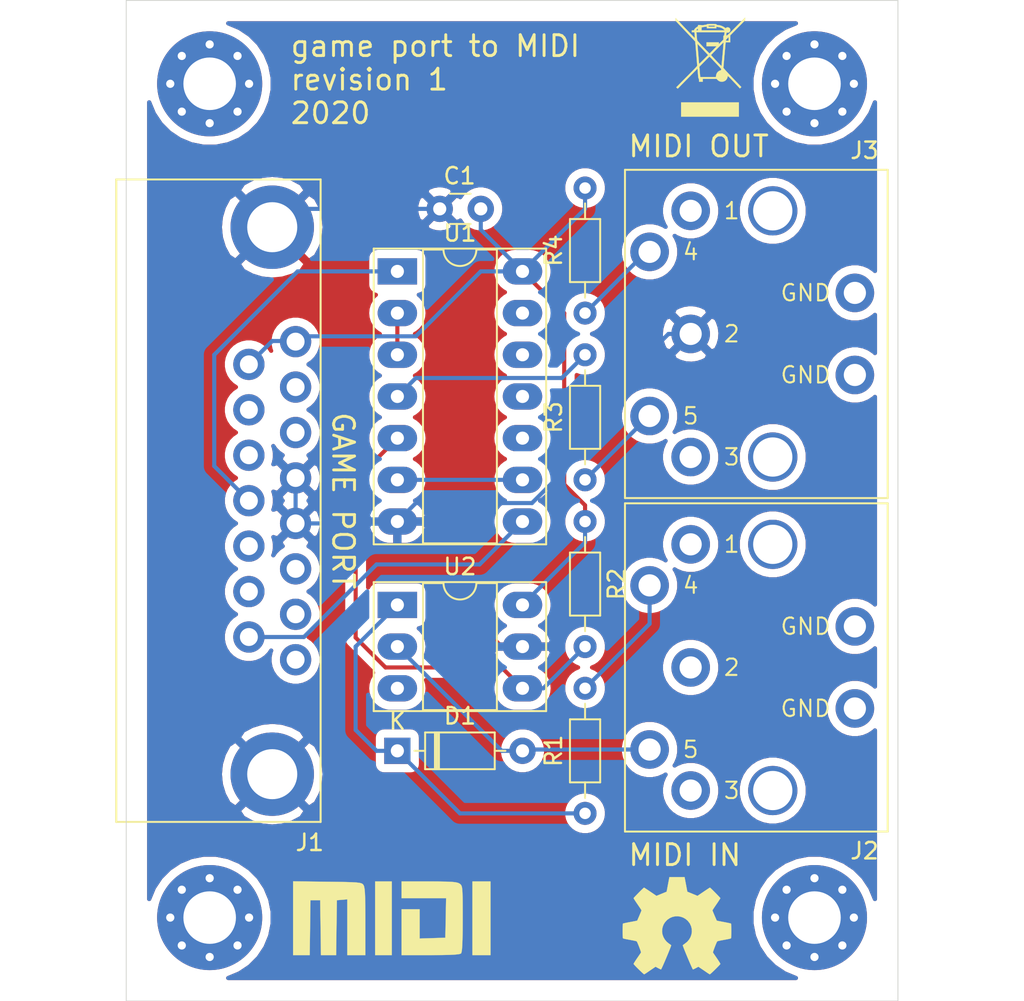
<source format=kicad_pcb>
(kicad_pcb (version 20171130) (host pcbnew "(5.1.8-0-10_14)")

  (general
    (thickness 1.6)
    (drawings 8)
    (tracks 68)
    (zones 0)
    (modules 18)
    (nets 29)
  )

  (page A4)
  (layers
    (0 F.Cu signal)
    (31 B.Cu signal)
    (32 B.Adhes user)
    (33 F.Adhes user)
    (34 B.Paste user)
    (35 F.Paste user)
    (36 B.SilkS user)
    (37 F.SilkS user)
    (38 B.Mask user)
    (39 F.Mask user)
    (40 Dwgs.User user)
    (41 Cmts.User user)
    (42 Eco1.User user)
    (43 Eco2.User user)
    (44 Edge.Cuts user)
    (45 Margin user)
    (46 B.CrtYd user)
    (47 F.CrtYd user)
    (48 B.Fab user)
    (49 F.Fab user)
  )

  (setup
    (last_trace_width 0.25)
    (trace_clearance 0.2)
    (zone_clearance 0.508)
    (zone_45_only no)
    (trace_min 0.1524)
    (via_size 0.8)
    (via_drill 0.4)
    (via_min_size 0.508)
    (via_min_drill 0.254)
    (uvia_size 0.3)
    (uvia_drill 0.1)
    (uvias_allowed no)
    (uvia_min_size 0.2)
    (uvia_min_drill 0.1)
    (edge_width 0.05)
    (segment_width 0.2)
    (pcb_text_width 0.3)
    (pcb_text_size 1.5 1.5)
    (mod_edge_width 0.12)
    (mod_text_size 1 1)
    (mod_text_width 0.15)
    (pad_size 1.524 1.524)
    (pad_drill 0.762)
    (pad_to_mask_clearance 0.0508)
    (solder_mask_min_width 0.1016)
    (aux_axis_origin 0 0)
    (visible_elements FFFFFF7F)
    (pcbplotparams
      (layerselection 0x010fc_ffffffff)
      (usegerberextensions false)
      (usegerberattributes true)
      (usegerberadvancedattributes true)
      (creategerberjobfile true)
      (excludeedgelayer true)
      (linewidth 0.100000)
      (plotframeref false)
      (viasonmask false)
      (mode 1)
      (useauxorigin false)
      (hpglpennumber 1)
      (hpglpenspeed 20)
      (hpglpendiameter 15.000000)
      (psnegative false)
      (psa4output false)
      (plotreference true)
      (plotvalue true)
      (plotinvisibletext false)
      (padsonsilk false)
      (subtractmaskfromsilk false)
      (outputformat 1)
      (mirror false)
      (drillshape 1)
      (scaleselection 1)
      (outputdirectory ""))
  )

  (net 0 "")
  (net 1 "Net-(D1-Pad1)")
  (net 2 "Net-(D1-Pad2)")
  (net 3 +5V)
  (net 4 "Net-(J1-Pad2)")
  (net 5 "Net-(J1-Pad3)")
  (net 6 GND)
  (net 7 "Net-(J1-Pad6)")
  (net 8 "Net-(J1-Pad7)")
  (net 9 "Net-(J1-Pad8)")
  (net 10 "Net-(J1-Pad10)")
  (net 11 "Net-(J1-Pad11)")
  (net 12 /TXD)
  (net 13 "Net-(J1-Pad13)")
  (net 14 "Net-(J1-Pad14)")
  (net 15 /RXD)
  (net 16 "Net-(J2-Pad3)")
  (net 17 "Net-(J2-Pad1)")
  (net 18 "Net-(J2-Pad2)")
  (net 19 "Net-(J2-Pad4)")
  (net 20 "Net-(J3-Pad4)")
  (net 21 "Net-(J3-Pad5)")
  (net 22 "Net-(J3-Pad1)")
  (net 23 "Net-(J3-Pad3)")
  (net 24 "Net-(R2-Pad2)")
  (net 25 "Net-(R3-Pad2)")
  (net 26 "Net-(U1-Pad2)")
  (net 27 "Net-(U1-Pad6)")
  (net 28 "Net-(U2-Pad3)")

  (net_class Default "This is the default net class."
    (clearance 0.2)
    (trace_width 0.25)
    (via_dia 0.8)
    (via_drill 0.4)
    (uvia_dia 0.3)
    (uvia_drill 0.1)
    (add_net +5V)
    (add_net /RXD)
    (add_net /TXD)
    (add_net GND)
    (add_net "Net-(D1-Pad1)")
    (add_net "Net-(D1-Pad2)")
    (add_net "Net-(J1-Pad10)")
    (add_net "Net-(J1-Pad11)")
    (add_net "Net-(J1-Pad13)")
    (add_net "Net-(J1-Pad14)")
    (add_net "Net-(J1-Pad2)")
    (add_net "Net-(J1-Pad3)")
    (add_net "Net-(J1-Pad6)")
    (add_net "Net-(J1-Pad7)")
    (add_net "Net-(J1-Pad8)")
    (add_net "Net-(J2-Pad1)")
    (add_net "Net-(J2-Pad2)")
    (add_net "Net-(J2-Pad3)")
    (add_net "Net-(J2-Pad4)")
    (add_net "Net-(J3-Pad1)")
    (add_net "Net-(J3-Pad3)")
    (add_net "Net-(J3-Pad4)")
    (add_net "Net-(J3-Pad5)")
    (add_net "Net-(R2-Pad2)")
    (add_net "Net-(R3-Pad2)")
    (add_net "Net-(U1-Pad2)")
    (add_net "Net-(U1-Pad6)")
    (add_net "Net-(U2-Pad3)")
  )

  (module game2midi:midilogo (layer F.Cu) (tedit 0) (tstamp 5FC53821)
    (at 143.256 121.92)
    (fp_text reference G*** (at 0 0) (layer F.SilkS) hide
      (effects (font (size 1.524 1.524) (thickness 0.3)))
    )
    (fp_text value LOGO (at 0.75 0) (layer F.SilkS) hide
      (effects (font (size 1.524 1.524) (thickness 0.3)))
    )
    (fp_poly (pts (xy -4.014723 -2.184374) (xy -3.365526 -2.175707) (xy -2.864835 -2.16632) (xy -2.491826 -2.154417)
      (xy -2.225675 -2.138204) (xy -2.045558 -2.115887) (xy -1.930652 -2.085669) (xy -1.860132 -2.045757)
      (xy -1.81339 -1.994652) (xy -1.774104 -1.90849) (xy -1.743936 -1.758246) (xy -1.721854 -1.524812)
      (xy -1.706824 -1.189078) (xy -1.697816 -0.731935) (xy -1.693795 -0.134274) (xy -1.693333 0.227848)
      (xy -1.693333 2.286) (xy -2.794 2.286) (xy -2.794 -1.110889) (xy -3.1115 -1.084611)
      (xy -3.429 -1.058334) (xy -3.451956 0.613833) (xy -3.474913 2.286) (xy -4.399087 2.286)
      (xy -4.422043 0.613833) (xy -4.445 -1.058334) (xy -5.037666 -1.058334) (xy -5.08358 2.286)
      (xy -6.096 2.286) (xy -6.096 -2.209747) (xy -4.014723 -2.184374)) (layer F.SilkS) (width 0.01))
    (fp_poly (pts (xy -0.084666 2.286) (xy -1.100666 2.286) (xy -1.100666 -2.201334) (xy -0.084666 -2.201334)
      (xy -0.084666 2.286)) (layer F.SilkS) (width 0.01))
    (fp_poly (pts (xy 2.779863 -2.199181) (xy 3.231089 -2.191632) (xy 3.559321 -2.177049) (xy 3.787706 -2.153793)
      (xy 3.939395 -2.120226) (xy 4.037536 -2.07471) (xy 4.045161 -2.069533) (xy 4.104469 -2.02339)
      (xy 4.149791 -1.964449) (xy 4.183007 -1.871306) (xy 4.205998 -1.722557) (xy 4.220644 -1.4968)
      (xy 4.228825 -1.172631) (xy 4.232421 -0.728646) (xy 4.233312 -0.143443) (xy 4.233334 0.072534)
      (xy 4.23046 0.776871) (xy 4.221445 1.324316) (xy 4.205693 1.727218) (xy 4.182611 1.997926)
      (xy 4.151603 2.14879) (xy 4.131734 2.184399) (xy 4.032884 2.222378) (xy 3.81414 2.250865)
      (xy 3.463375 2.27052) (xy 2.96846 2.282006) (xy 2.317268 2.285985) (xy 2.269067 2.286)
      (xy 0.508 2.286) (xy 0.508 -0.508) (xy 1.608667 -0.508) (xy 1.608667 1.276354)
      (xy 2.391834 1.25201) (xy 3.175 1.227666) (xy 3.198491 0.021166) (xy 3.221983 -1.185334)
      (xy 0.508 -1.185334) (xy 0.508 -2.201334) (xy 2.182495 -2.201334) (xy 2.779863 -2.199181)) (layer F.SilkS) (width 0.01))
    (fp_poly (pts (xy 5.926667 2.286) (xy 4.826 2.286) (xy 4.826 -2.201334) (xy 5.926667 -2.201334)
      (xy 5.926667 2.286)) (layer F.SilkS) (width 0.01))
  )

  (module Symbol:WEEE-Logo_4.2x6mm_SilkScreen (layer F.Cu) (tedit 0) (tstamp 5FC4E5D6)
    (at 162.56 70.104)
    (descr "Waste Electrical and Electronic Equipment Directive")
    (tags "Logo WEEE")
    (attr virtual)
    (fp_text reference REF** (at 0 0) (layer F.SilkS) hide
      (effects (font (size 1 1) (thickness 0.15)))
    )
    (fp_text value WEEE-Logo_4.2x6mm_SilkScreen (at 0.75 0) (layer F.Fab) hide
      (effects (font (size 1 1) (thickness 0.15)))
    )
    (fp_poly (pts (xy 1.747822 3.017822) (xy -1.772971 3.017822) (xy -1.772971 2.150198) (xy 1.747822 2.150198)
      (xy 1.747822 3.017822)) (layer F.SilkS) (width 0.01))
    (fp_poly (pts (xy 2.12443 -2.935152) (xy 2.123811 -2.848069) (xy 1.672086 -2.389109) (xy 1.220361 -1.930148)
      (xy 1.220032 -1.719529) (xy 1.219703 -1.508911) (xy 0.94461 -1.508911) (xy 0.937522 -1.45547)
      (xy 0.934838 -1.431112) (xy 0.930313 -1.385241) (xy 0.924191 -1.320595) (xy 0.916712 -1.239909)
      (xy 0.908119 -1.145919) (xy 0.898654 -1.041363) (xy 0.888558 -0.928975) (xy 0.878074 -0.811493)
      (xy 0.867444 -0.691652) (xy 0.856909 -0.572189) (xy 0.846713 -0.455841) (xy 0.837095 -0.345343)
      (xy 0.8283 -0.243431) (xy 0.820568 -0.152842) (xy 0.814142 -0.076313) (xy 0.809263 -0.016579)
      (xy 0.806175 0.023624) (xy 0.805117 0.041559) (xy 0.805118 0.041644) (xy 0.812827 0.056035)
      (xy 0.835981 0.085748) (xy 0.874895 0.131131) (xy 0.929884 0.192529) (xy 1.001264 0.270288)
      (xy 1.089349 0.364754) (xy 1.194454 0.476272) (xy 1.316895 0.605188) (xy 1.35131 0.641287)
      (xy 1.897137 1.213416) (xy 1.808881 1.301436) (xy 1.737485 1.223758) (xy 1.711366 1.195686)
      (xy 1.670566 1.152274) (xy 1.617777 1.096366) (xy 1.555691 1.030808) (xy 1.487 0.958441)
      (xy 1.414396 0.882112) (xy 1.37096 0.836524) (xy 1.289416 0.751119) (xy 1.223504 0.68271)
      (xy 1.171544 0.630053) (xy 1.131855 0.591905) (xy 1.102757 0.56702) (xy 1.082569 0.554156)
      (xy 1.06961 0.552068) (xy 1.0622 0.559513) (xy 1.058658 0.575246) (xy 1.057303 0.598023)
      (xy 1.057121 0.604239) (xy 1.047703 0.647061) (xy 1.024497 0.698819) (xy 0.992136 0.751328)
      (xy 0.955252 0.796403) (xy 0.940493 0.810328) (xy 0.864767 0.859047) (xy 0.776308 0.886306)
      (xy 0.6981 0.892773) (xy 0.609468 0.880576) (xy 0.527612 0.844813) (xy 0.455164 0.786722)
      (xy 0.441797 0.772262) (xy 0.392918 0.716733) (xy -0.452674 0.716733) (xy -0.452674 0.892773)
      (xy -0.67901 0.892773) (xy -0.67901 0.810531) (xy -0.68185 0.754386) (xy -0.691393 0.715416)
      (xy -0.702991 0.694219) (xy -0.711277 0.679052) (xy -0.718373 0.657062) (xy -0.724748 0.624987)
      (xy -0.730872 0.579569) (xy -0.737216 0.517548) (xy -0.74425 0.435662) (xy -0.749066 0.374746)
      (xy -0.771161 0.089343) (xy -1.313565 0.638805) (xy -1.411637 0.738228) (xy -1.505784 0.833815)
      (xy -1.594285 0.92381) (xy -1.67542 1.006457) (xy -1.747469 1.080001) (xy -1.808712 1.142684)
      (xy -1.857427 1.192752) (xy -1.891896 1.228448) (xy -1.910379 1.247995) (xy -1.940743 1.278944)
      (xy -1.966071 1.30053) (xy -1.979695 1.307723) (xy -1.997095 1.299297) (xy -2.02246 1.278245)
      (xy -2.031058 1.269671) (xy -2.067514 1.23162) (xy -1.866802 1.027658) (xy -1.815596 0.975699)
      (xy -1.749569 0.90882) (xy -1.671618 0.82995) (xy -1.584638 0.742014) (xy -1.491526 0.647941)
      (xy -1.395179 0.550658) (xy -1.298492 0.453093) (xy -1.229134 0.383145) (xy -1.123703 0.27655)
      (xy -1.035129 0.186307) (xy -0.962281 0.111192) (xy -0.904023 0.049986) (xy -0.859225 0.001466)
      (xy -0.837021 -0.023871) (xy -0.658724 -0.023871) (xy -0.636401 0.261555) (xy -0.629669 0.345219)
      (xy -0.623157 0.421727) (xy -0.617234 0.487081) (xy -0.612268 0.537281) (xy -0.608629 0.568329)
      (xy -0.607458 0.575273) (xy -0.600838 0.603565) (xy 0.348636 0.603565) (xy 0.354974 0.524606)
      (xy 0.37411 0.431315) (xy 0.414154 0.348791) (xy 0.472582 0.280038) (xy 0.546871 0.228063)
      (xy 0.630252 0.196863) (xy 0.657302 0.182228) (xy 0.670844 0.150819) (xy 0.671128 0.149434)
      (xy 0.672753 0.136174) (xy 0.670744 0.122595) (xy 0.663142 0.106181) (xy 0.647984 0.084411)
      (xy 0.623312 0.054767) (xy 0.587164 0.014732) (xy 0.53758 -0.038215) (xy 0.472599 -0.106591)
      (xy 0.468401 -0.110995) (xy 0.398507 -0.184389) (xy 0.3242 -0.262563) (xy 0.250586 -0.340136)
      (xy 0.182771 -0.411725) (xy 0.12586 -0.471949) (xy 0.113168 -0.485413) (xy 0.064513 -0.53618)
      (xy 0.021291 -0.579625) (xy -0.013395 -0.612759) (xy -0.036444 -0.632595) (xy -0.044182 -0.636954)
      (xy -0.055722 -0.62783) (xy -0.08271 -0.6028) (xy -0.123021 -0.563948) (xy -0.174529 -0.513357)
      (xy -0.235109 -0.453112) (xy -0.302636 -0.385296) (xy -0.357826 -0.329435) (xy -0.658724 -0.023871)
      (xy -0.837021 -0.023871) (xy -0.826751 -0.035589) (xy -0.805471 -0.062401) (xy -0.794251 -0.080192)
      (xy -0.791754 -0.08843) (xy -0.7927 -0.10641) (xy -0.795573 -0.147108) (xy -0.800187 -0.208181)
      (xy -0.806358 -0.287287) (xy -0.813898 -0.382086) (xy -0.822621 -0.490233) (xy -0.832343 -0.609388)
      (xy -0.842876 -0.737209) (xy -0.851365 -0.839365) (xy -0.899396 -1.415326) (xy -0.775805 -1.415326)
      (xy -0.775273 -1.402896) (xy -0.772769 -1.36789) (xy -0.768496 -1.312785) (xy -0.762653 -1.240057)
      (xy -0.755443 -1.152186) (xy -0.747066 -1.051649) (xy -0.737723 -0.940923) (xy -0.728758 -0.835795)
      (xy -0.718602 -0.716517) (xy -0.709142 -0.60392) (xy -0.700596 -0.500695) (xy -0.693179 -0.409527)
      (xy -0.687108 -0.333105) (xy -0.682601 -0.274117) (xy -0.679873 -0.235251) (xy -0.679116 -0.220156)
      (xy -0.677935 -0.210762) (xy -0.673256 -0.207034) (xy -0.663276 -0.210529) (xy -0.64619 -0.222801)
      (xy -0.620196 -0.245406) (xy -0.58349 -0.2799) (xy -0.534267 -0.327838) (xy -0.470726 -0.390776)
      (xy -0.403305 -0.458032) (xy -0.127601 -0.733523) (xy -0.129533 -0.735594) (xy 0.05271 -0.735594)
      (xy 0.061016 -0.72422) (xy 0.084267 -0.697437) (xy 0.120135 -0.657708) (xy 0.166287 -0.607493)
      (xy 0.220394 -0.549254) (xy 0.280126 -0.485453) (xy 0.343152 -0.418551) (xy 0.407142 -0.35101)
      (xy 0.469764 -0.28529) (xy 0.52869 -0.223854) (xy 0.581588 -0.169163) (xy 0.626128 -0.123678)
      (xy 0.65998 -0.089862) (xy 0.680812 -0.070174) (xy 0.686494 -0.066163) (xy 0.688366 -0.079109)
      (xy 0.692254 -0.114866) (xy 0.697943 -0.171196) (xy 0.705219 -0.24586) (xy 0.713869 -0.33662)
      (xy 0.723678 -0.441238) (xy 0.734434 -0.557474) (xy 0.745921 -0.683092) (xy 0.755093 -0.784382)
      (xy 0.766826 -0.915721) (xy 0.777665 -1.039448) (xy 0.78743 -1.153319) (xy 0.795937 -1.255089)
      (xy 0.803005 -1.342513) (xy 0.808451 -1.413347) (xy 0.812092 -1.465347) (xy 0.813747 -1.496268)
      (xy 0.813558 -1.504297) (xy 0.803666 -1.497146) (xy 0.778476 -1.474159) (xy 0.74019 -1.437561)
      (xy 0.691011 -1.389578) (xy 0.633139 -1.332434) (xy 0.568778 -1.268353) (xy 0.500129 -1.199562)
      (xy 0.429395 -1.128284) (xy 0.358778 -1.056745) (xy 0.29048 -0.98717) (xy 0.226704 -0.921783)
      (xy 0.16965 -0.862809) (xy 0.121522 -0.812473) (xy 0.084522 -0.773001) (xy 0.060852 -0.746617)
      (xy 0.05271 -0.735594) (xy -0.129533 -0.735594) (xy -0.230409 -0.843705) (xy -0.282768 -0.899623)
      (xy -0.341535 -0.962052) (xy -0.404385 -1.028557) (xy -0.468995 -1.096702) (xy -0.533042 -1.164052)
      (xy -0.594203 -1.228172) (xy -0.650153 -1.286628) (xy -0.69857 -1.336982) (xy -0.73713 -1.376802)
      (xy -0.763509 -1.40365) (xy -0.775384 -1.415092) (xy -0.775805 -1.415326) (xy -0.899396 -1.415326)
      (xy -0.911401 -1.559274) (xy -1.511938 -2.190842) (xy -2.112475 -2.822411) (xy -2.112034 -2.910685)
      (xy -2.111592 -2.99896) (xy -2.014583 -2.895334) (xy -1.960291 -2.837537) (xy -1.896192 -2.769632)
      (xy -1.824016 -2.693428) (xy -1.745492 -2.610731) (xy -1.662349 -2.523347) (xy -1.576319 -2.433085)
      (xy -1.48913 -2.34175) (xy -1.402513 -2.251151) (xy -1.318197 -2.163093) (xy -1.237912 -2.079385)
      (xy -1.163387 -2.001833) (xy -1.096354 -1.932243) (xy -1.038541 -1.872424) (xy -0.991679 -1.824182)
      (xy -0.957496 -1.789324) (xy -0.937724 -1.769657) (xy -0.93339 -1.765884) (xy -0.933092 -1.779008)
      (xy -0.934731 -1.812611) (xy -0.938023 -1.86212) (xy -0.942682 -1.922963) (xy -0.944682 -1.947268)
      (xy -0.959577 -2.125049) (xy -0.842955 -2.125049) (xy -0.836934 -2.096757) (xy -0.833863 -2.074382)
      (xy -0.829548 -2.032283) (xy -0.824488 -1.975822) (xy -0.819181 -1.910365) (xy -0.817344 -1.886138)
      (xy -0.811927 -1.816579) (xy -0.806459 -1.751982) (xy -0.801488 -1.698452) (xy -0.797561 -1.66209)
      (xy -0.796675 -1.655491) (xy -0.793334 -1.641944) (xy -0.786101 -1.626086) (xy -0.77344 -1.606139)
      (xy -0.753811 -1.580327) (xy -0.725678 -1.546871) (xy -0.687502 -1.503993) (xy -0.637746 -1.449917)
      (xy -0.574871 -1.382864) (xy -0.497341 -1.301057) (xy -0.418251 -1.21805) (xy -0.339564 -1.135906)
      (xy -0.266112 -1.059831) (xy -0.199724 -0.991675) (xy -0.142227 -0.933288) (xy -0.095451 -0.886519)
      (xy -0.061224 -0.853218) (xy -0.041373 -0.835233) (xy -0.03714 -0.832558) (xy -0.026003 -0.842259)
      (xy 0.000029 -0.867559) (xy 0.03843 -0.905918) (xy 0.086672 -0.9548) (xy 0.14223 -1.011666)
      (xy 0.182408 -1.053094) (xy 0.392169 -1.27) (xy -0.226337 -1.27) (xy -0.226337 -1.508911)
      (xy 0.528119 -1.508911) (xy 0.528119 -1.402458) (xy 0.666435 -1.540346) (xy 0.764553 -1.63816)
      (xy 0.955643 -1.63816) (xy 0.957471 -1.62273) (xy 0.966723 -1.614133) (xy 0.98905 -1.610387)
      (xy 1.030105 -1.609511) (xy 1.037376 -1.609505) (xy 1.119109 -1.609505) (xy 1.119109 -1.828828)
      (xy 1.037376 -1.747821) (xy 0.99127 -1.698572) (xy 0.963694 -1.660841) (xy 0.955643 -1.63816)
      (xy 0.764553 -1.63816) (xy 0.804752 -1.678234) (xy 0.804752 -1.801048) (xy 0.805137 -1.85755)
      (xy 0.8069 -1.893495) (xy 0.81095 -1.91347) (xy 0.818199 -1.922063) (xy 0.82913 -1.923861)
      (xy 0.841288 -1.926502) (xy 0.850273 -1.937088) (xy 0.857174 -1.959619) (xy 0.863076 -1.998091)
      (xy 0.869065 -2.056502) (xy 0.870987 -2.077896) (xy 0.875148 -2.125049) (xy -0.842955 -2.125049)
      (xy -0.959577 -2.125049) (xy -1.119109 -2.125049) (xy -1.119109 -2.238218) (xy -1.051314 -2.238218)
      (xy -1.011662 -2.239304) (xy -0.990116 -2.244546) (xy -0.98748 -2.247666) (xy -0.848616 -2.247666)
      (xy -0.841308 -2.240538) (xy -0.815993 -2.238338) (xy -0.798908 -2.238218) (xy -0.741881 -2.238218)
      (xy -0.529221 -2.238218) (xy 0.885302 -2.238218) (xy 0.837458 -2.287214) (xy 0.76315 -2.347676)
      (xy 0.671184 -2.394309) (xy 0.560002 -2.427751) (xy 0.449529 -2.446247) (xy 0.377227 -2.454878)
      (xy 0.377227 -2.36396) (xy -0.201188 -2.36396) (xy -0.201188 -2.467107) (xy -0.286065 -2.458504)
      (xy -0.345368 -2.451244) (xy -0.408551 -2.441621) (xy -0.446386 -2.434748) (xy -0.521832 -2.419593)
      (xy -0.525526 -2.328905) (xy -0.529221 -2.238218) (xy -0.741881 -2.238218) (xy -0.741881 -2.288515)
      (xy -0.743544 -2.320024) (xy -0.747697 -2.337537) (xy -0.749371 -2.338812) (xy -0.767987 -2.330746)
      (xy -0.795183 -2.31118) (xy -0.822448 -2.287056) (xy -0.841267 -2.265318) (xy -0.842943 -2.262492)
      (xy -0.848616 -2.247666) (xy -0.98748 -2.247666) (xy -0.979662 -2.256919) (xy -0.975442 -2.270396)
      (xy -0.958219 -2.305373) (xy -0.925138 -2.347421) (xy -0.881893 -2.390644) (xy -0.834174 -2.429146)
      (xy -0.80283 -2.449199) (xy -0.767123 -2.471149) (xy -0.748819 -2.489589) (xy -0.742388 -2.511332)
      (xy -0.741894 -2.524282) (xy -0.741894 -2.527425) (xy -0.100594 -2.527425) (xy -0.100594 -2.464554)
      (xy 0.276633 -2.464554) (xy 0.276633 -2.527425) (xy -0.100594 -2.527425) (xy -0.741894 -2.527425)
      (xy -0.741881 -2.565148) (xy -0.636048 -2.565148) (xy -0.587355 -2.563971) (xy -0.549405 -2.560835)
      (xy -0.528308 -2.556329) (xy -0.526023 -2.554505) (xy -0.512641 -2.551705) (xy -0.480074 -2.552852)
      (xy -0.433916 -2.557607) (xy -0.402376 -2.561997) (xy -0.345188 -2.570622) (xy -0.292886 -2.578409)
      (xy -0.253582 -2.584153) (xy -0.242055 -2.585785) (xy -0.211937 -2.595112) (xy -0.201188 -2.609728)
      (xy -0.19792 -2.61568) (xy -0.18623 -2.620222) (xy -0.163288 -2.62353) (xy -0.126265 -2.625785)
      (xy -0.072332 -2.627166) (xy 0.00134 -2.62785) (xy 0.08802 -2.62802) (xy 0.180529 -2.627923)
      (xy 0.250906 -2.62747) (xy 0.302164 -2.62641) (xy 0.33732 -2.624497) (xy 0.359389 -2.621481)
      (xy 0.371385 -2.617115) (xy 0.376324 -2.611151) (xy 0.377227 -2.604216) (xy 0.384921 -2.582205)
      (xy 0.410121 -2.569679) (xy 0.456009 -2.565212) (xy 0.464264 -2.565148) (xy 0.541973 -2.557132)
      (xy 0.630233 -2.535064) (xy 0.721085 -2.501916) (xy 0.80657 -2.460661) (xy 0.878726 -2.414269)
      (xy 0.888072 -2.406918) (xy 0.918533 -2.383002) (xy 0.936572 -2.373424) (xy 0.949169 -2.37652)
      (xy 0.9621 -2.389296) (xy 1.000293 -2.414322) (xy 1.049998 -2.423929) (xy 1.103524 -2.418933)
      (xy 1.153178 -2.400149) (xy 1.191267 -2.368394) (xy 1.194025 -2.364703) (xy 1.222526 -2.305425)
      (xy 1.227828 -2.244066) (xy 1.210518 -2.185573) (xy 1.17118 -2.134896) (xy 1.16637 -2.130711)
      (xy 1.13844 -2.110833) (xy 1.110102 -2.102079) (xy 1.070263 -2.101447) (xy 1.060311 -2.102008)
      (xy 1.021332 -2.103438) (xy 1.001254 -2.100161) (xy 0.993985 -2.090272) (xy 0.99324 -2.081039)
      (xy 0.991716 -2.054256) (xy 0.987935 -2.013975) (xy 0.985218 -1.989876) (xy 0.981277 -1.951599)
      (xy 0.982916 -1.932004) (xy 0.992421 -1.924842) (xy 1.009351 -1.923861) (xy 1.019392 -1.927099)
      (xy 1.03559 -1.93758) (xy 1.059145 -1.956452) (xy 1.091257 -1.984865) (xy 1.133128 -2.023965)
      (xy 1.185957 -2.074903) (xy 1.250945 -2.138827) (xy 1.329291 -2.216886) (xy 1.422197 -2.310228)
      (xy 1.530863 -2.420002) (xy 1.583231 -2.473048) (xy 2.125049 -3.022233) (xy 2.12443 -2.935152)) (layer F.SilkS) (width 0.01))
  )

  (module Symbol:OSHW-Symbol_6.7x6mm_SilkScreen (layer F.Cu) (tedit 0) (tstamp 5FC4C79C)
    (at 160.528 122.428)
    (descr "Open Source Hardware Symbol")
    (tags "Logo Symbol OSHW")
    (attr virtual)
    (fp_text reference REF** (at 0 0) (layer F.SilkS) hide
      (effects (font (size 1 1) (thickness 0.15)))
    )
    (fp_text value OSHW-Symbol_6.7x6mm_SilkScreen (at 0.75 0) (layer F.Fab) hide
      (effects (font (size 1 1) (thickness 0.15)))
    )
    (fp_poly (pts (xy 0.555814 -2.531069) (xy 0.639635 -2.086445) (xy 0.94892 -1.958947) (xy 1.258206 -1.831449)
      (xy 1.629246 -2.083754) (xy 1.733157 -2.154004) (xy 1.827087 -2.216728) (xy 1.906652 -2.269062)
      (xy 1.96747 -2.308143) (xy 2.005157 -2.331107) (xy 2.015421 -2.336058) (xy 2.03391 -2.323324)
      (xy 2.07342 -2.288118) (xy 2.129522 -2.234938) (xy 2.197787 -2.168282) (xy 2.273786 -2.092646)
      (xy 2.353092 -2.012528) (xy 2.431275 -1.932426) (xy 2.503907 -1.856836) (xy 2.566559 -1.790255)
      (xy 2.614803 -1.737182) (xy 2.64421 -1.702113) (xy 2.651241 -1.690377) (xy 2.641123 -1.66874)
      (xy 2.612759 -1.621338) (xy 2.569129 -1.552807) (xy 2.513218 -1.467785) (xy 2.448006 -1.370907)
      (xy 2.410219 -1.31565) (xy 2.341343 -1.214752) (xy 2.28014 -1.123701) (xy 2.229578 -1.04703)
      (xy 2.192628 -0.989272) (xy 2.172258 -0.954957) (xy 2.169197 -0.947746) (xy 2.176136 -0.927252)
      (xy 2.195051 -0.879487) (xy 2.223087 -0.811168) (xy 2.257391 -0.729011) (xy 2.295109 -0.63973)
      (xy 2.333387 -0.550042) (xy 2.36937 -0.466662) (xy 2.400206 -0.396306) (xy 2.423039 -0.34569)
      (xy 2.435017 -0.321529) (xy 2.435724 -0.320578) (xy 2.454531 -0.315964) (xy 2.504618 -0.305672)
      (xy 2.580793 -0.290713) (xy 2.677865 -0.272099) (xy 2.790643 -0.250841) (xy 2.856442 -0.238582)
      (xy 2.97695 -0.215638) (xy 3.085797 -0.193805) (xy 3.177476 -0.174278) (xy 3.246481 -0.158252)
      (xy 3.287304 -0.146921) (xy 3.295511 -0.143326) (xy 3.303548 -0.118994) (xy 3.310033 -0.064041)
      (xy 3.31497 0.015108) (xy 3.318364 0.112026) (xy 3.320218 0.220287) (xy 3.320538 0.333465)
      (xy 3.319327 0.445135) (xy 3.31659 0.548868) (xy 3.312331 0.638241) (xy 3.306555 0.706826)
      (xy 3.299267 0.748197) (xy 3.294895 0.75681) (xy 3.268764 0.767133) (xy 3.213393 0.781892)
      (xy 3.136107 0.799352) (xy 3.04423 0.81778) (xy 3.012158 0.823741) (xy 2.857524 0.852066)
      (xy 2.735375 0.874876) (xy 2.641673 0.89308) (xy 2.572384 0.907583) (xy 2.523471 0.919292)
      (xy 2.490897 0.929115) (xy 2.470628 0.937956) (xy 2.458626 0.946724) (xy 2.456947 0.948457)
      (xy 2.440184 0.976371) (xy 2.414614 1.030695) (xy 2.382788 1.104777) (xy 2.34726 1.191965)
      (xy 2.310583 1.285608) (xy 2.275311 1.379052) (xy 2.243996 1.465647) (xy 2.219193 1.53874)
      (xy 2.203454 1.591678) (xy 2.199332 1.617811) (xy 2.199676 1.618726) (xy 2.213641 1.640086)
      (xy 2.245322 1.687084) (xy 2.291391 1.754827) (xy 2.348518 1.838423) (xy 2.413373 1.932982)
      (xy 2.431843 1.959854) (xy 2.497699 2.057275) (xy 2.55565 2.146163) (xy 2.602538 2.221412)
      (xy 2.635207 2.27792) (xy 2.6505 2.310581) (xy 2.651241 2.314593) (xy 2.638392 2.335684)
      (xy 2.602888 2.377464) (xy 2.549293 2.435445) (xy 2.482171 2.505135) (xy 2.406087 2.582045)
      (xy 2.325604 2.661683) (xy 2.245287 2.739561) (xy 2.169699 2.811186) (xy 2.103405 2.87207)
      (xy 2.050969 2.917721) (xy 2.016955 2.94365) (xy 2.007545 2.947883) (xy 1.985643 2.937912)
      (xy 1.9408 2.91102) (xy 1.880321 2.871736) (xy 1.833789 2.840117) (xy 1.749475 2.782098)
      (xy 1.649626 2.713784) (xy 1.549473 2.645579) (xy 1.495627 2.609075) (xy 1.313371 2.4858)
      (xy 1.160381 2.56852) (xy 1.090682 2.604759) (xy 1.031414 2.632926) (xy 0.991311 2.648991)
      (xy 0.981103 2.651226) (xy 0.968829 2.634722) (xy 0.944613 2.588082) (xy 0.910263 2.515609)
      (xy 0.867588 2.421606) (xy 0.818394 2.310374) (xy 0.76449 2.186215) (xy 0.707684 2.053432)
      (xy 0.649782 1.916327) (xy 0.592593 1.779202) (xy 0.537924 1.646358) (xy 0.487584 1.522098)
      (xy 0.44338 1.410725) (xy 0.407119 1.316539) (xy 0.380609 1.243844) (xy 0.365658 1.196941)
      (xy 0.363254 1.180833) (xy 0.382311 1.160286) (xy 0.424036 1.126933) (xy 0.479706 1.087702)
      (xy 0.484378 1.084599) (xy 0.628264 0.969423) (xy 0.744283 0.835053) (xy 0.83143 0.685784)
      (xy 0.888699 0.525913) (xy 0.915086 0.359737) (xy 0.909585 0.191552) (xy 0.87119 0.025655)
      (xy 0.798895 -0.133658) (xy 0.777626 -0.168513) (xy 0.666996 -0.309263) (xy 0.536302 -0.422286)
      (xy 0.390064 -0.506997) (xy 0.232808 -0.562806) (xy 0.069057 -0.589126) (xy -0.096667 -0.58537)
      (xy -0.259838 -0.55095) (xy -0.415935 -0.485277) (xy -0.560433 -0.387765) (xy -0.605131 -0.348187)
      (xy -0.718888 -0.224297) (xy -0.801782 -0.093876) (xy -0.858644 0.052315) (xy -0.890313 0.197088)
      (xy -0.898131 0.35986) (xy -0.872062 0.52344) (xy -0.814755 0.682298) (xy -0.728856 0.830906)
      (xy -0.617014 0.963735) (xy -0.481877 1.075256) (xy -0.464117 1.087011) (xy -0.40785 1.125508)
      (xy -0.365077 1.158863) (xy -0.344628 1.18016) (xy -0.344331 1.180833) (xy -0.348721 1.203871)
      (xy -0.366124 1.256157) (xy -0.394732 1.33339) (xy -0.432735 1.431268) (xy -0.478326 1.545491)
      (xy -0.529697 1.671758) (xy -0.585038 1.805767) (xy -0.642542 1.943218) (xy -0.700399 2.079808)
      (xy -0.756802 2.211237) (xy -0.809942 2.333205) (xy -0.85801 2.441409) (xy -0.899199 2.531549)
      (xy -0.931699 2.599323) (xy -0.953703 2.64043) (xy -0.962564 2.651226) (xy -0.98964 2.642819)
      (xy -1.040303 2.620272) (xy -1.105817 2.587613) (xy -1.141841 2.56852) (xy -1.294832 2.4858)
      (xy -1.477088 2.609075) (xy -1.570125 2.672228) (xy -1.671985 2.741727) (xy -1.767438 2.807165)
      (xy -1.81525 2.840117) (xy -1.882495 2.885273) (xy -1.939436 2.921057) (xy -1.978646 2.942938)
      (xy -1.991381 2.947563) (xy -2.009917 2.935085) (xy -2.050941 2.900252) (xy -2.110475 2.846678)
      (xy -2.184542 2.777983) (xy -2.269165 2.697781) (xy -2.322685 2.646286) (xy -2.416319 2.554286)
      (xy -2.497241 2.471999) (xy -2.562177 2.402945) (xy -2.607858 2.350644) (xy -2.631011 2.318616)
      (xy -2.633232 2.312116) (xy -2.622924 2.287394) (xy -2.594439 2.237405) (xy -2.550937 2.167212)
      (xy -2.495577 2.081875) (xy -2.43152 1.986456) (xy -2.413303 1.959854) (xy -2.346927 1.863167)
      (xy -2.287378 1.776117) (xy -2.237984 1.703595) (xy -2.202075 1.650493) (xy -2.182981 1.621703)
      (xy -2.181136 1.618726) (xy -2.183895 1.595782) (xy -2.198538 1.545336) (xy -2.222513 1.474041)
      (xy -2.253266 1.388547) (xy -2.288244 1.295507) (xy -2.324893 1.201574) (xy -2.360661 1.113399)
      (xy -2.392994 1.037634) (xy -2.419338 0.980931) (xy -2.437142 0.949943) (xy -2.438407 0.948457)
      (xy -2.449294 0.939601) (xy -2.467682 0.930843) (xy -2.497606 0.921277) (xy -2.543103 0.909996)
      (xy -2.608209 0.896093) (xy -2.696961 0.878663) (xy -2.813393 0.856798) (xy -2.961542 0.829591)
      (xy -2.993618 0.823741) (xy -3.088686 0.805374) (xy -3.171565 0.787405) (xy -3.23493 0.771569)
      (xy -3.271458 0.7596) (xy -3.276356 0.75681) (xy -3.284427 0.732072) (xy -3.290987 0.67679)
      (xy -3.296033 0.597389) (xy -3.299559 0.500296) (xy -3.301561 0.391938) (xy -3.302036 0.27874)
      (xy -3.300977 0.167128) (xy -3.298382 0.063529) (xy -3.294246 -0.025632) (xy -3.288563 -0.093928)
      (xy -3.281331 -0.134934) (xy -3.276971 -0.143326) (xy -3.252698 -0.151792) (xy -3.197426 -0.165565)
      (xy -3.116662 -0.18345) (xy -3.015912 -0.204252) (xy -2.900683 -0.226777) (xy -2.837902 -0.238582)
      (xy -2.718787 -0.260849) (xy -2.612565 -0.281021) (xy -2.524427 -0.298085) (xy -2.459566 -0.311031)
      (xy -2.423174 -0.318845) (xy -2.417184 -0.320578) (xy -2.407061 -0.34011) (xy -2.385662 -0.387157)
      (xy -2.355839 -0.454997) (xy -2.320445 -0.536909) (xy -2.282332 -0.626172) (xy -2.244353 -0.716065)
      (xy -2.20936 -0.799865) (xy -2.180206 -0.870853) (xy -2.159743 -0.922306) (xy -2.150823 -0.947503)
      (xy -2.150657 -0.948604) (xy -2.160769 -0.968481) (xy -2.189117 -1.014223) (xy -2.232723 -1.081283)
      (xy -2.288606 -1.165116) (xy -2.353787 -1.261174) (xy -2.391679 -1.31635) (xy -2.460725 -1.417519)
      (xy -2.52205 -1.50937) (xy -2.572663 -1.587256) (xy -2.609571 -1.646531) (xy -2.629782 -1.682549)
      (xy -2.632701 -1.690623) (xy -2.620153 -1.709416) (xy -2.585463 -1.749543) (xy -2.533063 -1.806507)
      (xy -2.467384 -1.875815) (xy -2.392856 -1.952969) (xy -2.313913 -2.033475) (xy -2.234983 -2.112837)
      (xy -2.1605 -2.18656) (xy -2.094894 -2.250148) (xy -2.042596 -2.299106) (xy -2.008039 -2.328939)
      (xy -1.996478 -2.336058) (xy -1.977654 -2.326047) (xy -1.932631 -2.297922) (xy -1.865787 -2.254546)
      (xy -1.781499 -2.198782) (xy -1.684144 -2.133494) (xy -1.610707 -2.083754) (xy -1.239667 -1.831449)
      (xy -0.621095 -2.086445) (xy -0.537275 -2.531069) (xy -0.453454 -2.975693) (xy 0.471994 -2.975693)
      (xy 0.555814 -2.531069)) (layer F.SilkS) (width 0.01))
  )

  (module Capacitor_THT:C_Disc_D3.0mm_W1.6mm_P2.50mm (layer F.Cu) (tedit 5AE50EF0) (tstamp 5FC49BD9)
    (at 148.59 78.74 180)
    (descr "C, Disc series, Radial, pin pitch=2.50mm, , diameter*width=3.0*1.6mm^2, Capacitor, http://www.vishay.com/docs/45233/krseries.pdf")
    (tags "C Disc series Radial pin pitch 2.50mm  diameter 3.0mm width 1.6mm Capacitor")
    (path /5FC76B21)
    (fp_text reference C1 (at 1.2954 2.0066) (layer F.SilkS)
      (effects (font (size 1 1) (thickness 0.15)))
    )
    (fp_text value 0.1 (at 1.25 2.05) (layer F.Fab)
      (effects (font (size 1 1) (thickness 0.15)))
    )
    (fp_text user %R (at 1.25 0) (layer F.Fab)
      (effects (font (size 0.6 0.6) (thickness 0.09)))
    )
    (fp_line (start -0.25 -0.8) (end -0.25 0.8) (layer F.Fab) (width 0.1))
    (fp_line (start -0.25 0.8) (end 2.75 0.8) (layer F.Fab) (width 0.1))
    (fp_line (start 2.75 0.8) (end 2.75 -0.8) (layer F.Fab) (width 0.1))
    (fp_line (start 2.75 -0.8) (end -0.25 -0.8) (layer F.Fab) (width 0.1))
    (fp_line (start 0.621 -0.92) (end 1.879 -0.92) (layer F.SilkS) (width 0.12))
    (fp_line (start 0.621 0.92) (end 1.879 0.92) (layer F.SilkS) (width 0.12))
    (fp_line (start -1.05 -1.05) (end -1.05 1.05) (layer F.CrtYd) (width 0.05))
    (fp_line (start -1.05 1.05) (end 3.55 1.05) (layer F.CrtYd) (width 0.05))
    (fp_line (start 3.55 1.05) (end 3.55 -1.05) (layer F.CrtYd) (width 0.05))
    (fp_line (start 3.55 -1.05) (end -1.05 -1.05) (layer F.CrtYd) (width 0.05))
    (pad 2 thru_hole circle (at 2.5 0 180) (size 1.6 1.6) (drill 0.8) (layers *.Cu *.Mask)
      (net 6 GND))
    (pad 1 thru_hole circle (at 0 0 180) (size 1.6 1.6) (drill 0.8) (layers *.Cu *.Mask)
      (net 3 +5V))
    (model ${KISYS3DMOD}/Capacitor_THT.3dshapes/C_Disc_D3.0mm_W1.6mm_P2.50mm.wrl
      (at (xyz 0 0 0))
      (scale (xyz 1 1 1))
      (rotate (xyz 0 0 0))
    )
  )

  (module game2midi:182-YYY-113RYY1 (layer F.Cu) (tedit 5FC2EE1C) (tstamp 5FC4AB3B)
    (at 135.89 96.52 270)
    (path /5FBFBC68)
    (fp_text reference J1 (at 20.828 -2.286 180) (layer F.SilkS)
      (effects (font (size 1 1) (thickness 0.15)))
    )
    (fp_text value DB15_Male_MountingHoles (at 0 -3.9624 90) (layer F.Fab)
      (effects (font (size 1 1) (thickness 0.15)))
    )
    (fp_line (start 19.5707 -2.9464) (end 19.5707 9.4996) (layer F.SilkS) (width 0.12))
    (fp_line (start -19.5707 -2.9464) (end -19.5707 9.4996) (layer F.SilkS) (width 0.12))
    (fp_line (start -19.5707 9.4996) (end 19.5707 9.4996) (layer F.SilkS) (width 0.127))
    (fp_line (start -19.5707 -2.9464) (end 19.5707 -2.9464) (layer F.SilkS) (width 0.127))
    (pad 11 thru_hole circle (at -2.7686 1.4224 270) (size 1.905 1.905) (drill 1.0922) (layers *.Cu *.Mask)
      (net 11 "Net-(J1-Pad11)"))
    (pad 10 thru_hole circle (at -5.5372 1.4224 270) (size 1.905 1.905) (drill 1.0922) (layers *.Cu *.Mask)
      (net 10 "Net-(J1-Pad10)"))
    (pad 9 thru_hole circle (at -8.3058 1.4224 270) (size 1.905 1.905) (drill 1.0922) (layers *.Cu *.Mask)
      (net 3 +5V))
    (pad 15 thru_hole circle (at 8.3058 1.4224 270) (size 1.905 1.905) (drill 1.0922) (layers *.Cu *.Mask)
      (net 15 /RXD))
    (pad 14 thru_hole circle (at 5.5372 1.4224 270) (size 1.905 1.905) (drill 1.0922) (layers *.Cu *.Mask)
      (net 14 "Net-(J1-Pad14)"))
    (pad 13 thru_hole circle (at 2.7686 1.4224 270) (size 1.905 1.905) (drill 1.0922) (layers *.Cu *.Mask)
      (net 13 "Net-(J1-Pad13)"))
    (pad 1 thru_hole circle (at -9.6901 -1.4224 270) (size 1.905 1.905) (drill 1.0922) (layers *.Cu *.Mask)
      (net 3 +5V))
    (pad 12 thru_hole circle (at 0 1.4224 270) (size 1.905 1.905) (drill 1.0922) (layers *.Cu *.Mask)
      (net 12 /TXD))
    (pad 3 thru_hole circle (at -4.1529 -1.4224 270) (size 1.905 1.905) (drill 1.0922) (layers *.Cu *.Mask)
      (net 5 "Net-(J1-Pad3)"))
    (pad 2 thru_hole circle (at -6.9215 -1.4224 270) (size 1.905 1.905) (drill 1.0922) (layers *.Cu *.Mask)
      (net 4 "Net-(J1-Pad2)"))
    (pad 8 thru_hole circle (at 9.6901 -1.4224 270) (size 1.905 1.905) (drill 1.0922) (layers *.Cu *.Mask)
      (net 9 "Net-(J1-Pad8)"))
    (pad 4 thru_hole circle (at -1.3843 -1.4224 270) (size 1.905 1.905) (drill 1.0922) (layers *.Cu *.Mask)
      (net 6 GND))
    (pad 5 thru_hole circle (at 1.3843 -1.4224 270) (size 1.905 1.905) (drill 1.0922) (layers *.Cu *.Mask)
      (net 6 GND))
    (pad 6 thru_hole circle (at 4.1529 -1.4224 270) (size 1.905 1.905) (drill 1.0922) (layers *.Cu *.Mask)
      (net 7 "Net-(J1-Pad6)"))
    (pad 7 thru_hole circle (at 6.9215 -1.4224 270) (size 1.905 1.905) (drill 1.0922) (layers *.Cu *.Mask)
      (net 8 "Net-(J1-Pad7)"))
    (pad 0 thru_hole circle (at 16.6624 0 270) (size 5.08 5.08) (drill 3.048) (layers *.Cu *.Mask)
      (net 6 GND))
    (pad 0 thru_hole circle (at -16.6624 0 270) (size 5.08 5.08) (drill 3.048) (layers *.Cu *.Mask)
      (net 6 GND))
  )

  (module MountingHole:MountingHole_3.2mm_M3_Pad_Via (layer F.Cu) (tedit 56DDBCCA) (tstamp 5FC40397)
    (at 168.91 121.92)
    (descr "Mounting Hole 3.2mm, M3")
    (tags "mounting hole 3.2mm m3")
    (attr virtual)
    (fp_text reference REF** (at 0 -4.2) (layer F.SilkS) hide
      (effects (font (size 1 1) (thickness 0.15)))
    )
    (fp_text value MountingHole_3.2mm_M3_Pad_Via (at 0 4.2) (layer F.Fab)
      (effects (font (size 1 1) (thickness 0.15)))
    )
    (fp_circle (center 0 0) (end 3.2 0) (layer Cmts.User) (width 0.15))
    (fp_circle (center 0 0) (end 3.45 0) (layer F.CrtYd) (width 0.05))
    (fp_text user %R (at 0.3 0) (layer F.Fab)
      (effects (font (size 1 1) (thickness 0.15)))
    )
    (pad 1 thru_hole circle (at 0 0) (size 6.4 6.4) (drill 3.2) (layers *.Cu *.Mask))
    (pad 1 thru_hole circle (at 2.4 0) (size 0.8 0.8) (drill 0.5) (layers *.Cu *.Mask))
    (pad 1 thru_hole circle (at 1.697056 1.697056) (size 0.8 0.8) (drill 0.5) (layers *.Cu *.Mask))
    (pad 1 thru_hole circle (at 0 2.4) (size 0.8 0.8) (drill 0.5) (layers *.Cu *.Mask))
    (pad 1 thru_hole circle (at -1.697056 1.697056) (size 0.8 0.8) (drill 0.5) (layers *.Cu *.Mask))
    (pad 1 thru_hole circle (at -2.4 0) (size 0.8 0.8) (drill 0.5) (layers *.Cu *.Mask))
    (pad 1 thru_hole circle (at -1.697056 -1.697056) (size 0.8 0.8) (drill 0.5) (layers *.Cu *.Mask))
    (pad 1 thru_hole circle (at 0 -2.4) (size 0.8 0.8) (drill 0.5) (layers *.Cu *.Mask))
    (pad 1 thru_hole circle (at 1.697056 -1.697056) (size 0.8 0.8) (drill 0.5) (layers *.Cu *.Mask))
  )

  (module MountingHole:MountingHole_3.2mm_M3_Pad_Via (layer F.Cu) (tedit 56DDBCCA) (tstamp 5FC40397)
    (at 168.91 71.12)
    (descr "Mounting Hole 3.2mm, M3")
    (tags "mounting hole 3.2mm m3")
    (attr virtual)
    (fp_text reference REF** (at 0 -4.2) (layer F.SilkS) hide
      (effects (font (size 1 1) (thickness 0.15)))
    )
    (fp_text value MountingHole_3.2mm_M3_Pad_Via (at 0 4.2) (layer F.Fab)
      (effects (font (size 1 1) (thickness 0.15)))
    )
    (fp_circle (center 0 0) (end 3.2 0) (layer Cmts.User) (width 0.15))
    (fp_circle (center 0 0) (end 3.45 0) (layer F.CrtYd) (width 0.05))
    (fp_text user %R (at 0.3 0) (layer F.Fab)
      (effects (font (size 1 1) (thickness 0.15)))
    )
    (pad 1 thru_hole circle (at 0 0) (size 6.4 6.4) (drill 3.2) (layers *.Cu *.Mask))
    (pad 1 thru_hole circle (at 2.4 0) (size 0.8 0.8) (drill 0.5) (layers *.Cu *.Mask))
    (pad 1 thru_hole circle (at 1.697056 1.697056) (size 0.8 0.8) (drill 0.5) (layers *.Cu *.Mask))
    (pad 1 thru_hole circle (at 0 2.4) (size 0.8 0.8) (drill 0.5) (layers *.Cu *.Mask))
    (pad 1 thru_hole circle (at -1.697056 1.697056) (size 0.8 0.8) (drill 0.5) (layers *.Cu *.Mask))
    (pad 1 thru_hole circle (at -2.4 0) (size 0.8 0.8) (drill 0.5) (layers *.Cu *.Mask))
    (pad 1 thru_hole circle (at -1.697056 -1.697056) (size 0.8 0.8) (drill 0.5) (layers *.Cu *.Mask))
    (pad 1 thru_hole circle (at 0 -2.4) (size 0.8 0.8) (drill 0.5) (layers *.Cu *.Mask))
    (pad 1 thru_hole circle (at 1.697056 -1.697056) (size 0.8 0.8) (drill 0.5) (layers *.Cu *.Mask))
  )

  (module MountingHole:MountingHole_3.2mm_M3_Pad_Via (layer F.Cu) (tedit 56DDBCCA) (tstamp 5FC40397)
    (at 132.08 121.92)
    (descr "Mounting Hole 3.2mm, M3")
    (tags "mounting hole 3.2mm m3")
    (attr virtual)
    (fp_text reference REF** (at 0 -4.2) (layer F.SilkS) hide
      (effects (font (size 1 1) (thickness 0.15)))
    )
    (fp_text value MountingHole_3.2mm_M3_Pad_Via (at 0 4.2) (layer F.Fab)
      (effects (font (size 1 1) (thickness 0.15)))
    )
    (fp_circle (center 0 0) (end 3.2 0) (layer Cmts.User) (width 0.15))
    (fp_circle (center 0 0) (end 3.45 0) (layer F.CrtYd) (width 0.05))
    (fp_text user %R (at 0.3 0) (layer F.Fab)
      (effects (font (size 1 1) (thickness 0.15)))
    )
    (pad 1 thru_hole circle (at 0 0) (size 6.4 6.4) (drill 3.2) (layers *.Cu *.Mask))
    (pad 1 thru_hole circle (at 2.4 0) (size 0.8 0.8) (drill 0.5) (layers *.Cu *.Mask))
    (pad 1 thru_hole circle (at 1.697056 1.697056) (size 0.8 0.8) (drill 0.5) (layers *.Cu *.Mask))
    (pad 1 thru_hole circle (at 0 2.4) (size 0.8 0.8) (drill 0.5) (layers *.Cu *.Mask))
    (pad 1 thru_hole circle (at -1.697056 1.697056) (size 0.8 0.8) (drill 0.5) (layers *.Cu *.Mask))
    (pad 1 thru_hole circle (at -2.4 0) (size 0.8 0.8) (drill 0.5) (layers *.Cu *.Mask))
    (pad 1 thru_hole circle (at -1.697056 -1.697056) (size 0.8 0.8) (drill 0.5) (layers *.Cu *.Mask))
    (pad 1 thru_hole circle (at 0 -2.4) (size 0.8 0.8) (drill 0.5) (layers *.Cu *.Mask))
    (pad 1 thru_hole circle (at 1.697056 -1.697056) (size 0.8 0.8) (drill 0.5) (layers *.Cu *.Mask))
  )

  (module MountingHole:MountingHole_3.2mm_M3_Pad_Via (layer F.Cu) (tedit 56DDBCCA) (tstamp 5FC3FE8D)
    (at 132.08 71.12)
    (descr "Mounting Hole 3.2mm, M3")
    (tags "mounting hole 3.2mm m3")
    (attr virtual)
    (fp_text reference REF** (at 0 -4.2) (layer F.SilkS) hide
      (effects (font (size 1 1) (thickness 0.15)))
    )
    (fp_text value MountingHole_3.2mm_M3_Pad_Via (at 0 4.2) (layer F.Fab)
      (effects (font (size 1 1) (thickness 0.15)))
    )
    (fp_text user %R (at 0.3 0) (layer F.Fab)
      (effects (font (size 1 1) (thickness 0.15)))
    )
    (fp_circle (center 0 0) (end 3.2 0) (layer Cmts.User) (width 0.15))
    (fp_circle (center 0 0) (end 3.45 0) (layer F.CrtYd) (width 0.05))
    (pad 1 thru_hole circle (at 1.697056 -1.697056) (size 0.8 0.8) (drill 0.5) (layers *.Cu *.Mask))
    (pad 1 thru_hole circle (at 0 -2.4) (size 0.8 0.8) (drill 0.5) (layers *.Cu *.Mask))
    (pad 1 thru_hole circle (at -1.697056 -1.697056) (size 0.8 0.8) (drill 0.5) (layers *.Cu *.Mask))
    (pad 1 thru_hole circle (at -2.4 0) (size 0.8 0.8) (drill 0.5) (layers *.Cu *.Mask))
    (pad 1 thru_hole circle (at -1.697056 1.697056) (size 0.8 0.8) (drill 0.5) (layers *.Cu *.Mask))
    (pad 1 thru_hole circle (at 0 2.4) (size 0.8 0.8) (drill 0.5) (layers *.Cu *.Mask))
    (pad 1 thru_hole circle (at 1.697056 1.697056) (size 0.8 0.8) (drill 0.5) (layers *.Cu *.Mask))
    (pad 1 thru_hole circle (at 2.4 0) (size 0.8 0.8) (drill 0.5) (layers *.Cu *.Mask))
    (pad 1 thru_hole circle (at 0 0) (size 6.4 6.4) (drill 3.2) (layers *.Cu *.Mask))
  )

  (module Diode_THT:D_DO-35_SOD27_P7.62mm_Horizontal (layer F.Cu) (tedit 5AE50CD5) (tstamp 5FC3B39B)
    (at 143.51 111.76)
    (descr "Diode, DO-35_SOD27 series, Axial, Horizontal, pin pitch=7.62mm, , length*diameter=4*2mm^2, , http://www.diodes.com/_files/packages/DO-35.pdf")
    (tags "Diode DO-35_SOD27 series Axial Horizontal pin pitch 7.62mm  length 4mm diameter 2mm")
    (path /5FC720E9)
    (fp_text reference D1 (at 3.81 -2.12) (layer F.SilkS)
      (effects (font (size 1 1) (thickness 0.15)))
    )
    (fp_text value 1N4148 (at 3.81 2.12) (layer F.Fab)
      (effects (font (size 1 1) (thickness 0.15)))
    )
    (fp_line (start 8.67 -1.25) (end -1.05 -1.25) (layer F.CrtYd) (width 0.05))
    (fp_line (start 8.67 1.25) (end 8.67 -1.25) (layer F.CrtYd) (width 0.05))
    (fp_line (start -1.05 1.25) (end 8.67 1.25) (layer F.CrtYd) (width 0.05))
    (fp_line (start -1.05 -1.25) (end -1.05 1.25) (layer F.CrtYd) (width 0.05))
    (fp_line (start 2.29 -1.12) (end 2.29 1.12) (layer F.SilkS) (width 0.12))
    (fp_line (start 2.53 -1.12) (end 2.53 1.12) (layer F.SilkS) (width 0.12))
    (fp_line (start 2.41 -1.12) (end 2.41 1.12) (layer F.SilkS) (width 0.12))
    (fp_line (start 6.58 0) (end 5.93 0) (layer F.SilkS) (width 0.12))
    (fp_line (start 1.04 0) (end 1.69 0) (layer F.SilkS) (width 0.12))
    (fp_line (start 5.93 -1.12) (end 1.69 -1.12) (layer F.SilkS) (width 0.12))
    (fp_line (start 5.93 1.12) (end 5.93 -1.12) (layer F.SilkS) (width 0.12))
    (fp_line (start 1.69 1.12) (end 5.93 1.12) (layer F.SilkS) (width 0.12))
    (fp_line (start 1.69 -1.12) (end 1.69 1.12) (layer F.SilkS) (width 0.12))
    (fp_line (start 2.31 -1) (end 2.31 1) (layer F.Fab) (width 0.1))
    (fp_line (start 2.51 -1) (end 2.51 1) (layer F.Fab) (width 0.1))
    (fp_line (start 2.41 -1) (end 2.41 1) (layer F.Fab) (width 0.1))
    (fp_line (start 7.62 0) (end 5.81 0) (layer F.Fab) (width 0.1))
    (fp_line (start 0 0) (end 1.81 0) (layer F.Fab) (width 0.1))
    (fp_line (start 5.81 -1) (end 1.81 -1) (layer F.Fab) (width 0.1))
    (fp_line (start 5.81 1) (end 5.81 -1) (layer F.Fab) (width 0.1))
    (fp_line (start 1.81 1) (end 5.81 1) (layer F.Fab) (width 0.1))
    (fp_line (start 1.81 -1) (end 1.81 1) (layer F.Fab) (width 0.1))
    (fp_text user %R (at 4.11 0) (layer F.Fab)
      (effects (font (size 0.8 0.8) (thickness 0.12)))
    )
    (fp_text user K (at 0 -1.8) (layer F.Fab)
      (effects (font (size 1 1) (thickness 0.15)))
    )
    (fp_text user K (at 0 -1.8) (layer F.SilkS)
      (effects (font (size 1 1) (thickness 0.15)))
    )
    (pad 1 thru_hole rect (at 0 0) (size 1.6 1.6) (drill 0.8) (layers *.Cu *.Mask)
      (net 1 "Net-(D1-Pad1)"))
    (pad 2 thru_hole oval (at 7.62 0) (size 1.6 1.6) (drill 0.8) (layers *.Cu *.Mask)
      (net 2 "Net-(D1-Pad2)"))
    (model ${KISYS3DMOD}/Diode_THT.3dshapes/D_DO-35_SOD27_P7.62mm_Horizontal.wrl
      (at (xyz 0 0 0))
      (scale (xyz 1 1 1))
      (rotate (xyz 0 0 0))
    )
  )

  (module game2midi:57PC5F (layer F.Cu) (tedit 5FC2C785) (tstamp 5FC4ABB1)
    (at 166.37 106.68 180)
    (path /5FBF9F01)
    (fp_text reference J2 (at -5.588 -11.176) (layer F.SilkS)
      (effects (font (size 1 1) (thickness 0.15)))
    )
    (fp_text value DIN-5_180degree (at -4 -11) (layer F.Fab)
      (effects (font (size 1 1) (thickness 0.15)))
    )
    (fp_line (start -7 10) (end -7 -10) (layer F.SilkS) (width 0.12))
    (fp_line (start -7 -10) (end 9 -10) (layer F.SilkS) (width 0.12))
    (fp_line (start 9 -10) (end 9 10) (layer F.SilkS) (width 0.12))
    (fp_line (start 9 10) (end -7 10) (layer F.SilkS) (width 0.12))
    (fp_text user GND (at -2 -2.5) (layer F.SilkS)
      (effects (font (size 1 1) (thickness 0.125)))
    )
    (fp_text user GND (at -2 2.5) (layer F.SilkS)
      (effects (font (size 1 1) (thickness 0.125)))
    )
    (fp_text user 3 (at 2.5 -7.5) (layer F.SilkS)
      (effects (font (size 1 1) (thickness 0.125)))
    )
    (fp_text user 5 (at 5 -5) (layer F.SilkS)
      (effects (font (size 1 1) (thickness 0.125)))
    )
    (fp_text user 2 (at 2.5 0) (layer F.SilkS)
      (effects (font (size 1 1) (thickness 0.125)))
    )
    (fp_text user 4 (at 5 5) (layer F.SilkS)
      (effects (font (size 1 1) (thickness 0.125)))
    )
    (fp_text user 1 (at 2.5 7.5) (layer F.SilkS)
      (effects (font (size 1 1) (thickness 0.125)))
    )
    (pad 0 thru_hole circle (at -5 -2.5 180) (size 2.35 2.35) (drill 1.35) (layers *.Cu *.Mask))
    (pad 0 thru_hole circle (at -5 2.5 180) (size 2.35 2.35) (drill 1.35) (layers *.Cu *.Mask))
    (pad "" thru_hole circle (at 0 -7.5 180) (size 3 3) (drill 2.39) (layers *.Cu *.Mask))
    (pad "" thru_hole circle (at 0 7.5 180) (size 3 3) (drill 2.39) (layers *.Cu *.Mask))
    (pad 3 thru_hole circle (at 5 -7.5 180) (size 2.35 2.35) (drill 1.35) (layers *.Cu *.Mask)
      (net 16 "Net-(J2-Pad3)"))
    (pad 1 thru_hole circle (at 5 7.5 180) (size 2.35 2.35) (drill 1.35) (layers *.Cu *.Mask)
      (net 17 "Net-(J2-Pad1)"))
    (pad 2 thru_hole circle (at 5 0 180) (size 2.35 2.35) (drill 1.35) (layers *.Cu *.Mask)
      (net 18 "Net-(J2-Pad2)"))
    (pad 5 thru_hole circle (at 7.5 -5 180) (size 2.35 2.35) (drill 1.35) (layers *.Cu *.Mask)
      (net 2 "Net-(D1-Pad2)"))
    (pad 4 thru_hole circle (at 7.5 5 180) (size 2.35 2.35) (drill 1.35) (layers *.Cu *.Mask)
      (net 19 "Net-(J2-Pad4)"))
  )

  (module game2midi:57PC5F (layer F.Cu) (tedit 5FC2C785) (tstamp 5FC4AE39)
    (at 166.37 86.36 180)
    (path /5FBF8A5B)
    (fp_text reference J3 (at -5.588 11.176) (layer F.SilkS)
      (effects (font (size 1 1) (thickness 0.15)))
    )
    (fp_text value DIN-5_180degree (at -4 -11) (layer F.Fab)
      (effects (font (size 1 1) (thickness 0.15)))
    )
    (fp_text user 1 (at 2.5 7.5) (layer F.SilkS)
      (effects (font (size 1 1) (thickness 0.125)))
    )
    (fp_text user 4 (at 5 5) (layer F.SilkS)
      (effects (font (size 1 1) (thickness 0.125)))
    )
    (fp_text user 2 (at 2.5 0) (layer F.SilkS)
      (effects (font (size 1 1) (thickness 0.125)))
    )
    (fp_text user 5 (at 5 -5) (layer F.SilkS)
      (effects (font (size 1 1) (thickness 0.125)))
    )
    (fp_text user 3 (at 2.5 -7.5) (layer F.SilkS)
      (effects (font (size 1 1) (thickness 0.125)))
    )
    (fp_text user GND (at -2 2.5) (layer F.SilkS)
      (effects (font (size 1 1) (thickness 0.125)))
    )
    (fp_text user GND (at -2 -2.5) (layer F.SilkS)
      (effects (font (size 1 1) (thickness 0.125)))
    )
    (fp_line (start 9 10) (end -7 10) (layer F.SilkS) (width 0.12))
    (fp_line (start 9 -10) (end 9 10) (layer F.SilkS) (width 0.12))
    (fp_line (start -7 -10) (end 9 -10) (layer F.SilkS) (width 0.12))
    (fp_line (start -7 10) (end -7 -10) (layer F.SilkS) (width 0.12))
    (pad 4 thru_hole circle (at 7.5 5 180) (size 2.35 2.35) (drill 1.35) (layers *.Cu *.Mask)
      (net 20 "Net-(J3-Pad4)"))
    (pad 5 thru_hole circle (at 7.5 -5 180) (size 2.35 2.35) (drill 1.35) (layers *.Cu *.Mask)
      (net 21 "Net-(J3-Pad5)"))
    (pad 2 thru_hole circle (at 5 0 180) (size 2.35 2.35) (drill 1.35) (layers *.Cu *.Mask)
      (net 6 GND))
    (pad 1 thru_hole circle (at 5 7.5 180) (size 2.35 2.35) (drill 1.35) (layers *.Cu *.Mask)
      (net 22 "Net-(J3-Pad1)"))
    (pad 3 thru_hole circle (at 5 -7.5 180) (size 2.35 2.35) (drill 1.35) (layers *.Cu *.Mask)
      (net 23 "Net-(J3-Pad3)"))
    (pad "" thru_hole circle (at 0 7.5 180) (size 3 3) (drill 2.39) (layers *.Cu *.Mask))
    (pad "" thru_hole circle (at 0 -7.5 180) (size 3 3) (drill 2.39) (layers *.Cu *.Mask))
    (pad 0 thru_hole circle (at -5 2.5 180) (size 2.35 2.35) (drill 1.35) (layers *.Cu *.Mask))
    (pad 0 thru_hole circle (at -5 -2.5 180) (size 2.35 2.35) (drill 1.35) (layers *.Cu *.Mask))
  )

  (module Resistor_THT:R_Axial_DIN0204_L3.6mm_D1.6mm_P7.62mm_Horizontal (layer F.Cu) (tedit 5AE5139B) (tstamp 5FC3A89B)
    (at 154.94 115.57 90)
    (descr "Resistor, Axial_DIN0204 series, Axial, Horizontal, pin pitch=7.62mm, 0.167W, length*diameter=3.6*1.6mm^2, http://cdn-reichelt.de/documents/datenblatt/B400/1_4W%23YAG.pdf")
    (tags "Resistor Axial_DIN0204 series Axial Horizontal pin pitch 7.62mm 0.167W length 3.6mm diameter 1.6mm")
    (path /5FC76A78)
    (fp_text reference R1 (at 3.81 -1.92 90) (layer F.SilkS)
      (effects (font (size 1 1) (thickness 0.15)))
    )
    (fp_text value 270 (at 3.81 1.92 90) (layer F.Fab)
      (effects (font (size 1 1) (thickness 0.15)))
    )
    (fp_text user %R (at 3.81 0 90) (layer F.Fab)
      (effects (font (size 0.72 0.72) (thickness 0.108)))
    )
    (fp_line (start 2.01 -0.8) (end 2.01 0.8) (layer F.Fab) (width 0.1))
    (fp_line (start 2.01 0.8) (end 5.61 0.8) (layer F.Fab) (width 0.1))
    (fp_line (start 5.61 0.8) (end 5.61 -0.8) (layer F.Fab) (width 0.1))
    (fp_line (start 5.61 -0.8) (end 2.01 -0.8) (layer F.Fab) (width 0.1))
    (fp_line (start 0 0) (end 2.01 0) (layer F.Fab) (width 0.1))
    (fp_line (start 7.62 0) (end 5.61 0) (layer F.Fab) (width 0.1))
    (fp_line (start 1.89 -0.92) (end 1.89 0.92) (layer F.SilkS) (width 0.12))
    (fp_line (start 1.89 0.92) (end 5.73 0.92) (layer F.SilkS) (width 0.12))
    (fp_line (start 5.73 0.92) (end 5.73 -0.92) (layer F.SilkS) (width 0.12))
    (fp_line (start 5.73 -0.92) (end 1.89 -0.92) (layer F.SilkS) (width 0.12))
    (fp_line (start 0.94 0) (end 1.89 0) (layer F.SilkS) (width 0.12))
    (fp_line (start 6.68 0) (end 5.73 0) (layer F.SilkS) (width 0.12))
    (fp_line (start -0.95 -1.05) (end -0.95 1.05) (layer F.CrtYd) (width 0.05))
    (fp_line (start -0.95 1.05) (end 8.57 1.05) (layer F.CrtYd) (width 0.05))
    (fp_line (start 8.57 1.05) (end 8.57 -1.05) (layer F.CrtYd) (width 0.05))
    (fp_line (start 8.57 -1.05) (end -0.95 -1.05) (layer F.CrtYd) (width 0.05))
    (pad 2 thru_hole oval (at 7.62 0 90) (size 1.4 1.4) (drill 0.7) (layers *.Cu *.Mask)
      (net 19 "Net-(J2-Pad4)"))
    (pad 1 thru_hole circle (at 0 0 90) (size 1.4 1.4) (drill 0.7) (layers *.Cu *.Mask)
      (net 1 "Net-(D1-Pad1)"))
    (model ${KISYS3DMOD}/Resistor_THT.3dshapes/R_Axial_DIN0204_L3.6mm_D1.6mm_P7.62mm_Horizontal.wrl
      (at (xyz 0 0 0))
      (scale (xyz 1 1 1))
      (rotate (xyz 0 0 0))
    )
  )

  (module Resistor_THT:R_Axial_DIN0204_L3.6mm_D1.6mm_P7.62mm_Horizontal (layer F.Cu) (tedit 5AE5139B) (tstamp 5FC3BEE2)
    (at 154.94 97.79 270)
    (descr "Resistor, Axial_DIN0204 series, Axial, Horizontal, pin pitch=7.62mm, 0.167W, length*diameter=3.6*1.6mm^2, http://cdn-reichelt.de/documents/datenblatt/B400/1_4W%23YAG.pdf")
    (tags "Resistor Axial_DIN0204 series Axial Horizontal pin pitch 7.62mm 0.167W length 3.6mm diameter 1.6mm")
    (path /5FC1E4BF)
    (fp_text reference R2 (at 3.81 -1.92 90) (layer F.SilkS)
      (effects (font (size 1 1) (thickness 0.15)))
    )
    (fp_text value 270 (at 3.81 1.92 90) (layer F.Fab)
      (effects (font (size 1 1) (thickness 0.15)))
    )
    (fp_line (start 8.57 -1.05) (end -0.95 -1.05) (layer F.CrtYd) (width 0.05))
    (fp_line (start 8.57 1.05) (end 8.57 -1.05) (layer F.CrtYd) (width 0.05))
    (fp_line (start -0.95 1.05) (end 8.57 1.05) (layer F.CrtYd) (width 0.05))
    (fp_line (start -0.95 -1.05) (end -0.95 1.05) (layer F.CrtYd) (width 0.05))
    (fp_line (start 6.68 0) (end 5.73 0) (layer F.SilkS) (width 0.12))
    (fp_line (start 0.94 0) (end 1.89 0) (layer F.SilkS) (width 0.12))
    (fp_line (start 5.73 -0.92) (end 1.89 -0.92) (layer F.SilkS) (width 0.12))
    (fp_line (start 5.73 0.92) (end 5.73 -0.92) (layer F.SilkS) (width 0.12))
    (fp_line (start 1.89 0.92) (end 5.73 0.92) (layer F.SilkS) (width 0.12))
    (fp_line (start 1.89 -0.92) (end 1.89 0.92) (layer F.SilkS) (width 0.12))
    (fp_line (start 7.62 0) (end 5.61 0) (layer F.Fab) (width 0.1))
    (fp_line (start 0 0) (end 2.01 0) (layer F.Fab) (width 0.1))
    (fp_line (start 5.61 -0.8) (end 2.01 -0.8) (layer F.Fab) (width 0.1))
    (fp_line (start 5.61 0.8) (end 5.61 -0.8) (layer F.Fab) (width 0.1))
    (fp_line (start 2.01 0.8) (end 5.61 0.8) (layer F.Fab) (width 0.1))
    (fp_line (start 2.01 -0.8) (end 2.01 0.8) (layer F.Fab) (width 0.1))
    (fp_text user %R (at 3.81 0 90) (layer F.Fab)
      (effects (font (size 0.72 0.72) (thickness 0.108)))
    )
    (pad 1 thru_hole circle (at 0 0 270) (size 1.4 1.4) (drill 0.7) (layers *.Cu *.Mask)
      (net 3 +5V))
    (pad 2 thru_hole oval (at 7.62 0 270) (size 1.4 1.4) (drill 0.7) (layers *.Cu *.Mask)
      (net 24 "Net-(R2-Pad2)"))
    (model ${KISYS3DMOD}/Resistor_THT.3dshapes/R_Axial_DIN0204_L3.6mm_D1.6mm_P7.62mm_Horizontal.wrl
      (at (xyz 0 0 0))
      (scale (xyz 1 1 1))
      (rotate (xyz 0 0 0))
    )
  )

  (module Resistor_THT:R_Axial_DIN0204_L3.6mm_D1.6mm_P7.62mm_Horizontal (layer F.Cu) (tedit 5AE5139B) (tstamp 5FC3A8C9)
    (at 154.94 95.25 90)
    (descr "Resistor, Axial_DIN0204 series, Axial, Horizontal, pin pitch=7.62mm, 0.167W, length*diameter=3.6*1.6mm^2, http://cdn-reichelt.de/documents/datenblatt/B400/1_4W%23YAG.pdf")
    (tags "Resistor Axial_DIN0204 series Axial Horizontal pin pitch 7.62mm 0.167W length 3.6mm diameter 1.6mm")
    (path /5FC06474)
    (fp_text reference R3 (at 3.81 -1.92 90) (layer F.SilkS)
      (effects (font (size 1 1) (thickness 0.15)))
    )
    (fp_text value 270 (at 3.81 1.92 90) (layer F.Fab)
      (effects (font (size 1 1) (thickness 0.15)))
    )
    (fp_text user %R (at 3.81 0 90) (layer F.Fab)
      (effects (font (size 0.72 0.72) (thickness 0.108)))
    )
    (fp_line (start 2.01 -0.8) (end 2.01 0.8) (layer F.Fab) (width 0.1))
    (fp_line (start 2.01 0.8) (end 5.61 0.8) (layer F.Fab) (width 0.1))
    (fp_line (start 5.61 0.8) (end 5.61 -0.8) (layer F.Fab) (width 0.1))
    (fp_line (start 5.61 -0.8) (end 2.01 -0.8) (layer F.Fab) (width 0.1))
    (fp_line (start 0 0) (end 2.01 0) (layer F.Fab) (width 0.1))
    (fp_line (start 7.62 0) (end 5.61 0) (layer F.Fab) (width 0.1))
    (fp_line (start 1.89 -0.92) (end 1.89 0.92) (layer F.SilkS) (width 0.12))
    (fp_line (start 1.89 0.92) (end 5.73 0.92) (layer F.SilkS) (width 0.12))
    (fp_line (start 5.73 0.92) (end 5.73 -0.92) (layer F.SilkS) (width 0.12))
    (fp_line (start 5.73 -0.92) (end 1.89 -0.92) (layer F.SilkS) (width 0.12))
    (fp_line (start 0.94 0) (end 1.89 0) (layer F.SilkS) (width 0.12))
    (fp_line (start 6.68 0) (end 5.73 0) (layer F.SilkS) (width 0.12))
    (fp_line (start -0.95 -1.05) (end -0.95 1.05) (layer F.CrtYd) (width 0.05))
    (fp_line (start -0.95 1.05) (end 8.57 1.05) (layer F.CrtYd) (width 0.05))
    (fp_line (start 8.57 1.05) (end 8.57 -1.05) (layer F.CrtYd) (width 0.05))
    (fp_line (start 8.57 -1.05) (end -0.95 -1.05) (layer F.CrtYd) (width 0.05))
    (pad 2 thru_hole oval (at 7.62 0 90) (size 1.4 1.4) (drill 0.7) (layers *.Cu *.Mask)
      (net 25 "Net-(R3-Pad2)"))
    (pad 1 thru_hole circle (at 0 0 90) (size 1.4 1.4) (drill 0.7) (layers *.Cu *.Mask)
      (net 21 "Net-(J3-Pad5)"))
    (model ${KISYS3DMOD}/Resistor_THT.3dshapes/R_Axial_DIN0204_L3.6mm_D1.6mm_P7.62mm_Horizontal.wrl
      (at (xyz 0 0 0))
      (scale (xyz 1 1 1))
      (rotate (xyz 0 0 0))
    )
  )

  (module Resistor_THT:R_Axial_DIN0204_L3.6mm_D1.6mm_P7.62mm_Horizontal (layer F.Cu) (tedit 5AE5139B) (tstamp 5FC3A8E0)
    (at 154.94 85.09 90)
    (descr "Resistor, Axial_DIN0204 series, Axial, Horizontal, pin pitch=7.62mm, 0.167W, length*diameter=3.6*1.6mm^2, http://cdn-reichelt.de/documents/datenblatt/B400/1_4W%23YAG.pdf")
    (tags "Resistor Axial_DIN0204 series Axial Horizontal pin pitch 7.62mm 0.167W length 3.6mm diameter 1.6mm")
    (path /5FC11B30)
    (fp_text reference R4 (at 3.81 -1.92 90) (layer F.SilkS)
      (effects (font (size 1 1) (thickness 0.15)))
    )
    (fp_text value 270 (at 3.81 1.92 90) (layer F.Fab)
      (effects (font (size 1 1) (thickness 0.15)))
    )
    (fp_line (start 8.57 -1.05) (end -0.95 -1.05) (layer F.CrtYd) (width 0.05))
    (fp_line (start 8.57 1.05) (end 8.57 -1.05) (layer F.CrtYd) (width 0.05))
    (fp_line (start -0.95 1.05) (end 8.57 1.05) (layer F.CrtYd) (width 0.05))
    (fp_line (start -0.95 -1.05) (end -0.95 1.05) (layer F.CrtYd) (width 0.05))
    (fp_line (start 6.68 0) (end 5.73 0) (layer F.SilkS) (width 0.12))
    (fp_line (start 0.94 0) (end 1.89 0) (layer F.SilkS) (width 0.12))
    (fp_line (start 5.73 -0.92) (end 1.89 -0.92) (layer F.SilkS) (width 0.12))
    (fp_line (start 5.73 0.92) (end 5.73 -0.92) (layer F.SilkS) (width 0.12))
    (fp_line (start 1.89 0.92) (end 5.73 0.92) (layer F.SilkS) (width 0.12))
    (fp_line (start 1.89 -0.92) (end 1.89 0.92) (layer F.SilkS) (width 0.12))
    (fp_line (start 7.62 0) (end 5.61 0) (layer F.Fab) (width 0.1))
    (fp_line (start 0 0) (end 2.01 0) (layer F.Fab) (width 0.1))
    (fp_line (start 5.61 -0.8) (end 2.01 -0.8) (layer F.Fab) (width 0.1))
    (fp_line (start 5.61 0.8) (end 5.61 -0.8) (layer F.Fab) (width 0.1))
    (fp_line (start 2.01 0.8) (end 5.61 0.8) (layer F.Fab) (width 0.1))
    (fp_line (start 2.01 -0.8) (end 2.01 0.8) (layer F.Fab) (width 0.1))
    (fp_text user %R (at 3.81 0 90) (layer F.Fab)
      (effects (font (size 0.72 0.72) (thickness 0.108)))
    )
    (pad 1 thru_hole circle (at 0 0 90) (size 1.4 1.4) (drill 0.7) (layers *.Cu *.Mask)
      (net 20 "Net-(J3-Pad4)"))
    (pad 2 thru_hole oval (at 7.62 0 90) (size 1.4 1.4) (drill 0.7) (layers *.Cu *.Mask)
      (net 3 +5V))
    (model ${KISYS3DMOD}/Resistor_THT.3dshapes/R_Axial_DIN0204_L3.6mm_D1.6mm_P7.62mm_Horizontal.wrl
      (at (xyz 0 0 0))
      (scale (xyz 1 1 1))
      (rotate (xyz 0 0 0))
    )
  )

  (module Package_DIP:DIP-14_W7.62mm_Socket_LongPads (layer F.Cu) (tedit 5A02E8C5) (tstamp 5FC4A226)
    (at 143.51 82.55)
    (descr "14-lead though-hole mounted DIP package, row spacing 7.62 mm (300 mils), Socket, LongPads")
    (tags "THT DIP DIL PDIP 2.54mm 7.62mm 300mil Socket LongPads")
    (path /5FBF499E)
    (fp_text reference U1 (at 3.81 -2.33) (layer F.SilkS)
      (effects (font (size 1 1) (thickness 0.15)))
    )
    (fp_text value 74HCT04 (at 3.81 17.57) (layer F.Fab)
      (effects (font (size 1 1) (thickness 0.15)))
    )
    (fp_line (start 9.15 -1.6) (end -1.55 -1.6) (layer F.CrtYd) (width 0.05))
    (fp_line (start 9.15 16.85) (end 9.15 -1.6) (layer F.CrtYd) (width 0.05))
    (fp_line (start -1.55 16.85) (end 9.15 16.85) (layer F.CrtYd) (width 0.05))
    (fp_line (start -1.55 -1.6) (end -1.55 16.85) (layer F.CrtYd) (width 0.05))
    (fp_line (start 9.06 -1.39) (end -1.44 -1.39) (layer F.SilkS) (width 0.12))
    (fp_line (start 9.06 16.63) (end 9.06 -1.39) (layer F.SilkS) (width 0.12))
    (fp_line (start -1.44 16.63) (end 9.06 16.63) (layer F.SilkS) (width 0.12))
    (fp_line (start -1.44 -1.39) (end -1.44 16.63) (layer F.SilkS) (width 0.12))
    (fp_line (start 6.06 -1.33) (end 4.81 -1.33) (layer F.SilkS) (width 0.12))
    (fp_line (start 6.06 16.57) (end 6.06 -1.33) (layer F.SilkS) (width 0.12))
    (fp_line (start 1.56 16.57) (end 6.06 16.57) (layer F.SilkS) (width 0.12))
    (fp_line (start 1.56 -1.33) (end 1.56 16.57) (layer F.SilkS) (width 0.12))
    (fp_line (start 2.81 -1.33) (end 1.56 -1.33) (layer F.SilkS) (width 0.12))
    (fp_line (start 8.89 -1.33) (end -1.27 -1.33) (layer F.Fab) (width 0.1))
    (fp_line (start 8.89 16.57) (end 8.89 -1.33) (layer F.Fab) (width 0.1))
    (fp_line (start -1.27 16.57) (end 8.89 16.57) (layer F.Fab) (width 0.1))
    (fp_line (start -1.27 -1.33) (end -1.27 16.57) (layer F.Fab) (width 0.1))
    (fp_line (start 0.635 -0.27) (end 1.635 -1.27) (layer F.Fab) (width 0.1))
    (fp_line (start 0.635 16.51) (end 0.635 -0.27) (layer F.Fab) (width 0.1))
    (fp_line (start 6.985 16.51) (end 0.635 16.51) (layer F.Fab) (width 0.1))
    (fp_line (start 6.985 -1.27) (end 6.985 16.51) (layer F.Fab) (width 0.1))
    (fp_line (start 1.635 -1.27) (end 6.985 -1.27) (layer F.Fab) (width 0.1))
    (fp_arc (start 3.81 -1.33) (end 2.81 -1.33) (angle -180) (layer F.SilkS) (width 0.12))
    (fp_text user %R (at 3.81 7.62) (layer F.Fab)
      (effects (font (size 1 1) (thickness 0.15)))
    )
    (pad 1 thru_hole rect (at 0 0) (size 2.4 1.6) (drill 0.8) (layers *.Cu *.Mask)
      (net 12 /TXD))
    (pad 8 thru_hole oval (at 7.62 15.24) (size 2.4 1.6) (drill 0.8) (layers *.Cu *.Mask)
      (net 15 /RXD))
    (pad 2 thru_hole oval (at 0 2.54) (size 2.4 1.6) (drill 0.8) (layers *.Cu *.Mask)
      (net 26 "Net-(U1-Pad2)"))
    (pad 9 thru_hole oval (at 7.62 12.7) (size 2.4 1.6) (drill 0.8) (layers *.Cu *.Mask)
      (net 27 "Net-(U1-Pad6)"))
    (pad 3 thru_hole oval (at 0 5.08) (size 2.4 1.6) (drill 0.8) (layers *.Cu *.Mask)
      (net 26 "Net-(U1-Pad2)"))
    (pad 10 thru_hole oval (at 7.62 10.16) (size 2.4 1.6) (drill 0.8) (layers *.Cu *.Mask))
    (pad 4 thru_hole oval (at 0 7.62) (size 2.4 1.6) (drill 0.8) (layers *.Cu *.Mask)
      (net 25 "Net-(R3-Pad2)"))
    (pad 11 thru_hole oval (at 7.62 7.62) (size 2.4 1.6) (drill 0.8) (layers *.Cu *.Mask))
    (pad 5 thru_hole oval (at 0 10.16) (size 2.4 1.6) (drill 0.8) (layers *.Cu *.Mask)
      (net 24 "Net-(R2-Pad2)"))
    (pad 12 thru_hole oval (at 7.62 5.08) (size 2.4 1.6) (drill 0.8) (layers *.Cu *.Mask))
    (pad 6 thru_hole oval (at 0 12.7) (size 2.4 1.6) (drill 0.8) (layers *.Cu *.Mask)
      (net 27 "Net-(U1-Pad6)"))
    (pad 13 thru_hole oval (at 7.62 2.54) (size 2.4 1.6) (drill 0.8) (layers *.Cu *.Mask))
    (pad 7 thru_hole oval (at 0 15.24) (size 2.4 1.6) (drill 0.8) (layers *.Cu *.Mask)
      (net 6 GND))
    (pad 14 thru_hole oval (at 7.62 0) (size 2.4 1.6) (drill 0.8) (layers *.Cu *.Mask)
      (net 3 +5V))
    (model ${KISYS3DMOD}/Package_DIP.3dshapes/DIP-14_W7.62mm_Socket.wrl
      (at (xyz 0 0 0))
      (scale (xyz 1 1 1))
      (rotate (xyz 0 0 0))
    )
  )

  (module Package_DIP:DIP-6_W7.62mm_Socket_LongPads (layer F.Cu) (tedit 5A02E8C5) (tstamp 5FC3C141)
    (at 143.51 102.87)
    (descr "6-lead though-hole mounted DIP package, row spacing 7.62 mm (300 mils), Socket, LongPads")
    (tags "THT DIP DIL PDIP 2.54mm 7.62mm 300mil Socket LongPads")
    (path /5FBF6CC4)
    (fp_text reference U2 (at 3.81 -2.33) (layer F.SilkS)
      (effects (font (size 1 1) (thickness 0.15)))
    )
    (fp_text value H11L1 (at 3.81 7.41) (layer F.Fab)
      (effects (font (size 1 1) (thickness 0.15)))
    )
    (fp_line (start 9.15 -1.6) (end -1.55 -1.6) (layer F.CrtYd) (width 0.05))
    (fp_line (start 9.15 6.7) (end 9.15 -1.6) (layer F.CrtYd) (width 0.05))
    (fp_line (start -1.55 6.7) (end 9.15 6.7) (layer F.CrtYd) (width 0.05))
    (fp_line (start -1.55 -1.6) (end -1.55 6.7) (layer F.CrtYd) (width 0.05))
    (fp_line (start 9.06 -1.39) (end -1.44 -1.39) (layer F.SilkS) (width 0.12))
    (fp_line (start 9.06 6.47) (end 9.06 -1.39) (layer F.SilkS) (width 0.12))
    (fp_line (start -1.44 6.47) (end 9.06 6.47) (layer F.SilkS) (width 0.12))
    (fp_line (start -1.44 -1.39) (end -1.44 6.47) (layer F.SilkS) (width 0.12))
    (fp_line (start 6.06 -1.33) (end 4.81 -1.33) (layer F.SilkS) (width 0.12))
    (fp_line (start 6.06 6.41) (end 6.06 -1.33) (layer F.SilkS) (width 0.12))
    (fp_line (start 1.56 6.41) (end 6.06 6.41) (layer F.SilkS) (width 0.12))
    (fp_line (start 1.56 -1.33) (end 1.56 6.41) (layer F.SilkS) (width 0.12))
    (fp_line (start 2.81 -1.33) (end 1.56 -1.33) (layer F.SilkS) (width 0.12))
    (fp_line (start 8.89 -1.33) (end -1.27 -1.33) (layer F.Fab) (width 0.1))
    (fp_line (start 8.89 6.41) (end 8.89 -1.33) (layer F.Fab) (width 0.1))
    (fp_line (start -1.27 6.41) (end 8.89 6.41) (layer F.Fab) (width 0.1))
    (fp_line (start -1.27 -1.33) (end -1.27 6.41) (layer F.Fab) (width 0.1))
    (fp_line (start 0.635 -0.27) (end 1.635 -1.27) (layer F.Fab) (width 0.1))
    (fp_line (start 0.635 6.35) (end 0.635 -0.27) (layer F.Fab) (width 0.1))
    (fp_line (start 6.985 6.35) (end 0.635 6.35) (layer F.Fab) (width 0.1))
    (fp_line (start 6.985 -1.27) (end 6.985 6.35) (layer F.Fab) (width 0.1))
    (fp_line (start 1.635 -1.27) (end 6.985 -1.27) (layer F.Fab) (width 0.1))
    (fp_arc (start 3.81 -1.33) (end 2.81 -1.33) (angle -180) (layer F.SilkS) (width 0.12))
    (fp_text user %R (at 3.81 2.54) (layer F.Fab)
      (effects (font (size 1 1) (thickness 0.15)))
    )
    (pad 1 thru_hole rect (at 0 0) (size 2.4 1.6) (drill 0.8) (layers *.Cu *.Mask)
      (net 1 "Net-(D1-Pad1)"))
    (pad 4 thru_hole oval (at 7.62 5.08) (size 2.4 1.6) (drill 0.8) (layers *.Cu *.Mask)
      (net 24 "Net-(R2-Pad2)"))
    (pad 2 thru_hole oval (at 0 2.54) (size 2.4 1.6) (drill 0.8) (layers *.Cu *.Mask)
      (net 2 "Net-(D1-Pad2)"))
    (pad 5 thru_hole oval (at 7.62 2.54) (size 2.4 1.6) (drill 0.8) (layers *.Cu *.Mask)
      (net 6 GND))
    (pad 3 thru_hole oval (at 0 5.08) (size 2.4 1.6) (drill 0.8) (layers *.Cu *.Mask)
      (net 28 "Net-(U2-Pad3)"))
    (pad 6 thru_hole oval (at 7.62 0) (size 2.4 1.6) (drill 0.8) (layers *.Cu *.Mask)
      (net 3 +5V))
    (model ${KISYS3DMOD}/Package_DIP.3dshapes/DIP-6_W7.62mm_Socket.wrl
      (at (xyz 0 0 0))
      (scale (xyz 1 1 1))
      (rotate (xyz 0 0 0))
    )
  )

  (gr_text "game port to MIDI\nrevision 1\n2020" (at 136.906 70.866) (layer F.SilkS)
    (effects (font (size 1.27 1.27) (thickness 0.1778)) (justify left))
  )
  (gr_text "GAME PORT" (at 140.208 96.52 270) (layer F.SilkS)
    (effects (font (size 1.27 1.27) (thickness 0.1778)))
  )
  (gr_text "MIDI IN" (at 157.48 118.11) (layer F.SilkS)
    (effects (font (size 1.27 1.27) (thickness 0.1778)) (justify left))
  )
  (gr_text "MIDI OUT" (at 157.48 74.93) (layer F.SilkS)
    (effects (font (size 1.27 1.27) (thickness 0.1778)) (justify left))
  )
  (gr_line (start 127 127) (end 127 66.04) (layer Edge.Cuts) (width 0.05) (tstamp 5FC3F078))
  (gr_line (start 173.99 127) (end 127 127) (layer Edge.Cuts) (width 0.05))
  (gr_line (start 173.99 66.04) (end 173.99 127) (layer Edge.Cuts) (width 0.05))
  (gr_line (start 127 66.04) (end 173.99 66.04) (layer Edge.Cuts) (width 0.05) (tstamp 5FC41427))

  (segment (start 140.97 105.41) (end 143.51 102.87) (width 0.25) (layer B.Cu) (net 1))
  (segment (start 142.24 111.76) (end 140.97 110.49) (width 0.25) (layer B.Cu) (net 1))
  (segment (start 140.97 110.49) (end 140.97 105.41) (width 0.25) (layer B.Cu) (net 1))
  (segment (start 143.51 111.76) (end 142.24 111.76) (width 0.25) (layer B.Cu) (net 1))
  (segment (start 147.32 115.57) (end 154.94 115.57) (width 0.25) (layer B.Cu) (net 1))
  (segment (start 143.51 111.76) (end 147.32 115.57) (width 0.25) (layer B.Cu) (net 1))
  (segment (start 151.21 111.68) (end 151.13 111.76) (width 0.25) (layer B.Cu) (net 2))
  (segment (start 158.87 111.68) (end 151.21 111.68) (width 0.25) (layer B.Cu) (net 2))
  (segment (start 149.86 111.76) (end 143.51 105.41) (width 0.25) (layer B.Cu) (net 2))
  (segment (start 151.13 111.76) (end 149.86 111.76) (width 0.25) (layer B.Cu) (net 2))
  (segment (start 154.94 78.74) (end 151.13 82.55) (width 0.25) (layer B.Cu) (net 3))
  (segment (start 154.94 77.47) (end 154.94 78.74) (width 0.25) (layer B.Cu) (net 3))
  (segment (start 134.4676 88.2142) (end 135.89 86.7918) (width 0.25) (layer B.Cu) (net 3))
  (segment (start 137.2743 86.7918) (end 137.3124 86.8299) (width 0.25) (layer B.Cu) (net 3))
  (segment (start 135.89 86.7918) (end 137.2743 86.7918) (width 0.25) (layer B.Cu) (net 3))
  (segment (start 137.63731 86.50499) (end 144.63501 86.50499) (width 0.25) (layer B.Cu) (net 3))
  (segment (start 137.3124 86.8299) (end 137.63731 86.50499) (width 0.25) (layer B.Cu) (net 3))
  (segment (start 148.59 82.55) (end 151.13 82.55) (width 0.25) (layer B.Cu) (net 3))
  (segment (start 144.63501 86.50499) (end 148.59 82.55) (width 0.25) (layer B.Cu) (net 3))
  (segment (start 154.94 99.06) (end 151.13 102.87) (width 0.25) (layer B.Cu) (net 3))
  (segment (start 154.94 97.79) (end 154.94 99.06) (width 0.25) (layer B.Cu) (net 3))
  (segment (start 154.94 96.800051) (end 153.67 95.530051) (width 0.25) (layer F.Cu) (net 3))
  (segment (start 154.94 97.79) (end 154.94 96.800051) (width 0.25) (layer F.Cu) (net 3))
  (segment (start 153.67 85.09) (end 151.13 82.55) (width 0.25) (layer F.Cu) (net 3))
  (segment (start 153.67 95.530051) (end 153.67 85.09) (width 0.25) (layer F.Cu) (net 3))
  (segment (start 148.59 80.01) (end 151.13 82.55) (width 0.25) (layer B.Cu) (net 3))
  (segment (start 148.59 78.74) (end 148.59 80.01) (width 0.25) (layer B.Cu) (net 3))
  (segment (start 143.3957 97.9043) (end 143.51 97.79) (width 0.25) (layer B.Cu) (net 6))
  (segment (start 137.3124 97.9043) (end 143.3957 97.9043) (width 0.25) (layer B.Cu) (net 6))
  (segment (start 137.3124 95.1357) (end 137.3124 97.9043) (width 0.25) (layer B.Cu) (net 6))
  (segment (start 144.63501 96.66499) (end 151.706014 96.66499) (width 0.25) (layer B.Cu) (net 6))
  (segment (start 151.706014 96.66499) (end 153.67 94.701004) (width 0.25) (layer B.Cu) (net 6))
  (segment (start 143.51 97.79) (end 144.63501 96.66499) (width 0.25) (layer B.Cu) (net 6))
  (segment (start 153.67 94.701004) (end 153.67 92.71) (width 0.25) (layer B.Cu) (net 6))
  (segment (start 160.02 86.36) (end 161.37 86.36) (width 0.25) (layer B.Cu) (net 6))
  (segment (start 153.67 92.71) (end 160.02 86.36) (width 0.25) (layer B.Cu) (net 6))
  (segment (start 151.13 105.41) (end 149.86 105.41) (width 0.25) (layer B.Cu) (net 6))
  (segment (start 151.13 105.41) (end 149.86 105.41) (width 0.25) (layer F.Cu) (net 6))
  (segment (start 143.51 99.06) (end 143.51 97.79) (width 0.25) (layer F.Cu) (net 6))
  (segment (start 149.86 105.41) (end 143.51 99.06) (width 0.25) (layer F.Cu) (net 6))
  (segment (start 137.0076 78.74) (end 135.89 79.8576) (width 0.25) (layer B.Cu) (net 6))
  (segment (start 146.09 78.74) (end 137.0076 78.74) (width 0.25) (layer B.Cu) (net 6))
  (segment (start 137.437802 82.55) (end 132.357802 87.63) (width 0.25) (layer B.Cu) (net 12))
  (segment (start 143.51 82.55) (end 137.437802 82.55) (width 0.25) (layer B.Cu) (net 12))
  (segment (start 132.357802 94.410202) (end 134.4676 96.52) (width 0.25) (layer B.Cu) (net 12))
  (segment (start 132.357802 87.63) (end 132.357802 94.410202) (width 0.25) (layer B.Cu) (net 12))
  (segment (start 137.818802 104.8258) (end 142.24 100.404602) (width 0.25) (layer B.Cu) (net 15))
  (segment (start 134.4676 104.8258) (end 137.818802 104.8258) (width 0.25) (layer B.Cu) (net 15))
  (segment (start 148.515398 100.404602) (end 151.13 97.79) (width 0.25) (layer B.Cu) (net 15))
  (segment (start 142.24 100.404602) (end 148.515398 100.404602) (width 0.25) (layer B.Cu) (net 15))
  (segment (start 158.87 104.02) (end 158.87 101.68) (width 0.25) (layer B.Cu) (net 19))
  (segment (start 154.94 107.95) (end 158.87 104.02) (width 0.25) (layer B.Cu) (net 19))
  (segment (start 158.67 81.36) (end 158.87 81.36) (width 0.25) (layer B.Cu) (net 20))
  (segment (start 154.94 85.09) (end 158.67 81.36) (width 0.25) (layer B.Cu) (net 20))
  (segment (start 158.83 91.36) (end 158.87 91.36) (width 0.25) (layer B.Cu) (net 21))
  (segment (start 154.94 95.25) (end 158.83 91.36) (width 0.25) (layer B.Cu) (net 21))
  (segment (start 152.4 107.95) (end 154.94 105.41) (width 0.25) (layer B.Cu) (net 24))
  (segment (start 151.13 107.95) (end 152.4 107.95) (width 0.25) (layer B.Cu) (net 24))
  (segment (start 151.13 107.95) (end 149.86 106.68) (width 0.25) (layer F.Cu) (net 24))
  (segment (start 142.788996 106.68) (end 140.97 104.861004) (width 0.25) (layer F.Cu) (net 24))
  (segment (start 149.86 106.68) (end 142.788996 106.68) (width 0.25) (layer F.Cu) (net 24))
  (segment (start 140.97 95.25) (end 143.51 92.71) (width 0.25) (layer F.Cu) (net 24))
  (segment (start 140.97 104.861004) (end 140.97 95.25) (width 0.25) (layer F.Cu) (net 24))
  (segment (start 153.52501 89.04499) (end 154.94 87.63) (width 0.25) (layer B.Cu) (net 25))
  (segment (start 144.63501 89.04499) (end 153.52501 89.04499) (width 0.25) (layer B.Cu) (net 25))
  (segment (start 143.51 90.17) (end 144.63501 89.04499) (width 0.25) (layer B.Cu) (net 25))
  (segment (start 143.51 85.09) (end 143.51 87.63) (width 0.25) (layer F.Cu) (net 26))
  (segment (start 143.51 95.25) (end 151.13 95.25) (width 0.25) (layer B.Cu) (net 27))

  (zone (net 6) (net_name GND) (layer B.Cu) (tstamp 5FC539BE) (hatch edge 0.508)
    (connect_pads (clearance 0.508))
    (min_thickness 0.254)
    (fill yes (arc_segments 32) (thermal_gap 0.508) (thermal_bridge_width 0.508))
    (polygon
      (pts
        (xy 172.72 125.73) (xy 128.27 125.73) (xy 128.27 67.31) (xy 172.72 67.31)
      )
    )
    (filled_polygon
      (pts
        (xy 167.093446 67.721467) (xy 166.46533 68.141161) (xy 165.931161 68.67533) (xy 165.511467 69.303446) (xy 165.222377 70.001372)
        (xy 165.075 70.742285) (xy 165.075 71.497715) (xy 165.222377 72.238628) (xy 165.511467 72.936554) (xy 165.931161 73.56467)
        (xy 166.46533 74.098839) (xy 167.093446 74.518533) (xy 167.791372 74.807623) (xy 168.532285 74.955) (xy 169.287715 74.955)
        (xy 170.028628 74.807623) (xy 170.726554 74.518533) (xy 171.35467 74.098839) (xy 171.888839 73.56467) (xy 172.308533 72.936554)
        (xy 172.593 72.249789) (xy 172.593 82.523273) (xy 172.523808 82.454081) (xy 172.227357 82.255999) (xy 171.897958 82.119557)
        (xy 171.548269 82.05) (xy 171.191731 82.05) (xy 170.842042 82.119557) (xy 170.512643 82.255999) (xy 170.216192 82.454081)
        (xy 169.964081 82.706192) (xy 169.765999 83.002643) (xy 169.629557 83.332042) (xy 169.56 83.681731) (xy 169.56 84.038269)
        (xy 169.629557 84.387958) (xy 169.765999 84.717357) (xy 169.964081 85.013808) (xy 170.216192 85.265919) (xy 170.512643 85.464001)
        (xy 170.842042 85.600443) (xy 171.191731 85.67) (xy 171.548269 85.67) (xy 171.897958 85.600443) (xy 172.227357 85.464001)
        (xy 172.523808 85.265919) (xy 172.593 85.196727) (xy 172.593 87.523273) (xy 172.523808 87.454081) (xy 172.227357 87.255999)
        (xy 171.897958 87.119557) (xy 171.548269 87.05) (xy 171.191731 87.05) (xy 170.842042 87.119557) (xy 170.512643 87.255999)
        (xy 170.216192 87.454081) (xy 169.964081 87.706192) (xy 169.765999 88.002643) (xy 169.629557 88.332042) (xy 169.56 88.681731)
        (xy 169.56 89.038269) (xy 169.629557 89.387958) (xy 169.765999 89.717357) (xy 169.964081 90.013808) (xy 170.216192 90.265919)
        (xy 170.512643 90.464001) (xy 170.842042 90.600443) (xy 171.191731 90.67) (xy 171.548269 90.67) (xy 171.897958 90.600443)
        (xy 172.227357 90.464001) (xy 172.523808 90.265919) (xy 172.593 90.196727) (xy 172.593 102.843273) (xy 172.523808 102.774081)
        (xy 172.227357 102.575999) (xy 171.897958 102.439557) (xy 171.548269 102.37) (xy 171.191731 102.37) (xy 170.842042 102.439557)
        (xy 170.512643 102.575999) (xy 170.216192 102.774081) (xy 169.964081 103.026192) (xy 169.765999 103.322643) (xy 169.629557 103.652042)
        (xy 169.56 104.001731) (xy 169.56 104.358269) (xy 169.629557 104.707958) (xy 169.765999 105.037357) (xy 169.964081 105.333808)
        (xy 170.216192 105.585919) (xy 170.512643 105.784001) (xy 170.842042 105.920443) (xy 171.191731 105.99) (xy 171.548269 105.99)
        (xy 171.897958 105.920443) (xy 172.227357 105.784001) (xy 172.523808 105.585919) (xy 172.593 105.516727) (xy 172.593 107.843273)
        (xy 172.523808 107.774081) (xy 172.227357 107.575999) (xy 171.897958 107.439557) (xy 171.548269 107.37) (xy 171.191731 107.37)
        (xy 170.842042 107.439557) (xy 170.512643 107.575999) (xy 170.216192 107.774081) (xy 169.964081 108.026192) (xy 169.765999 108.322643)
        (xy 169.629557 108.652042) (xy 169.56 109.001731) (xy 169.56 109.358269) (xy 169.629557 109.707958) (xy 169.765999 110.037357)
        (xy 169.964081 110.333808) (xy 170.216192 110.585919) (xy 170.512643 110.784001) (xy 170.842042 110.920443) (xy 171.191731 110.99)
        (xy 171.548269 110.99) (xy 171.897958 110.920443) (xy 172.227357 110.784001) (xy 172.523808 110.585919) (xy 172.593 110.516727)
        (xy 172.593 120.790211) (xy 172.308533 120.103446) (xy 171.888839 119.47533) (xy 171.35467 118.941161) (xy 170.726554 118.521467)
        (xy 170.028628 118.232377) (xy 169.287715 118.085) (xy 168.532285 118.085) (xy 167.791372 118.232377) (xy 167.093446 118.521467)
        (xy 166.46533 118.941161) (xy 165.931161 119.47533) (xy 165.511467 120.103446) (xy 165.222377 120.801372) (xy 165.075 121.542285)
        (xy 165.075 122.297715) (xy 165.222377 123.038628) (xy 165.511467 123.736554) (xy 165.931161 124.36467) (xy 166.46533 124.898839)
        (xy 167.093446 125.318533) (xy 167.780211 125.603) (xy 133.209789 125.603) (xy 133.896554 125.318533) (xy 134.52467 124.898839)
        (xy 135.058839 124.36467) (xy 135.478533 123.736554) (xy 135.767623 123.038628) (xy 135.915 122.297715) (xy 135.915 121.542285)
        (xy 135.767623 120.801372) (xy 135.478533 120.103446) (xy 135.058839 119.47533) (xy 134.52467 118.941161) (xy 133.896554 118.521467)
        (xy 133.198628 118.232377) (xy 132.457715 118.085) (xy 131.702285 118.085) (xy 130.961372 118.232377) (xy 130.263446 118.521467)
        (xy 129.63533 118.941161) (xy 129.101161 119.47533) (xy 128.681467 120.103446) (xy 128.397 120.790211) (xy 128.397 115.413994)
        (xy 133.838011 115.413994) (xy 134.118984 115.836059) (xy 134.670717 116.130578) (xy 135.269306 116.3118) (xy 135.891748 116.372761)
        (xy 136.514123 116.311118) (xy 137.112513 116.12924) (xy 137.661016 115.836059) (xy 137.941989 115.413994) (xy 135.89 113.362005)
        (xy 133.838011 115.413994) (xy 128.397 115.413994) (xy 128.397 113.184148) (xy 132.699639 113.184148) (xy 132.761282 113.806523)
        (xy 132.94316 114.404913) (xy 133.236341 114.953416) (xy 133.658406 115.234389) (xy 135.710395 113.1824) (xy 136.069605 113.1824)
        (xy 138.121594 115.234389) (xy 138.543659 114.953416) (xy 138.838178 114.401683) (xy 139.0194 113.803094) (xy 139.080361 113.180652)
        (xy 139.018718 112.558277) (xy 138.83684 111.959887) (xy 138.543659 111.411384) (xy 138.121594 111.130411) (xy 136.069605 113.1824)
        (xy 135.710395 113.1824) (xy 133.658406 111.130411) (xy 133.236341 111.411384) (xy 132.941822 111.963117) (xy 132.7606 112.561706)
        (xy 132.699639 113.184148) (xy 128.397 113.184148) (xy 128.397 110.950806) (xy 133.838011 110.950806) (xy 135.89 113.002795)
        (xy 137.941989 110.950806) (xy 137.661016 110.528741) (xy 137.109283 110.234222) (xy 136.510694 110.053) (xy 135.888252 109.992039)
        (xy 135.265877 110.053682) (xy 134.667487 110.23556) (xy 134.118984 110.528741) (xy 133.838011 110.950806) (xy 128.397 110.950806)
        (xy 128.397 87.63) (xy 131.594126 87.63) (xy 131.597802 87.667323) (xy 131.597803 94.37287) (xy 131.594126 94.410202)
        (xy 131.597803 94.447535) (xy 131.601986 94.49) (xy 131.6088 94.559187) (xy 131.652256 94.702448) (xy 131.722828 94.834478)
        (xy 131.794003 94.921204) (xy 131.817802 94.950203) (xy 131.8468 94.974001) (xy 132.939221 96.066423) (xy 132.8801 96.363645)
        (xy 132.8801 96.676355) (xy 132.941107 96.983057) (xy 133.060776 97.271963) (xy 133.234508 97.531972) (xy 133.455628 97.753092)
        (xy 133.681927 97.9043) (xy 133.455628 98.055508) (xy 133.234508 98.276628) (xy 133.060776 98.536637) (xy 132.941107 98.825543)
        (xy 132.8801 99.132245) (xy 132.8801 99.444955) (xy 132.941107 99.751657) (xy 133.060776 100.040563) (xy 133.234508 100.300572)
        (xy 133.455628 100.521692) (xy 133.681927 100.6729) (xy 133.455628 100.824108) (xy 133.234508 101.045228) (xy 133.060776 101.305237)
        (xy 132.941107 101.594143) (xy 132.8801 101.900845) (xy 132.8801 102.213555) (xy 132.941107 102.520257) (xy 133.060776 102.809163)
        (xy 133.234508 103.069172) (xy 133.455628 103.290292) (xy 133.681927 103.4415) (xy 133.455628 103.592708) (xy 133.234508 103.813828)
        (xy 133.060776 104.073837) (xy 132.941107 104.362743) (xy 132.8801 104.669445) (xy 132.8801 104.982155) (xy 132.941107 105.288857)
        (xy 133.060776 105.577763) (xy 133.234508 105.837772) (xy 133.455628 106.058892) (xy 133.715637 106.232624) (xy 134.004543 106.352293)
        (xy 134.311245 106.4133) (xy 134.623955 106.4133) (xy 134.930657 106.352293) (xy 135.219563 106.232624) (xy 135.479572 106.058892)
        (xy 135.700692 105.837772) (xy 135.826017 105.65021) (xy 135.785907 105.747043) (xy 135.7249 106.053745) (xy 135.7249 106.366455)
        (xy 135.785907 106.673157) (xy 135.905576 106.962063) (xy 136.079308 107.222072) (xy 136.300428 107.443192) (xy 136.560437 107.616924)
        (xy 136.849343 107.736593) (xy 137.156045 107.7976) (xy 137.468755 107.7976) (xy 137.775457 107.736593) (xy 138.064363 107.616924)
        (xy 138.324372 107.443192) (xy 138.545492 107.222072) (xy 138.719224 106.962063) (xy 138.838893 106.673157) (xy 138.8999 106.366455)
        (xy 138.8999 106.053745) (xy 138.838893 105.747043) (xy 138.719224 105.458137) (xy 138.545492 105.198128) (xy 138.533384 105.18602)
        (xy 141.674389 102.045015) (xy 141.671928 102.07) (xy 141.671928 103.63327) (xy 140.458998 104.846201) (xy 140.43 104.869999)
        (xy 140.406202 104.898997) (xy 140.406201 104.898998) (xy 140.335026 104.985724) (xy 140.264454 105.117754) (xy 140.220998 105.261015)
        (xy 140.206324 105.41) (xy 140.210001 105.447332) (xy 140.21 110.452677) (xy 140.206324 110.49) (xy 140.21 110.527322)
        (xy 140.21 110.527332) (xy 140.220997 110.638985) (xy 140.264454 110.782246) (xy 140.335026 110.914276) (xy 140.348749 110.930997)
        (xy 140.429999 111.030001) (xy 140.459003 111.053804) (xy 141.6762 112.271002) (xy 141.699999 112.300001) (xy 141.815724 112.394974)
        (xy 141.947753 112.465546) (xy 142.071928 112.503213) (xy 142.071928 112.56) (xy 142.084188 112.684482) (xy 142.120498 112.80418)
        (xy 142.179463 112.914494) (xy 142.258815 113.011185) (xy 142.355506 113.090537) (xy 142.46582 113.149502) (xy 142.585518 113.185812)
        (xy 142.71 113.198072) (xy 143.873271 113.198072) (xy 146.756201 116.081003) (xy 146.779999 116.110001) (xy 146.895724 116.204974)
        (xy 147.027753 116.275546) (xy 147.171014 116.319003) (xy 147.282667 116.33) (xy 147.282675 116.33) (xy 147.32 116.333676)
        (xy 147.357325 116.33) (xy 153.842225 116.33) (xy 153.903038 116.421013) (xy 154.088987 116.606962) (xy 154.307641 116.753061)
        (xy 154.550595 116.853696) (xy 154.808514 116.905) (xy 155.071486 116.905) (xy 155.329405 116.853696) (xy 155.572359 116.753061)
        (xy 155.791013 116.606962) (xy 155.976962 116.421013) (xy 156.123061 116.202359) (xy 156.223696 115.959405) (xy 156.275 115.701486)
        (xy 156.275 115.438514) (xy 156.223696 115.180595) (xy 156.123061 114.937641) (xy 155.976962 114.718987) (xy 155.791013 114.533038)
        (xy 155.572359 114.386939) (xy 155.329405 114.286304) (xy 155.071486 114.235) (xy 154.808514 114.235) (xy 154.550595 114.286304)
        (xy 154.307641 114.386939) (xy 154.088987 114.533038) (xy 153.903038 114.718987) (xy 153.842225 114.81) (xy 147.634802 114.81)
        (xy 144.948072 112.123271) (xy 144.948072 110.96) (xy 144.935812 110.835518) (xy 144.899502 110.71582) (xy 144.840537 110.605506)
        (xy 144.761185 110.508815) (xy 144.664494 110.429463) (xy 144.55418 110.370498) (xy 144.434482 110.334188) (xy 144.31 110.321928)
        (xy 142.71 110.321928) (xy 142.585518 110.334188) (xy 142.46582 110.370498) (xy 142.355506 110.429463) (xy 142.258815 110.508815)
        (xy 142.179463 110.605506) (xy 142.172791 110.617989) (xy 141.73 110.175199) (xy 141.73 108.344171) (xy 141.777818 108.501808)
        (xy 141.911068 108.751101) (xy 142.090392 108.969608) (xy 142.308899 109.148932) (xy 142.558192 109.282182) (xy 142.828691 109.364236)
        (xy 143.039508 109.385) (xy 143.980492 109.385) (xy 144.191309 109.364236) (xy 144.461808 109.282182) (xy 144.711101 109.148932)
        (xy 144.929608 108.969608) (xy 145.108932 108.751101) (xy 145.242182 108.501808) (xy 145.308473 108.283274) (xy 149.2962 112.271002)
        (xy 149.319999 112.300001) (xy 149.348997 112.323799) (xy 149.435723 112.394974) (xy 149.51996 112.44) (xy 149.567753 112.465546)
        (xy 149.711014 112.509003) (xy 149.822667 112.52) (xy 149.822676 112.52) (xy 149.859999 112.523676) (xy 149.897322 112.52)
        (xy 149.911957 112.52) (xy 150.015363 112.674759) (xy 150.215241 112.874637) (xy 150.450273 113.03168) (xy 150.711426 113.139853)
        (xy 150.988665 113.195) (xy 151.271335 113.195) (xy 151.548574 113.139853) (xy 151.809727 113.03168) (xy 152.044759 112.874637)
        (xy 152.244637 112.674759) (xy 152.401498 112.44) (xy 157.225672 112.44) (xy 157.265999 112.537357) (xy 157.464081 112.833808)
        (xy 157.716192 113.085919) (xy 158.012643 113.284001) (xy 158.342042 113.420443) (xy 158.691731 113.49) (xy 159.048269 113.49)
        (xy 159.397958 113.420443) (xy 159.727357 113.284001) (xy 159.843811 113.206189) (xy 159.765999 113.322643) (xy 159.629557 113.652042)
        (xy 159.56 114.001731) (xy 159.56 114.358269) (xy 159.629557 114.707958) (xy 159.765999 115.037357) (xy 159.964081 115.333808)
        (xy 160.216192 115.585919) (xy 160.512643 115.784001) (xy 160.842042 115.920443) (xy 161.191731 115.99) (xy 161.548269 115.99)
        (xy 161.897958 115.920443) (xy 162.227357 115.784001) (xy 162.523808 115.585919) (xy 162.775919 115.333808) (xy 162.974001 115.037357)
        (xy 163.110443 114.707958) (xy 163.18 114.358269) (xy 163.18 114.001731) (xy 163.173633 113.969721) (xy 164.235 113.969721)
        (xy 164.235 114.390279) (xy 164.317047 114.802756) (xy 164.477988 115.191302) (xy 164.711637 115.540983) (xy 165.009017 115.838363)
        (xy 165.358698 116.072012) (xy 165.747244 116.232953) (xy 166.159721 116.315) (xy 166.580279 116.315) (xy 166.992756 116.232953)
        (xy 167.381302 116.072012) (xy 167.730983 115.838363) (xy 168.028363 115.540983) (xy 168.262012 115.191302) (xy 168.422953 114.802756)
        (xy 168.505 114.390279) (xy 168.505 113.969721) (xy 168.422953 113.557244) (xy 168.262012 113.168698) (xy 168.028363 112.819017)
        (xy 167.730983 112.521637) (xy 167.381302 112.287988) (xy 166.992756 112.127047) (xy 166.580279 112.045) (xy 166.159721 112.045)
        (xy 165.747244 112.127047) (xy 165.358698 112.287988) (xy 165.009017 112.521637) (xy 164.711637 112.819017) (xy 164.477988 113.168698)
        (xy 164.317047 113.557244) (xy 164.235 113.969721) (xy 163.173633 113.969721) (xy 163.110443 113.652042) (xy 162.974001 113.322643)
        (xy 162.775919 113.026192) (xy 162.523808 112.774081) (xy 162.227357 112.575999) (xy 161.897958 112.439557) (xy 161.548269 112.37)
        (xy 161.191731 112.37) (xy 160.842042 112.439557) (xy 160.512643 112.575999) (xy 160.396189 112.653811) (xy 160.474001 112.537357)
        (xy 160.610443 112.207958) (xy 160.68 111.858269) (xy 160.68 111.501731) (xy 160.610443 111.152042) (xy 160.474001 110.822643)
        (xy 160.275919 110.526192) (xy 160.023808 110.274081) (xy 159.727357 110.075999) (xy 159.397958 109.939557) (xy 159.048269 109.87)
        (xy 158.691731 109.87) (xy 158.342042 109.939557) (xy 158.012643 110.075999) (xy 157.716192 110.274081) (xy 157.464081 110.526192)
        (xy 157.265999 110.822643) (xy 157.225672 110.92) (xy 152.294589 110.92) (xy 152.244637 110.845241) (xy 152.044759 110.645363)
        (xy 151.809727 110.48832) (xy 151.548574 110.380147) (xy 151.271335 110.325) (xy 150.988665 110.325) (xy 150.711426 110.380147)
        (xy 150.450273 110.48832) (xy 150.215241 110.645363) (xy 150.017703 110.842901) (xy 147.124802 107.95) (xy 149.288057 107.95)
        (xy 149.315764 108.231309) (xy 149.397818 108.501808) (xy 149.531068 108.751101) (xy 149.710392 108.969608) (xy 149.928899 109.148932)
        (xy 150.178192 109.282182) (xy 150.448691 109.364236) (xy 150.659508 109.385) (xy 151.600492 109.385) (xy 151.811309 109.364236)
        (xy 152.081808 109.282182) (xy 152.331101 109.148932) (xy 152.549608 108.969608) (xy 152.728932 108.751101) (xy 152.81511 108.589873)
        (xy 152.824276 108.584974) (xy 152.940001 108.490001) (xy 152.963804 108.460997) (xy 153.605 107.819802) (xy 153.605 108.081486)
        (xy 153.656304 108.339405) (xy 153.756939 108.582359) (xy 153.903038 108.801013) (xy 154.088987 108.986962) (xy 154.307641 109.133061)
        (xy 154.550595 109.233696) (xy 154.808514 109.285) (xy 155.071486 109.285) (xy 155.329405 109.233696) (xy 155.572359 109.133061)
        (xy 155.791013 108.986962) (xy 155.976962 108.801013) (xy 156.123061 108.582359) (xy 156.223696 108.339405) (xy 156.275 108.081486)
        (xy 156.275 107.818514) (xy 156.253645 107.711156) (xy 157.46307 106.501731) (xy 159.56 106.501731) (xy 159.56 106.858269)
        (xy 159.629557 107.207958) (xy 159.765999 107.537357) (xy 159.964081 107.833808) (xy 160.216192 108.085919) (xy 160.512643 108.284001)
        (xy 160.842042 108.420443) (xy 161.191731 108.49) (xy 161.548269 108.49) (xy 161.897958 108.420443) (xy 162.227357 108.284001)
        (xy 162.523808 108.085919) (xy 162.775919 107.833808) (xy 162.974001 107.537357) (xy 163.110443 107.207958) (xy 163.18 106.858269)
        (xy 163.18 106.501731) (xy 163.110443 106.152042) (xy 162.974001 105.822643) (xy 162.775919 105.526192) (xy 162.523808 105.274081)
        (xy 162.227357 105.075999) (xy 161.897958 104.939557) (xy 161.548269 104.87) (xy 161.191731 104.87) (xy 160.842042 104.939557)
        (xy 160.512643 105.075999) (xy 160.216192 105.274081) (xy 159.964081 105.526192) (xy 159.765999 105.822643) (xy 159.629557 106.152042)
        (xy 159.56 106.501731) (xy 157.46307 106.501731) (xy 159.381004 104.583798) (xy 159.410001 104.560001) (xy 159.504974 104.444276)
        (xy 159.575546 104.312247) (xy 159.619003 104.168986) (xy 159.63 104.057333) (xy 159.63 104.057324) (xy 159.633676 104.020001)
        (xy 159.63 103.982678) (xy 159.63 103.324328) (xy 159.727357 103.284001) (xy 160.023808 103.085919) (xy 160.275919 102.833808)
        (xy 160.474001 102.537357) (xy 160.610443 102.207958) (xy 160.68 101.858269) (xy 160.68 101.501731) (xy 160.610443 101.152042)
        (xy 160.474001 100.822643) (xy 160.396189 100.706189) (xy 160.512643 100.784001) (xy 160.842042 100.920443) (xy 161.191731 100.99)
        (xy 161.548269 100.99) (xy 161.897958 100.920443) (xy 162.227357 100.784001) (xy 162.523808 100.585919) (xy 162.775919 100.333808)
        (xy 162.974001 100.037357) (xy 163.110443 99.707958) (xy 163.18 99.358269) (xy 163.18 99.001731) (xy 163.173633 98.969721)
        (xy 164.235 98.969721) (xy 164.235 99.390279) (xy 164.317047 99.802756) (xy 164.477988 100.191302) (xy 164.711637 100.540983)
        (xy 165.009017 100.838363) (xy 165.358698 101.072012) (xy 165.747244 101.232953) (xy 166.159721 101.315) (xy 166.580279 101.315)
        (xy 166.992756 101.232953) (xy 167.381302 101.072012) (xy 167.730983 100.838363) (xy 168.028363 100.540983) (xy 168.262012 100.191302)
        (xy 168.422953 99.802756) (xy 168.505 99.390279) (xy 168.505 98.969721) (xy 168.422953 98.557244) (xy 168.262012 98.168698)
        (xy 168.028363 97.819017) (xy 167.730983 97.521637) (xy 167.381302 97.287988) (xy 166.992756 97.127047) (xy 166.580279 97.045)
        (xy 166.159721 97.045) (xy 165.747244 97.127047) (xy 165.358698 97.287988) (xy 165.009017 97.521637) (xy 164.711637 97.819017)
        (xy 164.477988 98.168698) (xy 164.317047 98.557244) (xy 164.235 98.969721) (xy 163.173633 98.969721) (xy 163.110443 98.652042)
        (xy 162.974001 98.322643) (xy 162.775919 98.026192) (xy 162.523808 97.774081) (xy 162.227357 97.575999) (xy 161.897958 97.439557)
        (xy 161.548269 97.37) (xy 161.191731 97.37) (xy 160.842042 97.439557) (xy 160.512643 97.575999) (xy 160.216192 97.774081)
        (xy 159.964081 98.026192) (xy 159.765999 98.322643) (xy 159.629557 98.652042) (xy 159.56 99.001731) (xy 159.56 99.358269)
        (xy 159.629557 99.707958) (xy 159.765999 100.037357) (xy 159.843811 100.153811) (xy 159.727357 100.075999) (xy 159.397958 99.939557)
        (xy 159.048269 99.87) (xy 158.691731 99.87) (xy 158.342042 99.939557) (xy 158.012643 100.075999) (xy 157.716192 100.274081)
        (xy 157.464081 100.526192) (xy 157.265999 100.822643) (xy 157.129557 101.152042) (xy 157.06 101.501731) (xy 157.06 101.858269)
        (xy 157.129557 102.207958) (xy 157.265999 102.537357) (xy 157.464081 102.833808) (xy 157.716192 103.085919) (xy 158.012643 103.284001)
        (xy 158.11 103.324328) (xy 158.11 103.705198) (xy 156.275 105.540199) (xy 156.275 105.278514) (xy 156.223696 105.020595)
        (xy 156.123061 104.777641) (xy 155.976962 104.558987) (xy 155.791013 104.373038) (xy 155.572359 104.226939) (xy 155.329405 104.126304)
        (xy 155.071486 104.075) (xy 154.808514 104.075) (xy 154.550595 104.126304) (xy 154.307641 104.226939) (xy 154.088987 104.373038)
        (xy 153.903038 104.558987) (xy 153.756939 104.777641) (xy 153.656304 105.020595) (xy 153.605 105.278514) (xy 153.605 105.541486)
        (xy 153.626355 105.648843) (xy 152.437122 106.838077) (xy 152.331101 106.751068) (xy 152.203259 106.682735) (xy 152.432839 106.532601)
        (xy 152.6345 106.334895) (xy 152.793715 106.101646) (xy 152.904367 105.841818) (xy 152.921904 105.759039) (xy 152.799915 105.537)
        (xy 151.257 105.537) (xy 151.257 105.557) (xy 151.003 105.557) (xy 151.003 105.537) (xy 149.460085 105.537)
        (xy 149.338096 105.759039) (xy 149.355633 105.841818) (xy 149.466285 106.101646) (xy 149.6255 106.334895) (xy 149.827161 106.532601)
        (xy 150.056741 106.682735) (xy 149.928899 106.751068) (xy 149.710392 106.930392) (xy 149.531068 107.148899) (xy 149.397818 107.398192)
        (xy 149.315764 107.668691) (xy 149.288057 107.95) (xy 147.124802 107.95) (xy 145.205408 106.030607) (xy 145.242182 105.961808)
        (xy 145.324236 105.691309) (xy 145.351943 105.41) (xy 145.324236 105.128691) (xy 145.242182 104.858192) (xy 145.108932 104.608899)
        (xy 144.929608 104.390392) (xy 144.816518 104.297581) (xy 144.834482 104.295812) (xy 144.95418 104.259502) (xy 145.064494 104.200537)
        (xy 145.161185 104.121185) (xy 145.240537 104.024494) (xy 145.299502 103.91418) (xy 145.335812 103.794482) (xy 145.348072 103.67)
        (xy 145.348072 102.87) (xy 149.288057 102.87) (xy 149.315764 103.151309) (xy 149.397818 103.421808) (xy 149.531068 103.671101)
        (xy 149.710392 103.889608) (xy 149.928899 104.068932) (xy 150.056741 104.137265) (xy 149.827161 104.287399) (xy 149.6255 104.485105)
        (xy 149.466285 104.718354) (xy 149.355633 104.978182) (xy 149.338096 105.060961) (xy 149.460085 105.283) (xy 151.003 105.283)
        (xy 151.003 105.263) (xy 151.257 105.263) (xy 151.257 105.283) (xy 152.799915 105.283) (xy 152.921904 105.060961)
        (xy 152.904367 104.978182) (xy 152.793715 104.718354) (xy 152.6345 104.485105) (xy 152.432839 104.287399) (xy 152.203259 104.137265)
        (xy 152.331101 104.068932) (xy 152.549608 103.889608) (xy 152.728932 103.671101) (xy 152.862182 103.421808) (xy 152.944236 103.151309)
        (xy 152.971943 102.87) (xy 152.944236 102.588691) (xy 152.862182 102.318192) (xy 152.825408 102.249393) (xy 155.451003 99.623799)
        (xy 155.480001 99.600001) (xy 155.574974 99.484276) (xy 155.645546 99.352247) (xy 155.689003 99.208986) (xy 155.7 99.097333)
        (xy 155.7 99.097325) (xy 155.703676 99.06) (xy 155.7 99.022675) (xy 155.7 98.887775) (xy 155.791013 98.826962)
        (xy 155.976962 98.641013) (xy 156.123061 98.422359) (xy 156.223696 98.179405) (xy 156.275 97.921486) (xy 156.275 97.658514)
        (xy 156.223696 97.400595) (xy 156.123061 97.157641) (xy 155.976962 96.938987) (xy 155.791013 96.753038) (xy 155.572359 96.606939)
        (xy 155.36247 96.52) (xy 155.572359 96.433061) (xy 155.791013 96.286962) (xy 155.976962 96.101013) (xy 156.123061 95.882359)
        (xy 156.223696 95.639405) (xy 156.275 95.381486) (xy 156.275 95.118514) (xy 156.253645 95.011156) (xy 158.216401 93.048401)
        (xy 158.342042 93.100443) (xy 158.691731 93.17) (xy 159.048269 93.17) (xy 159.397958 93.100443) (xy 159.727357 92.964001)
        (xy 159.843811 92.886189) (xy 159.765999 93.002643) (xy 159.629557 93.332042) (xy 159.56 93.681731) (xy 159.56 94.038269)
        (xy 159.629557 94.387958) (xy 159.765999 94.717357) (xy 159.964081 95.013808) (xy 160.216192 95.265919) (xy 160.512643 95.464001)
        (xy 160.842042 95.600443) (xy 161.191731 95.67) (xy 161.548269 95.67) (xy 161.897958 95.600443) (xy 162.227357 95.464001)
        (xy 162.523808 95.265919) (xy 162.775919 95.013808) (xy 162.974001 94.717357) (xy 163.110443 94.387958) (xy 163.18 94.038269)
        (xy 163.18 93.681731) (xy 163.173633 93.649721) (xy 164.235 93.649721) (xy 164.235 94.070279) (xy 164.317047 94.482756)
        (xy 164.477988 94.871302) (xy 164.711637 95.220983) (xy 165.009017 95.518363) (xy 165.358698 95.752012) (xy 165.747244 95.912953)
        (xy 166.159721 95.995) (xy 166.580279 95.995) (xy 166.992756 95.912953) (xy 167.381302 95.752012) (xy 167.730983 95.518363)
        (xy 168.028363 95.220983) (xy 168.262012 94.871302) (xy 168.422953 94.482756) (xy 168.505 94.070279) (xy 168.505 93.649721)
        (xy 168.422953 93.237244) (xy 168.262012 92.848698) (xy 168.028363 92.499017) (xy 167.730983 92.201637) (xy 167.381302 91.967988)
        (xy 166.992756 91.807047) (xy 166.580279 91.725) (xy 166.159721 91.725) (xy 165.747244 91.807047) (xy 165.358698 91.967988)
        (xy 165.009017 92.201637) (xy 164.711637 92.499017) (xy 164.477988 92.848698) (xy 164.317047 93.237244) (xy 164.235 93.649721)
        (xy 163.173633 93.649721) (xy 163.110443 93.332042) (xy 162.974001 93.002643) (xy 162.775919 92.706192) (xy 162.523808 92.454081)
        (xy 162.227357 92.255999) (xy 161.897958 92.119557) (xy 161.548269 92.05) (xy 161.191731 92.05) (xy 160.842042 92.119557)
        (xy 160.512643 92.255999) (xy 160.396189 92.333811) (xy 160.474001 92.217357) (xy 160.610443 91.887958) (xy 160.68 91.538269)
        (xy 160.68 91.181731) (xy 160.610443 90.832042) (xy 160.474001 90.502643) (xy 160.275919 90.206192) (xy 160.023808 89.954081)
        (xy 159.727357 89.755999) (xy 159.397958 89.619557) (xy 159.048269 89.55) (xy 158.691731 89.55) (xy 158.342042 89.619557)
        (xy 158.012643 89.755999) (xy 157.716192 89.954081) (xy 157.464081 90.206192) (xy 157.265999 90.502643) (xy 157.129557 90.832042)
        (xy 157.06 91.181731) (xy 157.06 91.538269) (xy 157.129557 91.887958) (xy 157.158168 91.95703) (xy 155.178844 93.936355)
        (xy 155.071486 93.915) (xy 154.808514 93.915) (xy 154.550595 93.966304) (xy 154.307641 94.066939) (xy 154.088987 94.213038)
        (xy 153.903038 94.398987) (xy 153.756939 94.617641) (xy 153.656304 94.860595) (xy 153.605 95.118514) (xy 153.605 95.381486)
        (xy 153.656304 95.639405) (xy 153.756939 95.882359) (xy 153.903038 96.101013) (xy 154.088987 96.286962) (xy 154.307641 96.433061)
        (xy 154.51753 96.52) (xy 154.307641 96.606939) (xy 154.088987 96.753038) (xy 153.903038 96.938987) (xy 153.756939 97.157641)
        (xy 153.656304 97.400595) (xy 153.605 97.658514) (xy 153.605 97.921486) (xy 153.656304 98.179405) (xy 153.756939 98.422359)
        (xy 153.903038 98.641013) (xy 154.088987 98.826962) (xy 154.094531 98.830667) (xy 151.490199 101.435) (xy 150.659508 101.435)
        (xy 150.448691 101.455764) (xy 150.178192 101.537818) (xy 149.928899 101.671068) (xy 149.710392 101.850392) (xy 149.531068 102.068899)
        (xy 149.397818 102.318192) (xy 149.315764 102.588691) (xy 149.288057 102.87) (xy 145.348072 102.87) (xy 145.348072 102.07)
        (xy 145.335812 101.945518) (xy 145.299502 101.82582) (xy 145.240537 101.715506) (xy 145.161185 101.618815) (xy 145.064494 101.539463)
        (xy 144.95418 101.480498) (xy 144.834482 101.444188) (xy 144.71 101.431928) (xy 142.31 101.431928) (xy 142.285015 101.434389)
        (xy 142.554802 101.164602) (xy 148.478076 101.164602) (xy 148.515398 101.168278) (xy 148.55272 101.164602) (xy 148.552731 101.164602)
        (xy 148.664384 101.153605) (xy 148.807645 101.110148) (xy 148.939674 101.039576) (xy 149.055399 100.944603) (xy 149.079202 100.915599)
        (xy 150.769802 99.225) (xy 151.600492 99.225) (xy 151.811309 99.204236) (xy 152.081808 99.122182) (xy 152.331101 98.988932)
        (xy 152.549608 98.809608) (xy 152.728932 98.591101) (xy 152.862182 98.341808) (xy 152.944236 98.071309) (xy 152.971943 97.79)
        (xy 152.944236 97.508691) (xy 152.862182 97.238192) (xy 152.728932 96.988899) (xy 152.549608 96.770392) (xy 152.331101 96.591068)
        (xy 152.198142 96.52) (xy 152.331101 96.448932) (xy 152.549608 96.269608) (xy 152.728932 96.051101) (xy 152.862182 95.801808)
        (xy 152.944236 95.531309) (xy 152.971943 95.25) (xy 152.944236 94.968691) (xy 152.862182 94.698192) (xy 152.728932 94.448899)
        (xy 152.549608 94.230392) (xy 152.331101 94.051068) (xy 152.198142 93.98) (xy 152.331101 93.908932) (xy 152.549608 93.729608)
        (xy 152.728932 93.511101) (xy 152.862182 93.261808) (xy 152.944236 92.991309) (xy 152.971943 92.71) (xy 152.944236 92.428691)
        (xy 152.862182 92.158192) (xy 152.728932 91.908899) (xy 152.549608 91.690392) (xy 152.331101 91.511068) (xy 152.198142 91.44)
        (xy 152.331101 91.368932) (xy 152.549608 91.189608) (xy 152.728932 90.971101) (xy 152.862182 90.721808) (xy 152.944236 90.451309)
        (xy 152.971943 90.17) (xy 152.944236 89.888691) (xy 152.918846 89.80499) (xy 153.487688 89.80499) (xy 153.52501 89.808666)
        (xy 153.562332 89.80499) (xy 153.562343 89.80499) (xy 153.673996 89.793993) (xy 153.817257 89.750536) (xy 153.949286 89.679964)
        (xy 154.065011 89.584991) (xy 154.088814 89.555987) (xy 154.701156 88.943645) (xy 154.808514 88.965) (xy 155.071486 88.965)
        (xy 155.329405 88.913696) (xy 155.572359 88.813061) (xy 155.791013 88.666962) (xy 155.976962 88.481013) (xy 156.123061 88.262359)
        (xy 156.223696 88.019405) (xy 156.275 87.761486) (xy 156.275 87.620165) (xy 160.28944 87.620165) (xy 160.406315 87.902464)
        (xy 160.725751 88.060832) (xy 161.069946 88.153837) (xy 161.425672 88.177906) (xy 161.779259 88.132115) (xy 162.117118 88.018222)
        (xy 162.333685 87.902464) (xy 162.45056 87.620165) (xy 161.37 86.539605) (xy 160.28944 87.620165) (xy 156.275 87.620165)
        (xy 156.275 87.498514) (xy 156.223696 87.240595) (xy 156.123061 86.997641) (xy 155.976962 86.778987) (xy 155.791013 86.593038)
        (xy 155.572359 86.446939) (xy 155.496874 86.415672) (xy 159.552094 86.415672) (xy 159.597885 86.769259) (xy 159.711778 87.107118)
        (xy 159.827536 87.323685) (xy 160.109835 87.44056) (xy 161.190395 86.36) (xy 161.549605 86.36) (xy 162.630165 87.44056)
        (xy 162.912464 87.323685) (xy 163.070832 87.004249) (xy 163.163837 86.660054) (xy 163.187906 86.304328) (xy 163.142115 85.950741)
        (xy 163.028222 85.612882) (xy 162.912464 85.396315) (xy 162.630165 85.27944) (xy 161.549605 86.36) (xy 161.190395 86.36)
        (xy 160.109835 85.27944) (xy 159.827536 85.396315) (xy 159.669168 85.715751) (xy 159.576163 86.059946) (xy 159.552094 86.415672)
        (xy 155.496874 86.415672) (xy 155.36247 86.36) (xy 155.572359 86.273061) (xy 155.791013 86.126962) (xy 155.976962 85.941013)
        (xy 156.123061 85.722359) (xy 156.223696 85.479405) (xy 156.275 85.221486) (xy 156.275 85.099835) (xy 160.28944 85.099835)
        (xy 161.37 86.180395) (xy 162.45056 85.099835) (xy 162.333685 84.817536) (xy 162.014249 84.659168) (xy 161.670054 84.566163)
        (xy 161.314328 84.542094) (xy 160.960741 84.587885) (xy 160.622882 84.701778) (xy 160.406315 84.817536) (xy 160.28944 85.099835)
        (xy 156.275 85.099835) (xy 156.275 84.958514) (xy 156.253645 84.851156) (xy 158.103264 83.001538) (xy 158.342042 83.100443)
        (xy 158.691731 83.17) (xy 159.048269 83.17) (xy 159.397958 83.100443) (xy 159.727357 82.964001) (xy 160.023808 82.765919)
        (xy 160.275919 82.513808) (xy 160.474001 82.217357) (xy 160.610443 81.887958) (xy 160.68 81.538269) (xy 160.68 81.181731)
        (xy 160.610443 80.832042) (xy 160.474001 80.502643) (xy 160.396189 80.386189) (xy 160.512643 80.464001) (xy 160.842042 80.600443)
        (xy 161.191731 80.67) (xy 161.548269 80.67) (xy 161.897958 80.600443) (xy 162.227357 80.464001) (xy 162.523808 80.265919)
        (xy 162.775919 80.013808) (xy 162.974001 79.717357) (xy 163.110443 79.387958) (xy 163.18 79.038269) (xy 163.18 78.681731)
        (xy 163.173633 78.649721) (xy 164.235 78.649721) (xy 164.235 79.070279) (xy 164.317047 79.482756) (xy 164.477988 79.871302)
        (xy 164.711637 80.220983) (xy 165.009017 80.518363) (xy 165.358698 80.752012) (xy 165.747244 80.912953) (xy 166.159721 80.995)
        (xy 166.580279 80.995) (xy 166.992756 80.912953) (xy 167.381302 80.752012) (xy 167.730983 80.518363) (xy 168.028363 80.220983)
        (xy 168.262012 79.871302) (xy 168.422953 79.482756) (xy 168.505 79.070279) (xy 168.505 78.649721) (xy 168.422953 78.237244)
        (xy 168.262012 77.848698) (xy 168.028363 77.499017) (xy 167.730983 77.201637) (xy 167.381302 76.967988) (xy 166.992756 76.807047)
        (xy 166.580279 76.725) (xy 166.159721 76.725) (xy 165.747244 76.807047) (xy 165.358698 76.967988) (xy 165.009017 77.201637)
        (xy 164.711637 77.499017) (xy 164.477988 77.848698) (xy 164.317047 78.237244) (xy 164.235 78.649721) (xy 163.173633 78.649721)
        (xy 163.110443 78.332042) (xy 162.974001 78.002643) (xy 162.775919 77.706192) (xy 162.523808 77.454081) (xy 162.227357 77.255999)
        (xy 161.897958 77.119557) (xy 161.548269 77.05) (xy 161.191731 77.05) (xy 160.842042 77.119557) (xy 160.512643 77.255999)
        (xy 160.216192 77.454081) (xy 159.964081 77.706192) (xy 159.765999 78.002643) (xy 159.629557 78.332042) (xy 159.56 78.681731)
        (xy 159.56 79.038269) (xy 159.629557 79.387958) (xy 159.765999 79.717357) (xy 159.843811 79.833811) (xy 159.727357 79.755999)
        (xy 159.397958 79.619557) (xy 159.048269 79.55) (xy 158.691731 79.55) (xy 158.342042 79.619557) (xy 158.012643 79.755999)
        (xy 157.716192 79.954081) (xy 157.464081 80.206192) (xy 157.265999 80.502643) (xy 157.129557 80.832042) (xy 157.06 81.181731)
        (xy 157.06 81.538269) (xy 157.119218 81.83598) (xy 155.178844 83.776355) (xy 155.071486 83.755) (xy 154.808514 83.755)
        (xy 154.550595 83.806304) (xy 154.307641 83.906939) (xy 154.088987 84.053038) (xy 153.903038 84.238987) (xy 153.756939 84.457641)
        (xy 153.656304 84.700595) (xy 153.605 84.958514) (xy 153.605 85.221486) (xy 153.656304 85.479405) (xy 153.756939 85.722359)
        (xy 153.903038 85.941013) (xy 154.088987 86.126962) (xy 154.307641 86.273061) (xy 154.51753 86.36) (xy 154.307641 86.446939)
        (xy 154.088987 86.593038) (xy 153.903038 86.778987) (xy 153.756939 86.997641) (xy 153.656304 87.240595) (xy 153.605 87.498514)
        (xy 153.605 87.761486) (xy 153.626355 87.868844) (xy 153.210209 88.28499) (xy 152.80703 88.28499) (xy 152.862182 88.181808)
        (xy 152.944236 87.911309) (xy 152.971943 87.63) (xy 152.944236 87.348691) (xy 152.862182 87.078192) (xy 152.728932 86.828899)
        (xy 152.549608 86.610392) (xy 152.331101 86.431068) (xy 152.198142 86.36) (xy 152.331101 86.288932) (xy 152.549608 86.109608)
        (xy 152.728932 85.891101) (xy 152.862182 85.641808) (xy 152.944236 85.371309) (xy 152.971943 85.09) (xy 152.944236 84.808691)
        (xy 152.862182 84.538192) (xy 152.728932 84.288899) (xy 152.549608 84.070392) (xy 152.331101 83.891068) (xy 152.198142 83.82)
        (xy 152.331101 83.748932) (xy 152.549608 83.569608) (xy 152.728932 83.351101) (xy 152.862182 83.101808) (xy 152.944236 82.831309)
        (xy 152.971943 82.55) (xy 152.944236 82.268691) (xy 152.862182 81.998192) (xy 152.825408 81.929393) (xy 155.451003 79.303799)
        (xy 155.480001 79.280001) (xy 155.574974 79.164276) (xy 155.645546 79.032247) (xy 155.689003 78.888986) (xy 155.7 78.777333)
        (xy 155.7 78.777325) (xy 155.703676 78.74) (xy 155.7 78.702675) (xy 155.7 78.567775) (xy 155.791013 78.506962)
        (xy 155.976962 78.321013) (xy 156.123061 78.102359) (xy 156.223696 77.859405) (xy 156.275 77.601486) (xy 156.275 77.338514)
        (xy 156.223696 77.080595) (xy 156.123061 76.837641) (xy 155.976962 76.618987) (xy 155.791013 76.433038) (xy 155.572359 76.286939)
        (xy 155.329405 76.186304) (xy 155.071486 76.135) (xy 154.808514 76.135) (xy 154.550595 76.186304) (xy 154.307641 76.286939)
        (xy 154.088987 76.433038) (xy 153.903038 76.618987) (xy 153.756939 76.837641) (xy 153.656304 77.080595) (xy 153.605 77.338514)
        (xy 153.605 77.601486) (xy 153.656304 77.859405) (xy 153.756939 78.102359) (xy 153.903038 78.321013) (xy 154.088987 78.506962)
        (xy 154.094531 78.510667) (xy 151.490199 81.115) (xy 150.769802 81.115) (xy 149.507099 79.852297) (xy 149.704637 79.654759)
        (xy 149.86168 79.419727) (xy 149.969853 79.158574) (xy 150.025 78.881335) (xy 150.025 78.598665) (xy 149.969853 78.321426)
        (xy 149.86168 78.060273) (xy 149.704637 77.825241) (xy 149.504759 77.625363) (xy 149.269727 77.46832) (xy 149.008574 77.360147)
        (xy 148.731335 77.305) (xy 148.448665 77.305) (xy 148.171426 77.360147) (xy 147.910273 77.46832) (xy 147.675241 77.625363)
        (xy 147.475363 77.825241) (xy 147.341308 78.025869) (xy 147.326671 77.998486) (xy 147.082702 77.926903) (xy 146.269605 78.74)
        (xy 147.082702 79.553097) (xy 147.326671 79.481514) (xy 147.340324 79.452659) (xy 147.475363 79.654759) (xy 147.675241 79.854637)
        (xy 147.830001 79.958044) (xy 147.830001 79.972668) (xy 147.826324 80.01) (xy 147.840998 80.158985) (xy 147.884454 80.302246)
        (xy 147.955026 80.434276) (xy 148.011134 80.502643) (xy 148.05 80.550001) (xy 148.078998 80.573799) (xy 149.295198 81.79)
        (xy 148.627322 81.79) (xy 148.589999 81.786324) (xy 148.552676 81.79) (xy 148.552667 81.79) (xy 148.441014 81.800997)
        (xy 148.297753 81.844454) (xy 148.165724 81.915026) (xy 148.165722 81.915027) (xy 148.165723 81.915027) (xy 148.078996 81.986201)
        (xy 148.078992 81.986205) (xy 148.049999 82.009999) (xy 148.026205 82.038992) (xy 145.308473 84.756726) (xy 145.242182 84.538192)
        (xy 145.108932 84.288899) (xy 144.929608 84.070392) (xy 144.816518 83.977581) (xy 144.834482 83.975812) (xy 144.95418 83.939502)
        (xy 145.064494 83.880537) (xy 145.161185 83.801185) (xy 145.240537 83.704494) (xy 145.299502 83.59418) (xy 145.335812 83.474482)
        (xy 145.348072 83.35) (xy 145.348072 81.75) (xy 145.335812 81.625518) (xy 145.299502 81.50582) (xy 145.240537 81.395506)
        (xy 145.161185 81.298815) (xy 145.064494 81.219463) (xy 144.95418 81.160498) (xy 144.834482 81.124188) (xy 144.71 81.111928)
        (xy 142.31 81.111928) (xy 142.185518 81.124188) (xy 142.06582 81.160498) (xy 141.955506 81.219463) (xy 141.858815 81.298815)
        (xy 141.779463 81.395506) (xy 141.720498 81.50582) (xy 141.684188 81.625518) (xy 141.671928 81.75) (xy 141.671928 81.79)
        (xy 138.301235 81.79) (xy 138.543659 81.628616) (xy 138.838178 81.076883) (xy 139.0194 80.478294) (xy 139.080361 79.855852)
        (xy 139.068164 79.732702) (xy 145.276903 79.732702) (xy 145.348486 79.976671) (xy 145.603996 80.097571) (xy 145.878184 80.1663)
        (xy 146.160512 80.180217) (xy 146.44013 80.138787) (xy 146.706292 80.043603) (xy 146.831514 79.976671) (xy 146.903097 79.732702)
        (xy 146.09 78.919605) (xy 145.276903 79.732702) (xy 139.068164 79.732702) (xy 139.018718 79.233477) (xy 138.89016 78.810512)
        (xy 144.649783 78.810512) (xy 144.691213 79.09013) (xy 144.786397 79.356292) (xy 144.853329 79.481514) (xy 145.097298 79.553097)
        (xy 145.910395 78.74) (xy 145.097298 77.926903) (xy 144.853329 77.998486) (xy 144.732429 78.253996) (xy 144.6637 78.528184)
        (xy 144.649783 78.810512) (xy 138.89016 78.810512) (xy 138.83684 78.635087) (xy 138.543659 78.086584) (xy 138.121594 77.805611)
        (xy 136.069605 79.8576) (xy 136.083748 79.871743) (xy 135.904143 80.051348) (xy 135.89 80.037205) (xy 133.838011 82.089194)
        (xy 134.118984 82.511259) (xy 134.670717 82.805778) (xy 135.269306 82.987) (xy 135.867422 83.045579) (xy 131.846805 87.066196)
        (xy 131.817801 87.089999) (xy 131.793544 87.119557) (xy 131.722828 87.205724) (xy 131.670938 87.302803) (xy 131.652256 87.337754)
        (xy 131.608799 87.481015) (xy 131.597802 87.592668) (xy 131.597802 87.592678) (xy 131.594126 87.63) (xy 128.397 87.63)
        (xy 128.397 79.859348) (xy 132.699639 79.859348) (xy 132.761282 80.481723) (xy 132.94316 81.080113) (xy 133.236341 81.628616)
        (xy 133.658406 81.909589) (xy 135.710395 79.8576) (xy 133.658406 77.805611) (xy 133.236341 78.086584) (xy 132.941822 78.638317)
        (xy 132.7606 79.236906) (xy 132.699639 79.859348) (xy 128.397 79.859348) (xy 128.397 77.626006) (xy 133.838011 77.626006)
        (xy 135.89 79.677995) (xy 137.820697 77.747298) (xy 145.276903 77.747298) (xy 146.09 78.560395) (xy 146.903097 77.747298)
        (xy 146.831514 77.503329) (xy 146.576004 77.382429) (xy 146.301816 77.3137) (xy 146.019488 77.299783) (xy 145.73987 77.341213)
        (xy 145.473708 77.436397) (xy 145.348486 77.503329) (xy 145.276903 77.747298) (xy 137.820697 77.747298) (xy 137.941989 77.626006)
        (xy 137.661016 77.203941) (xy 137.109283 76.909422) (xy 136.510694 76.7282) (xy 135.888252 76.667239) (xy 135.265877 76.728882)
        (xy 134.667487 76.91076) (xy 134.118984 77.203941) (xy 133.838011 77.626006) (xy 128.397 77.626006) (xy 128.397 72.249789)
        (xy 128.681467 72.936554) (xy 129.101161 73.56467) (xy 129.63533 74.098839) (xy 130.263446 74.518533) (xy 130.961372 74.807623)
        (xy 131.702285 74.955) (xy 132.457715 74.955) (xy 133.198628 74.807623) (xy 133.896554 74.518533) (xy 134.52467 74.098839)
        (xy 135.058839 73.56467) (xy 135.478533 72.936554) (xy 135.767623 72.238628) (xy 135.915 71.497715) (xy 135.915 70.742285)
        (xy 135.767623 70.001372) (xy 135.478533 69.303446) (xy 135.058839 68.67533) (xy 134.52467 68.141161) (xy 133.896554 67.721467)
        (xy 133.209789 67.437) (xy 167.780211 67.437)
      )
    )
    (filled_polygon
      (pts
        (xy 141.695764 87.348691) (xy 141.668057 87.63) (xy 141.695764 87.911309) (xy 141.777818 88.181808) (xy 141.911068 88.431101)
        (xy 142.090392 88.649608) (xy 142.308899 88.828932) (xy 142.441858 88.9) (xy 142.308899 88.971068) (xy 142.090392 89.150392)
        (xy 141.911068 89.368899) (xy 141.777818 89.618192) (xy 141.695764 89.888691) (xy 141.668057 90.17) (xy 141.695764 90.451309)
        (xy 141.777818 90.721808) (xy 141.911068 90.971101) (xy 142.090392 91.189608) (xy 142.308899 91.368932) (xy 142.441858 91.44)
        (xy 142.308899 91.511068) (xy 142.090392 91.690392) (xy 141.911068 91.908899) (xy 141.777818 92.158192) (xy 141.695764 92.428691)
        (xy 141.668057 92.71) (xy 141.695764 92.991309) (xy 141.777818 93.261808) (xy 141.911068 93.511101) (xy 142.090392 93.729608)
        (xy 142.308899 93.908932) (xy 142.441858 93.98) (xy 142.308899 94.051068) (xy 142.090392 94.230392) (xy 141.911068 94.448899)
        (xy 141.777818 94.698192) (xy 141.695764 94.968691) (xy 141.668057 95.25) (xy 141.695764 95.531309) (xy 141.777818 95.801808)
        (xy 141.911068 96.051101) (xy 142.090392 96.269608) (xy 142.308899 96.448932) (xy 142.436741 96.517265) (xy 142.207161 96.667399)
        (xy 142.0055 96.865105) (xy 141.846285 97.098354) (xy 141.735633 97.358182) (xy 141.718096 97.440961) (xy 141.840085 97.663)
        (xy 143.383 97.663) (xy 143.383 97.643) (xy 143.637 97.643) (xy 143.637 97.663) (xy 145.179915 97.663)
        (xy 145.301904 97.440961) (xy 145.284367 97.358182) (xy 145.173715 97.098354) (xy 145.0145 96.865105) (xy 144.812839 96.667399)
        (xy 144.583259 96.517265) (xy 144.711101 96.448932) (xy 144.929608 96.269608) (xy 145.108932 96.051101) (xy 145.130901 96.01)
        (xy 149.509099 96.01) (xy 149.531068 96.051101) (xy 149.710392 96.269608) (xy 149.928899 96.448932) (xy 150.061858 96.52)
        (xy 149.928899 96.591068) (xy 149.710392 96.770392) (xy 149.531068 96.988899) (xy 149.397818 97.238192) (xy 149.315764 97.508691)
        (xy 149.288057 97.79) (xy 149.315764 98.071309) (xy 149.397818 98.341808) (xy 149.434592 98.410607) (xy 148.200597 99.644602)
        (xy 142.277322 99.644602) (xy 142.239999 99.640926) (xy 142.202676 99.644602) (xy 142.202667 99.644602) (xy 142.091014 99.655599)
        (xy 141.947753 99.699056) (xy 141.815724 99.769628) (xy 141.699999 99.864601) (xy 141.676201 99.893599) (xy 138.766391 102.803409)
        (xy 138.719224 102.689537) (xy 138.545492 102.429528) (xy 138.324372 102.208408) (xy 138.098073 102.0572) (xy 138.324372 101.905992)
        (xy 138.545492 101.684872) (xy 138.719224 101.424863) (xy 138.838893 101.135957) (xy 138.8999 100.829255) (xy 138.8999 100.516545)
        (xy 138.838893 100.209843) (xy 138.719224 99.920937) (xy 138.545492 99.660928) (xy 138.324372 99.439808) (xy 138.099312 99.289428)
        (xy 138.144302 99.265381) (xy 138.23433 99.005835) (xy 137.3124 98.083905) (xy 136.39047 99.005835) (xy 136.480498 99.265381)
        (xy 136.527476 99.2881) (xy 136.300428 99.439808) (xy 136.079308 99.660928) (xy 135.953983 99.84849) (xy 135.994093 99.751657)
        (xy 136.0551 99.444955) (xy 136.0551 99.132245) (xy 135.994093 98.825543) (xy 135.958054 98.738538) (xy 136.210865 98.82623)
        (xy 137.132795 97.9043) (xy 137.492005 97.9043) (xy 138.413935 98.82623) (xy 138.673481 98.736202) (xy 138.809624 98.454684)
        (xy 138.888229 98.152014) (xy 138.888979 98.139039) (xy 141.718096 98.139039) (xy 141.735633 98.221818) (xy 141.846285 98.481646)
        (xy 142.0055 98.714895) (xy 142.207161 98.912601) (xy 142.443517 99.067166) (xy 142.705486 99.17265) (xy 142.983 99.225)
        (xy 143.383 99.225) (xy 143.383 97.917) (xy 143.637 97.917) (xy 143.637 99.225) (xy 144.037 99.225)
        (xy 144.314514 99.17265) (xy 144.576483 99.067166) (xy 144.812839 98.912601) (xy 145.0145 98.714895) (xy 145.173715 98.481646)
        (xy 145.284367 98.221818) (xy 145.301904 98.139039) (xy 145.179915 97.917) (xy 143.637 97.917) (xy 143.383 97.917)
        (xy 141.840085 97.917) (xy 141.718096 98.139039) (xy 138.888979 98.139039) (xy 138.906277 97.839826) (xy 138.863072 97.530115)
        (xy 138.760277 97.234784) (xy 138.673481 97.072398) (xy 138.413935 96.98237) (xy 137.492005 97.9043) (xy 137.132795 97.9043)
        (xy 136.210865 96.98237) (xy 135.958054 97.070062) (xy 135.994093 96.983057) (xy 136.0551 96.676355) (xy 136.0551 96.363645)
        (xy 136.029956 96.237235) (xy 136.39047 96.237235) (xy 136.480498 96.496781) (xy 136.52611 96.518839) (xy 136.480498 96.543219)
        (xy 136.39047 96.802765) (xy 137.3124 97.724695) (xy 138.23433 96.802765) (xy 138.144302 96.543219) (xy 138.09869 96.521161)
        (xy 138.144302 96.496781) (xy 138.23433 96.237235) (xy 137.3124 95.315305) (xy 136.39047 96.237235) (xy 136.029956 96.237235)
        (xy 135.994093 96.056943) (xy 135.958054 95.969938) (xy 136.210865 96.05763) (xy 137.132795 95.1357) (xy 137.492005 95.1357)
        (xy 138.413935 96.05763) (xy 138.673481 95.967602) (xy 138.809624 95.686084) (xy 138.888229 95.383414) (xy 138.906277 95.071226)
        (xy 138.863072 94.761515) (xy 138.760277 94.466184) (xy 138.673481 94.303798) (xy 138.413935 94.21377) (xy 137.492005 95.1357)
        (xy 137.132795 95.1357) (xy 136.210865 94.21377) (xy 135.958054 94.301462) (xy 135.994093 94.214457) (xy 136.0551 93.907755)
        (xy 136.0551 93.595045) (xy 135.994093 93.288343) (xy 135.953983 93.19151) (xy 136.079308 93.379072) (xy 136.300428 93.600192)
        (xy 136.525488 93.750572) (xy 136.480498 93.774619) (xy 136.39047 94.034165) (xy 137.3124 94.956095) (xy 138.23433 94.034165)
        (xy 138.144302 93.774619) (xy 138.097324 93.7519) (xy 138.324372 93.600192) (xy 138.545492 93.379072) (xy 138.719224 93.119063)
        (xy 138.838893 92.830157) (xy 138.8999 92.523455) (xy 138.8999 92.210745) (xy 138.838893 91.904043) (xy 138.719224 91.615137)
        (xy 138.545492 91.355128) (xy 138.324372 91.134008) (xy 138.098073 90.9828) (xy 138.324372 90.831592) (xy 138.545492 90.610472)
        (xy 138.719224 90.350463) (xy 138.838893 90.061557) (xy 138.8999 89.754855) (xy 138.8999 89.442145) (xy 138.838893 89.135443)
        (xy 138.719224 88.846537) (xy 138.545492 88.586528) (xy 138.324372 88.365408) (xy 138.098073 88.2142) (xy 138.324372 88.062992)
        (xy 138.545492 87.841872) (xy 138.719224 87.581863) (xy 138.838893 87.292957) (xy 138.844456 87.26499) (xy 141.721154 87.26499)
      )
    )
  )
  (zone (net 6) (net_name GND) (layer F.Cu) (tstamp 5FC539BB) (hatch edge 0.508)
    (connect_pads (clearance 0.508))
    (min_thickness 0.254)
    (fill yes (arc_segments 32) (thermal_gap 0.508) (thermal_bridge_width 0.508))
    (polygon
      (pts
        (xy 172.72 125.73) (xy 128.27 125.73) (xy 128.27 67.31) (xy 172.72 67.31)
      )
    )
    (filled_polygon
      (pts
        (xy 167.093446 67.721467) (xy 166.46533 68.141161) (xy 165.931161 68.67533) (xy 165.511467 69.303446) (xy 165.222377 70.001372)
        (xy 165.075 70.742285) (xy 165.075 71.497715) (xy 165.222377 72.238628) (xy 165.511467 72.936554) (xy 165.931161 73.56467)
        (xy 166.46533 74.098839) (xy 167.093446 74.518533) (xy 167.791372 74.807623) (xy 168.532285 74.955) (xy 169.287715 74.955)
        (xy 170.028628 74.807623) (xy 170.726554 74.518533) (xy 171.35467 74.098839) (xy 171.888839 73.56467) (xy 172.308533 72.936554)
        (xy 172.593 72.249789) (xy 172.593 82.523273) (xy 172.523808 82.454081) (xy 172.227357 82.255999) (xy 171.897958 82.119557)
        (xy 171.548269 82.05) (xy 171.191731 82.05) (xy 170.842042 82.119557) (xy 170.512643 82.255999) (xy 170.216192 82.454081)
        (xy 169.964081 82.706192) (xy 169.765999 83.002643) (xy 169.629557 83.332042) (xy 169.56 83.681731) (xy 169.56 84.038269)
        (xy 169.629557 84.387958) (xy 169.765999 84.717357) (xy 169.964081 85.013808) (xy 170.216192 85.265919) (xy 170.512643 85.464001)
        (xy 170.842042 85.600443) (xy 171.191731 85.67) (xy 171.548269 85.67) (xy 171.897958 85.600443) (xy 172.227357 85.464001)
        (xy 172.523808 85.265919) (xy 172.593 85.196727) (xy 172.593 87.523273) (xy 172.523808 87.454081) (xy 172.227357 87.255999)
        (xy 171.897958 87.119557) (xy 171.548269 87.05) (xy 171.191731 87.05) (xy 170.842042 87.119557) (xy 170.512643 87.255999)
        (xy 170.216192 87.454081) (xy 169.964081 87.706192) (xy 169.765999 88.002643) (xy 169.629557 88.332042) (xy 169.56 88.681731)
        (xy 169.56 89.038269) (xy 169.629557 89.387958) (xy 169.765999 89.717357) (xy 169.964081 90.013808) (xy 170.216192 90.265919)
        (xy 170.512643 90.464001) (xy 170.842042 90.600443) (xy 171.191731 90.67) (xy 171.548269 90.67) (xy 171.897958 90.600443)
        (xy 172.227357 90.464001) (xy 172.523808 90.265919) (xy 172.593 90.196727) (xy 172.593 102.843273) (xy 172.523808 102.774081)
        (xy 172.227357 102.575999) (xy 171.897958 102.439557) (xy 171.548269 102.37) (xy 171.191731 102.37) (xy 170.842042 102.439557)
        (xy 170.512643 102.575999) (xy 170.216192 102.774081) (xy 169.964081 103.026192) (xy 169.765999 103.322643) (xy 169.629557 103.652042)
        (xy 169.56 104.001731) (xy 169.56 104.358269) (xy 169.629557 104.707958) (xy 169.765999 105.037357) (xy 169.964081 105.333808)
        (xy 170.216192 105.585919) (xy 170.512643 105.784001) (xy 170.842042 105.920443) (xy 171.191731 105.99) (xy 171.548269 105.99)
        (xy 171.897958 105.920443) (xy 172.227357 105.784001) (xy 172.523808 105.585919) (xy 172.593 105.516727) (xy 172.593 107.843273)
        (xy 172.523808 107.774081) (xy 172.227357 107.575999) (xy 171.897958 107.439557) (xy 171.548269 107.37) (xy 171.191731 107.37)
        (xy 170.842042 107.439557) (xy 170.512643 107.575999) (xy 170.216192 107.774081) (xy 169.964081 108.026192) (xy 169.765999 108.322643)
        (xy 169.629557 108.652042) (xy 169.56 109.001731) (xy 169.56 109.358269) (xy 169.629557 109.707958) (xy 169.765999 110.037357)
        (xy 169.964081 110.333808) (xy 170.216192 110.585919) (xy 170.512643 110.784001) (xy 170.842042 110.920443) (xy 171.191731 110.99)
        (xy 171.548269 110.99) (xy 171.897958 110.920443) (xy 172.227357 110.784001) (xy 172.523808 110.585919) (xy 172.593 110.516727)
        (xy 172.593 120.790211) (xy 172.308533 120.103446) (xy 171.888839 119.47533) (xy 171.35467 118.941161) (xy 170.726554 118.521467)
        (xy 170.028628 118.232377) (xy 169.287715 118.085) (xy 168.532285 118.085) (xy 167.791372 118.232377) (xy 167.093446 118.521467)
        (xy 166.46533 118.941161) (xy 165.931161 119.47533) (xy 165.511467 120.103446) (xy 165.222377 120.801372) (xy 165.075 121.542285)
        (xy 165.075 122.297715) (xy 165.222377 123.038628) (xy 165.511467 123.736554) (xy 165.931161 124.36467) (xy 166.46533 124.898839)
        (xy 167.093446 125.318533) (xy 167.780211 125.603) (xy 133.209789 125.603) (xy 133.896554 125.318533) (xy 134.52467 124.898839)
        (xy 135.058839 124.36467) (xy 135.478533 123.736554) (xy 135.767623 123.038628) (xy 135.915 122.297715) (xy 135.915 121.542285)
        (xy 135.767623 120.801372) (xy 135.478533 120.103446) (xy 135.058839 119.47533) (xy 134.52467 118.941161) (xy 133.896554 118.521467)
        (xy 133.198628 118.232377) (xy 132.457715 118.085) (xy 131.702285 118.085) (xy 130.961372 118.232377) (xy 130.263446 118.521467)
        (xy 129.63533 118.941161) (xy 129.101161 119.47533) (xy 128.681467 120.103446) (xy 128.397 120.790211) (xy 128.397 115.413994)
        (xy 133.838011 115.413994) (xy 134.118984 115.836059) (xy 134.670717 116.130578) (xy 135.269306 116.3118) (xy 135.891748 116.372761)
        (xy 136.514123 116.311118) (xy 137.112513 116.12924) (xy 137.661016 115.836059) (xy 137.925665 115.438514) (xy 153.605 115.438514)
        (xy 153.605 115.701486) (xy 153.656304 115.959405) (xy 153.756939 116.202359) (xy 153.903038 116.421013) (xy 154.088987 116.606962)
        (xy 154.307641 116.753061) (xy 154.550595 116.853696) (xy 154.808514 116.905) (xy 155.071486 116.905) (xy 155.329405 116.853696)
        (xy 155.572359 116.753061) (xy 155.791013 116.606962) (xy 155.976962 116.421013) (xy 156.123061 116.202359) (xy 156.223696 115.959405)
        (xy 156.275 115.701486) (xy 156.275 115.438514) (xy 156.223696 115.180595) (xy 156.123061 114.937641) (xy 155.976962 114.718987)
        (xy 155.791013 114.533038) (xy 155.572359 114.386939) (xy 155.329405 114.286304) (xy 155.071486 114.235) (xy 154.808514 114.235)
        (xy 154.550595 114.286304) (xy 154.307641 114.386939) (xy 154.088987 114.533038) (xy 153.903038 114.718987) (xy 153.756939 114.937641)
        (xy 153.656304 115.180595) (xy 153.605 115.438514) (xy 137.925665 115.438514) (xy 137.941989 115.413994) (xy 135.89 113.362005)
        (xy 133.838011 115.413994) (xy 128.397 115.413994) (xy 128.397 113.184148) (xy 132.699639 113.184148) (xy 132.761282 113.806523)
        (xy 132.94316 114.404913) (xy 133.236341 114.953416) (xy 133.658406 115.234389) (xy 135.710395 113.1824) (xy 136.069605 113.1824)
        (xy 138.121594 115.234389) (xy 138.543659 114.953416) (xy 138.838178 114.401683) (xy 139.0194 113.803094) (xy 139.080361 113.180652)
        (xy 139.018718 112.558277) (xy 138.83684 111.959887) (xy 138.543659 111.411384) (xy 138.121594 111.130411) (xy 136.069605 113.1824)
        (xy 135.710395 113.1824) (xy 133.658406 111.130411) (xy 133.236341 111.411384) (xy 132.941822 111.963117) (xy 132.7606 112.561706)
        (xy 132.699639 113.184148) (xy 128.397 113.184148) (xy 128.397 110.950806) (xy 133.838011 110.950806) (xy 135.89 113.002795)
        (xy 137.932795 110.96) (xy 142.071928 110.96) (xy 142.071928 112.56) (xy 142.084188 112.684482) (xy 142.120498 112.80418)
        (xy 142.179463 112.914494) (xy 142.258815 113.011185) (xy 142.355506 113.090537) (xy 142.46582 113.149502) (xy 142.585518 113.185812)
        (xy 142.71 113.198072) (xy 144.31 113.198072) (xy 144.434482 113.185812) (xy 144.55418 113.149502) (xy 144.664494 113.090537)
        (xy 144.761185 113.011185) (xy 144.840537 112.914494) (xy 144.899502 112.80418) (xy 144.935812 112.684482) (xy 144.948072 112.56)
        (xy 144.948072 111.618665) (xy 149.695 111.618665) (xy 149.695 111.901335) (xy 149.750147 112.178574) (xy 149.85832 112.439727)
        (xy 150.015363 112.674759) (xy 150.215241 112.874637) (xy 150.450273 113.03168) (xy 150.711426 113.139853) (xy 150.988665 113.195)
        (xy 151.271335 113.195) (xy 151.548574 113.139853) (xy 151.809727 113.03168) (xy 152.044759 112.874637) (xy 152.244637 112.674759)
        (xy 152.40168 112.439727) (xy 152.509853 112.178574) (xy 152.565 111.901335) (xy 152.565 111.618665) (xy 152.541741 111.501731)
        (xy 157.06 111.501731) (xy 157.06 111.858269) (xy 157.129557 112.207958) (xy 157.265999 112.537357) (xy 157.464081 112.833808)
        (xy 157.716192 113.085919) (xy 158.012643 113.284001) (xy 158.342042 113.420443) (xy 158.691731 113.49) (xy 159.048269 113.49)
        (xy 159.397958 113.420443) (xy 159.727357 113.284001) (xy 159.843811 113.206189) (xy 159.765999 113.322643) (xy 159.629557 113.652042)
        (xy 159.56 114.001731) (xy 159.56 114.358269) (xy 159.629557 114.707958) (xy 159.765999 115.037357) (xy 159.964081 115.333808)
        (xy 160.216192 115.585919) (xy 160.512643 115.784001) (xy 160.842042 115.920443) (xy 161.191731 115.99) (xy 161.548269 115.99)
        (xy 161.897958 115.920443) (xy 162.227357 115.784001) (xy 162.523808 115.585919) (xy 162.775919 115.333808) (xy 162.974001 115.037357)
        (xy 163.110443 114.707958) (xy 163.18 114.358269) (xy 163.18 114.001731) (xy 163.173633 113.969721) (xy 164.235 113.969721)
        (xy 164.235 114.390279) (xy 164.317047 114.802756) (xy 164.477988 115.191302) (xy 164.711637 115.540983) (xy 165.009017 115.838363)
        (xy 165.358698 116.072012) (xy 165.747244 116.232953) (xy 166.159721 116.315) (xy 166.580279 116.315) (xy 166.992756 116.232953)
        (xy 167.381302 116.072012) (xy 167.730983 115.838363) (xy 168.028363 115.540983) (xy 168.262012 115.191302) (xy 168.422953 114.802756)
        (xy 168.505 114.390279) (xy 168.505 113.969721) (xy 168.422953 113.557244) (xy 168.262012 113.168698) (xy 168.028363 112.819017)
        (xy 167.730983 112.521637) (xy 167.381302 112.287988) (xy 166.992756 112.127047) (xy 166.580279 112.045) (xy 166.159721 112.045)
        (xy 165.747244 112.127047) (xy 165.358698 112.287988) (xy 165.009017 112.521637) (xy 164.711637 112.819017) (xy 164.477988 113.168698)
        (xy 164.317047 113.557244) (xy 164.235 113.969721) (xy 163.173633 113.969721) (xy 163.110443 113.652042) (xy 162.974001 113.322643)
        (xy 162.775919 113.026192) (xy 162.523808 112.774081) (xy 162.227357 112.575999) (xy 161.897958 112.439557) (xy 161.548269 112.37)
        (xy 161.191731 112.37) (xy 160.842042 112.439557) (xy 160.512643 112.575999) (xy 160.396189 112.653811) (xy 160.474001 112.537357)
        (xy 160.610443 112.207958) (xy 160.68 111.858269) (xy 160.68 111.501731) (xy 160.610443 111.152042) (xy 160.474001 110.822643)
        (xy 160.275919 110.526192) (xy 160.023808 110.274081) (xy 159.727357 110.075999) (xy 159.397958 109.939557) (xy 159.048269 109.87)
        (xy 158.691731 109.87) (xy 158.342042 109.939557) (xy 158.012643 110.075999) (xy 157.716192 110.274081) (xy 157.464081 110.526192)
        (xy 157.265999 110.822643) (xy 157.129557 111.152042) (xy 157.06 111.501731) (xy 152.541741 111.501731) (xy 152.509853 111.341426)
        (xy 152.40168 111.080273) (xy 152.244637 110.845241) (xy 152.044759 110.645363) (xy 151.809727 110.48832) (xy 151.548574 110.380147)
        (xy 151.271335 110.325) (xy 150.988665 110.325) (xy 150.711426 110.380147) (xy 150.450273 110.48832) (xy 150.215241 110.645363)
        (xy 150.015363 110.845241) (xy 149.85832 111.080273) (xy 149.750147 111.341426) (xy 149.695 111.618665) (xy 144.948072 111.618665)
        (xy 144.948072 110.96) (xy 144.935812 110.835518) (xy 144.899502 110.71582) (xy 144.840537 110.605506) (xy 144.761185 110.508815)
        (xy 144.664494 110.429463) (xy 144.55418 110.370498) (xy 144.434482 110.334188) (xy 144.31 110.321928) (xy 142.71 110.321928)
        (xy 142.585518 110.334188) (xy 142.46582 110.370498) (xy 142.355506 110.429463) (xy 142.258815 110.508815) (xy 142.179463 110.605506)
        (xy 142.120498 110.71582) (xy 142.084188 110.835518) (xy 142.071928 110.96) (xy 137.932795 110.96) (xy 137.941989 110.950806)
        (xy 137.661016 110.528741) (xy 137.109283 110.234222) (xy 136.510694 110.053) (xy 135.888252 109.992039) (xy 135.265877 110.053682)
        (xy 134.667487 110.23556) (xy 134.118984 110.528741) (xy 133.838011 110.950806) (xy 128.397 110.950806) (xy 128.397 88.057845)
        (xy 132.8801 88.057845) (xy 132.8801 88.370555) (xy 132.941107 88.677257) (xy 133.060776 88.966163) (xy 133.234508 89.226172)
        (xy 133.455628 89.447292) (xy 133.681927 89.5985) (xy 133.455628 89.749708) (xy 133.234508 89.970828) (xy 133.060776 90.230837)
        (xy 132.941107 90.519743) (xy 132.8801 90.826445) (xy 132.8801 91.139155) (xy 132.941107 91.445857) (xy 133.060776 91.734763)
        (xy 133.234508 91.994772) (xy 133.455628 92.215892) (xy 133.681927 92.3671) (xy 133.455628 92.518308) (xy 133.234508 92.739428)
        (xy 133.060776 92.999437) (xy 132.941107 93.288343) (xy 132.8801 93.595045) (xy 132.8801 93.907755) (xy 132.941107 94.214457)
        (xy 133.060776 94.503363) (xy 133.234508 94.763372) (xy 133.455628 94.984492) (xy 133.681927 95.1357) (xy 133.455628 95.286908)
        (xy 133.234508 95.508028) (xy 133.060776 95.768037) (xy 132.941107 96.056943) (xy 132.8801 96.363645) (xy 132.8801 96.676355)
        (xy 132.941107 96.983057) (xy 133.060776 97.271963) (xy 133.234508 97.531972) (xy 133.455628 97.753092) (xy 133.681927 97.9043)
        (xy 133.455628 98.055508) (xy 133.234508 98.276628) (xy 133.060776 98.536637) (xy 132.941107 98.825543) (xy 132.8801 99.132245)
        (xy 132.8801 99.444955) (xy 132.941107 99.751657) (xy 133.060776 100.040563) (xy 133.234508 100.300572) (xy 133.455628 100.521692)
        (xy 133.681927 100.6729) (xy 133.455628 100.824108) (xy 133.234508 101.045228) (xy 133.060776 101.305237) (xy 132.941107 101.594143)
        (xy 132.8801 101.900845) (xy 132.8801 102.213555) (xy 132.941107 102.520257) (xy 133.060776 102.809163) (xy 133.234508 103.069172)
        (xy 133.455628 103.290292) (xy 133.681927 103.4415) (xy 133.455628 103.592708) (xy 133.234508 103.813828) (xy 133.060776 104.073837)
        (xy 132.941107 104.362743) (xy 132.8801 104.669445) (xy 132.8801 104.982155) (xy 132.941107 105.288857) (xy 133.060776 105.577763)
        (xy 133.234508 105.837772) (xy 133.455628 106.058892) (xy 133.715637 106.232624) (xy 134.004543 106.352293) (xy 134.311245 106.4133)
        (xy 134.623955 106.4133) (xy 134.930657 106.352293) (xy 135.219563 106.232624) (xy 135.479572 106.058892) (xy 135.700692 105.837772)
        (xy 135.826017 105.65021) (xy 135.785907 105.747043) (xy 135.7249 106.053745) (xy 135.7249 106.366455) (xy 135.785907 106.673157)
        (xy 135.905576 106.962063) (xy 136.079308 107.222072) (xy 136.300428 107.443192) (xy 136.560437 107.616924) (xy 136.849343 107.736593)
        (xy 137.156045 107.7976) (xy 137.468755 107.7976) (xy 137.775457 107.736593) (xy 138.064363 107.616924) (xy 138.324372 107.443192)
        (xy 138.545492 107.222072) (xy 138.719224 106.962063) (xy 138.838893 106.673157) (xy 138.8999 106.366455) (xy 138.8999 106.053745)
        (xy 138.838893 105.747043) (xy 138.719224 105.458137) (xy 138.545492 105.198128) (xy 138.324372 104.977008) (xy 138.098073 104.8258)
        (xy 138.324372 104.674592) (xy 138.545492 104.453472) (xy 138.719224 104.193463) (xy 138.838893 103.904557) (xy 138.8999 103.597855)
        (xy 138.8999 103.285145) (xy 138.838893 102.978443) (xy 138.719224 102.689537) (xy 138.545492 102.429528) (xy 138.324372 102.208408)
        (xy 138.098073 102.0572) (xy 138.324372 101.905992) (xy 138.545492 101.684872) (xy 138.719224 101.424863) (xy 138.838893 101.135957)
        (xy 138.8999 100.829255) (xy 138.8999 100.516545) (xy 138.838893 100.209843) (xy 138.719224 99.920937) (xy 138.545492 99.660928)
        (xy 138.324372 99.439808) (xy 138.099312 99.289428) (xy 138.144302 99.265381) (xy 138.23433 99.005835) (xy 137.3124 98.083905)
        (xy 136.39047 99.005835) (xy 136.480498 99.265381) (xy 136.527476 99.2881) (xy 136.300428 99.439808) (xy 136.079308 99.660928)
        (xy 135.953983 99.84849) (xy 135.994093 99.751657) (xy 136.0551 99.444955) (xy 136.0551 99.132245) (xy 135.994093 98.825543)
        (xy 135.958054 98.738538) (xy 136.210865 98.82623) (xy 137.132795 97.9043) (xy 137.492005 97.9043) (xy 138.413935 98.82623)
        (xy 138.673481 98.736202) (xy 138.809624 98.454684) (xy 138.888229 98.152014) (xy 138.906277 97.839826) (xy 138.863072 97.530115)
        (xy 138.760277 97.234784) (xy 138.673481 97.072398) (xy 138.413935 96.98237) (xy 137.492005 97.9043) (xy 137.132795 97.9043)
        (xy 136.210865 96.98237) (xy 135.958054 97.070062) (xy 135.994093 96.983057) (xy 136.0551 96.676355) (xy 136.0551 96.363645)
        (xy 136.029956 96.237235) (xy 136.39047 96.237235) (xy 136.480498 96.496781) (xy 136.52611 96.518839) (xy 136.480498 96.543219)
        (xy 136.39047 96.802765) (xy 137.3124 97.724695) (xy 138.23433 96.802765) (xy 138.144302 96.543219) (xy 138.09869 96.521161)
        (xy 138.144302 96.496781) (xy 138.23433 96.237235) (xy 137.3124 95.315305) (xy 136.39047 96.237235) (xy 136.029956 96.237235)
        (xy 135.994093 96.056943) (xy 135.958054 95.969938) (xy 136.210865 96.05763) (xy 137.132795 95.1357) (xy 137.492005 95.1357)
        (xy 138.413935 96.05763) (xy 138.673481 95.967602) (xy 138.809624 95.686084) (xy 138.888229 95.383414) (xy 138.895941 95.25)
        (xy 140.206324 95.25) (xy 140.210001 95.287332) (xy 140.21 104.823682) (xy 140.206324 104.861004) (xy 140.21 104.898326)
        (xy 140.21 104.898336) (xy 140.220997 105.009989) (xy 140.241021 105.075999) (xy 140.264454 105.15325) (xy 140.335026 105.28528)
        (xy 140.337962 105.288857) (xy 140.429999 105.401005) (xy 140.459003 105.424808) (xy 142.033684 106.99949) (xy 141.911068 107.148899)
        (xy 141.777818 107.398192) (xy 141.695764 107.668691) (xy 141.668057 107.95) (xy 141.695764 108.231309) (xy 141.777818 108.501808)
        (xy 141.911068 108.751101) (xy 142.090392 108.969608) (xy 142.308899 109.148932) (xy 142.558192 109.282182) (xy 142.828691 109.364236)
        (xy 143.039508 109.385) (xy 143.980492 109.385) (xy 144.191309 109.364236) (xy 144.461808 109.282182) (xy 144.711101 109.148932)
        (xy 144.929608 108.969608) (xy 145.108932 108.751101) (xy 145.242182 108.501808) (xy 145.324236 108.231309) (xy 145.351943 107.95)
        (xy 145.324236 107.668691) (xy 145.254864 107.44) (xy 149.385136 107.44) (xy 149.315764 107.668691) (xy 149.288057 107.95)
        (xy 149.315764 108.231309) (xy 149.397818 108.501808) (xy 149.531068 108.751101) (xy 149.710392 108.969608) (xy 149.928899 109.148932)
        (xy 150.178192 109.282182) (xy 150.448691 109.364236) (xy 150.659508 109.385) (xy 151.600492 109.385) (xy 151.811309 109.364236)
        (xy 152.081808 109.282182) (xy 152.331101 109.148932) (xy 152.549608 108.969608) (xy 152.728932 108.751101) (xy 152.862182 108.501808)
        (xy 152.944236 108.231309) (xy 152.971943 107.95) (xy 152.944236 107.668691) (xy 152.862182 107.398192) (xy 152.728932 107.148899)
        (xy 152.549608 106.930392) (xy 152.331101 106.751068) (xy 152.203259 106.682735) (xy 152.432839 106.532601) (xy 152.6345 106.334895)
        (xy 152.793715 106.101646) (xy 152.904367 105.841818) (xy 152.921904 105.759039) (xy 152.799915 105.537) (xy 151.257 105.537)
        (xy 151.257 105.557) (xy 151.003 105.557) (xy 151.003 105.537) (xy 149.460085 105.537) (xy 149.338096 105.759039)
        (xy 149.355633 105.841818) (xy 149.388928 105.92) (xy 145.254864 105.92) (xy 145.324236 105.691309) (xy 145.351943 105.41)
        (xy 145.324236 105.128691) (xy 145.242182 104.858192) (xy 145.108932 104.608899) (xy 144.929608 104.390392) (xy 144.816518 104.297581)
        (xy 144.834482 104.295812) (xy 144.95418 104.259502) (xy 145.064494 104.200537) (xy 145.161185 104.121185) (xy 145.240537 104.024494)
        (xy 145.299502 103.91418) (xy 145.335812 103.794482) (xy 145.348072 103.67) (xy 145.348072 102.87) (xy 149.288057 102.87)
        (xy 149.315764 103.151309) (xy 149.397818 103.421808) (xy 149.531068 103.671101) (xy 149.710392 103.889608) (xy 149.928899 104.068932)
        (xy 150.056741 104.137265) (xy 149.827161 104.287399) (xy 149.6255 104.485105) (xy 149.466285 104.718354) (xy 149.355633 104.978182)
        (xy 149.338096 105.060961) (xy 149.460085 105.283) (xy 151.003 105.283) (xy 151.003 105.263) (xy 151.257 105.263)
        (xy 151.257 105.283) (xy 152.799915 105.283) (xy 152.802379 105.278514) (xy 153.605 105.278514) (xy 153.605 105.541486)
        (xy 153.656304 105.799405) (xy 153.756939 106.042359) (xy 153.903038 106.261013) (xy 154.088987 106.446962) (xy 154.307641 106.593061)
        (xy 154.51753 106.68) (xy 154.307641 106.766939) (xy 154.088987 106.913038) (xy 153.903038 107.098987) (xy 153.756939 107.317641)
        (xy 153.656304 107.560595) (xy 153.605 107.818514) (xy 153.605 108.081486) (xy 153.656304 108.339405) (xy 153.756939 108.582359)
        (xy 153.903038 108.801013) (xy 154.088987 108.986962) (xy 154.307641 109.133061) (xy 154.550595 109.233696) (xy 154.808514 109.285)
        (xy 155.071486 109.285) (xy 155.329405 109.233696) (xy 155.572359 109.133061) (xy 155.791013 108.986962) (xy 155.976962 108.801013)
        (xy 156.123061 108.582359) (xy 156.223696 108.339405) (xy 156.275 108.081486) (xy 156.275 107.818514) (xy 156.223696 107.560595)
        (xy 156.123061 107.317641) (xy 155.976962 107.098987) (xy 155.791013 106.913038) (xy 155.572359 106.766939) (xy 155.36247 106.68)
        (xy 155.572359 106.593061) (xy 155.709044 106.501731) (xy 159.56 106.501731) (xy 159.56 106.858269) (xy 159.629557 107.207958)
        (xy 159.765999 107.537357) (xy 159.964081 107.833808) (xy 160.216192 108.085919) (xy 160.512643 108.284001) (xy 160.842042 108.420443)
        (xy 161.191731 108.49) (xy 161.548269 108.49) (xy 161.897958 108.420443) (xy 162.227357 108.284001) (xy 162.523808 108.085919)
        (xy 162.775919 107.833808) (xy 162.974001 107.537357) (xy 163.110443 107.207958) (xy 163.18 106.858269) (xy 163.18 106.501731)
        (xy 163.110443 106.152042) (xy 162.974001 105.822643) (xy 162.775919 105.526192) (xy 162.523808 105.274081) (xy 162.227357 105.075999)
        (xy 161.897958 104.939557) (xy 161.548269 104.87) (xy 161.191731 104.87) (xy 160.842042 104.939557) (xy 160.512643 105.075999)
        (xy 160.216192 105.274081) (xy 159.964081 105.526192) (xy 159.765999 105.822643) (xy 159.629557 106.152042) (xy 159.56 106.501731)
        (xy 155.709044 106.501731) (xy 155.791013 106.446962) (xy 155.976962 106.261013) (xy 156.123061 106.042359) (xy 156.223696 105.799405)
        (xy 156.275 105.541486) (xy 156.275 105.278514) (xy 156.223696 105.020595) (xy 156.123061 104.777641) (xy 155.976962 104.558987)
        (xy 155.791013 104.373038) (xy 155.572359 104.226939) (xy 155.329405 104.126304) (xy 155.071486 104.075) (xy 154.808514 104.075)
        (xy 154.550595 104.126304) (xy 154.307641 104.226939) (xy 154.088987 104.373038) (xy 153.903038 104.558987) (xy 153.756939 104.777641)
        (xy 153.656304 105.020595) (xy 153.605 105.278514) (xy 152.802379 105.278514) (xy 152.921904 105.060961) (xy 152.904367 104.978182)
        (xy 152.793715 104.718354) (xy 152.6345 104.485105) (xy 152.432839 104.287399) (xy 152.203259 104.137265) (xy 152.331101 104.068932)
        (xy 152.549608 103.889608) (xy 152.728932 103.671101) (xy 152.862182 103.421808) (xy 152.944236 103.151309) (xy 152.971943 102.87)
        (xy 152.944236 102.588691) (xy 152.862182 102.318192) (xy 152.728932 102.068899) (xy 152.549608 101.850392) (xy 152.331101 101.671068)
        (xy 152.081808 101.537818) (xy 151.962844 101.501731) (xy 157.06 101.501731) (xy 157.06 101.858269) (xy 157.129557 102.207958)
        (xy 157.265999 102.537357) (xy 157.464081 102.833808) (xy 157.716192 103.085919) (xy 158.012643 103.284001) (xy 158.342042 103.420443)
        (xy 158.691731 103.49) (xy 159.048269 103.49) (xy 159.397958 103.420443) (xy 159.727357 103.284001) (xy 160.023808 103.085919)
        (xy 160.275919 102.833808) (xy 160.474001 102.537357) (xy 160.610443 102.207958) (xy 160.68 101.858269) (xy 160.68 101.501731)
        (xy 160.610443 101.152042) (xy 160.474001 100.822643) (xy 160.396189 100.706189) (xy 160.512643 100.784001) (xy 160.842042 100.920443)
        (xy 161.191731 100.99) (xy 161.548269 100.99) (xy 161.897958 100.920443) (xy 162.227357 100.784001) (xy 162.523808 100.585919)
        (xy 162.775919 100.333808) (xy 162.974001 100.037357) (xy 163.110443 99.707958) (xy 163.18 99.358269) (xy 163.18 99.001731)
        (xy 163.173633 98.969721) (xy 164.235 98.969721) (xy 164.235 99.390279) (xy 164.317047 99.802756) (xy 164.477988 100.191302)
        (xy 164.711637 100.540983) (xy 165.009017 100.838363) (xy 165.358698 101.072012) (xy 165.747244 101.232953) (xy 166.159721 101.315)
        (xy 166.580279 101.315) (xy 166.992756 101.232953) (xy 167.381302 101.072012) (xy 167.730983 100.838363) (xy 168.028363 100.540983)
        (xy 168.262012 100.191302) (xy 168.422953 99.802756) (xy 168.505 99.390279) (xy 168.505 98.969721) (xy 168.422953 98.557244)
        (xy 168.262012 98.168698) (xy 168.028363 97.819017) (xy 167.730983 97.521637) (xy 167.381302 97.287988) (xy 166.992756 97.127047)
        (xy 166.580279 97.045) (xy 166.159721 97.045) (xy 165.747244 97.127047) (xy 165.358698 97.287988) (xy 165.009017 97.521637)
        (xy 164.711637 97.819017) (xy 164.477988 98.168698) (xy 164.317047 98.557244) (xy 164.235 98.969721) (xy 163.173633 98.969721)
        (xy 163.110443 98.652042) (xy 162.974001 98.322643) (xy 162.775919 98.026192) (xy 162.523808 97.774081) (xy 162.227357 97.575999)
        (xy 161.897958 97.439557) (xy 161.548269 97.37) (xy 161.191731 97.37) (xy 160.842042 97.439557) (xy 160.512643 97.575999)
        (xy 160.216192 97.774081) (xy 159.964081 98.026192) (xy 159.765999 98.322643) (xy 159.629557 98.652042) (xy 159.56 99.001731)
        (xy 159.56 99.358269) (xy 159.629557 99.707958) (xy 159.765999 100.037357) (xy 159.843811 100.153811) (xy 159.727357 100.075999)
        (xy 159.397958 99.939557) (xy 159.048269 99.87) (xy 158.691731 99.87) (xy 158.342042 99.939557) (xy 158.012643 100.075999)
        (xy 157.716192 100.274081) (xy 157.464081 100.526192) (xy 157.265999 100.822643) (xy 157.129557 101.152042) (xy 157.06 101.501731)
        (xy 151.962844 101.501731) (xy 151.811309 101.455764) (xy 151.600492 101.435) (xy 150.659508 101.435) (xy 150.448691 101.455764)
        (xy 150.178192 101.537818) (xy 149.928899 101.671068) (xy 149.710392 101.850392) (xy 149.531068 102.068899) (xy 149.397818 102.318192)
        (xy 149.315764 102.588691) (xy 149.288057 102.87) (xy 145.348072 102.87) (xy 145.348072 102.07) (xy 145.335812 101.945518)
        (xy 145.299502 101.82582) (xy 145.240537 101.715506) (xy 145.161185 101.618815) (xy 145.064494 101.539463) (xy 144.95418 101.480498)
        (xy 144.834482 101.444188) (xy 144.71 101.431928) (xy 142.31 101.431928) (xy 142.185518 101.444188) (xy 142.06582 101.480498)
        (xy 141.955506 101.539463) (xy 141.858815 101.618815) (xy 141.779463 101.715506) (xy 141.73 101.808043) (xy 141.73 98.195229)
        (xy 141.735633 98.221818) (xy 141.846285 98.481646) (xy 142.0055 98.714895) (xy 142.207161 98.912601) (xy 142.443517 99.067166)
        (xy 142.705486 99.17265) (xy 142.983 99.225) (xy 143.383 99.225) (xy 143.383 97.917) (xy 143.637 97.917)
        (xy 143.637 99.225) (xy 144.037 99.225) (xy 144.314514 99.17265) (xy 144.576483 99.067166) (xy 144.812839 98.912601)
        (xy 145.0145 98.714895) (xy 145.173715 98.481646) (xy 145.284367 98.221818) (xy 145.301904 98.139039) (xy 145.179915 97.917)
        (xy 143.637 97.917) (xy 143.383 97.917) (xy 143.363 97.917) (xy 143.363 97.663) (xy 143.383 97.663)
        (xy 143.383 97.643) (xy 143.637 97.643) (xy 143.637 97.663) (xy 145.179915 97.663) (xy 145.301904 97.440961)
        (xy 145.284367 97.358182) (xy 145.173715 97.098354) (xy 145.0145 96.865105) (xy 144.812839 96.667399) (xy 144.583259 96.517265)
        (xy 144.711101 96.448932) (xy 144.929608 96.269608) (xy 145.108932 96.051101) (xy 145.242182 95.801808) (xy 145.324236 95.531309)
        (xy 145.351943 95.25) (xy 145.324236 94.968691) (xy 145.242182 94.698192) (xy 145.108932 94.448899) (xy 144.929608 94.230392)
        (xy 144.711101 94.051068) (xy 144.578142 93.98) (xy 144.711101 93.908932) (xy 144.929608 93.729608) (xy 145.108932 93.511101)
        (xy 145.242182 93.261808) (xy 145.324236 92.991309) (xy 145.351943 92.71) (xy 145.324236 92.428691) (xy 145.242182 92.158192)
        (xy 145.108932 91.908899) (xy 144.929608 91.690392) (xy 144.711101 91.511068) (xy 144.578142 91.44) (xy 144.711101 91.368932)
        (xy 144.929608 91.189608) (xy 145.108932 90.971101) (xy 145.242182 90.721808) (xy 145.324236 90.451309) (xy 145.351943 90.17)
        (xy 145.324236 89.888691) (xy 145.242182 89.618192) (xy 145.108932 89.368899) (xy 144.929608 89.150392) (xy 144.711101 88.971068)
        (xy 144.578142 88.9) (xy 144.711101 88.828932) (xy 144.929608 88.649608) (xy 145.108932 88.431101) (xy 145.242182 88.181808)
        (xy 145.324236 87.911309) (xy 145.351943 87.63) (xy 145.324236 87.348691) (xy 145.242182 87.078192) (xy 145.108932 86.828899)
        (xy 144.929608 86.610392) (xy 144.711101 86.431068) (xy 144.578142 86.36) (xy 144.711101 86.288932) (xy 144.929608 86.109608)
        (xy 145.108932 85.891101) (xy 145.242182 85.641808) (xy 145.324236 85.371309) (xy 145.351943 85.09) (xy 145.324236 84.808691)
        (xy 145.242182 84.538192) (xy 145.108932 84.288899) (xy 144.929608 84.070392) (xy 144.816518 83.977581) (xy 144.834482 83.975812)
        (xy 144.95418 83.939502) (xy 145.064494 83.880537) (xy 145.161185 83.801185) (xy 145.240537 83.704494) (xy 145.299502 83.59418)
        (xy 145.335812 83.474482) (xy 145.348072 83.35) (xy 145.348072 82.55) (xy 149.288057 82.55) (xy 149.315764 82.831309)
        (xy 149.397818 83.101808) (xy 149.531068 83.351101) (xy 149.710392 83.569608) (xy 149.928899 83.748932) (xy 150.061858 83.82)
        (xy 149.928899 83.891068) (xy 149.710392 84.070392) (xy 149.531068 84.288899) (xy 149.397818 84.538192) (xy 149.315764 84.808691)
        (xy 149.288057 85.09) (xy 149.315764 85.371309) (xy 149.397818 85.641808) (xy 149.531068 85.891101) (xy 149.710392 86.109608)
        (xy 149.928899 86.288932) (xy 150.061858 86.36) (xy 149.928899 86.431068) (xy 149.710392 86.610392) (xy 149.531068 86.828899)
        (xy 149.397818 87.078192) (xy 149.315764 87.348691) (xy 149.288057 87.63) (xy 149.315764 87.911309) (xy 149.397818 88.181808)
        (xy 149.531068 88.431101) (xy 149.710392 88.649608) (xy 149.928899 88.828932) (xy 150.061858 88.9) (xy 149.928899 88.971068)
        (xy 149.710392 89.150392) (xy 149.531068 89.368899) (xy 149.397818 89.618192) (xy 149.315764 89.888691) (xy 149.288057 90.17)
        (xy 149.315764 90.451309) (xy 149.397818 90.721808) (xy 149.531068 90.971101) (xy 149.710392 91.189608) (xy 149.928899 91.368932)
        (xy 150.061858 91.44) (xy 149.928899 91.511068) (xy 149.710392 91.690392) (xy 149.531068 91.908899) (xy 149.397818 92.158192)
        (xy 149.315764 92.428691) (xy 149.288057 92.71) (xy 149.315764 92.991309) (xy 149.397818 93.261808) (xy 149.531068 93.511101)
        (xy 149.710392 93.729608) (xy 149.928899 93.908932) (xy 150.061858 93.98) (xy 149.928899 94.051068) (xy 149.710392 94.230392)
        (xy 149.531068 94.448899) (xy 149.397818 94.698192) (xy 149.315764 94.968691) (xy 149.288057 95.25) (xy 149.315764 95.531309)
        (xy 149.397818 95.801808) (xy 149.531068 96.051101) (xy 149.710392 96.269608) (xy 149.928899 96.448932) (xy 150.061858 96.52)
        (xy 149.928899 96.591068) (xy 149.710392 96.770392) (xy 149.531068 96.988899) (xy 149.397818 97.238192) (xy 149.315764 97.508691)
        (xy 149.288057 97.79) (xy 149.315764 98.071309) (xy 149.397818 98.341808) (xy 149.531068 98.591101) (xy 149.710392 98.809608)
        (xy 149.928899 98.988932) (xy 150.178192 99.122182) (xy 150.448691 99.204236) (xy 150.659508 99.225) (xy 151.600492 99.225)
        (xy 151.811309 99.204236) (xy 152.081808 99.122182) (xy 152.331101 98.988932) (xy 152.549608 98.809608) (xy 152.728932 98.591101)
        (xy 152.862182 98.341808) (xy 152.944236 98.071309) (xy 152.971943 97.79) (xy 152.944236 97.508691) (xy 152.862182 97.238192)
        (xy 152.728932 96.988899) (xy 152.549608 96.770392) (xy 152.331101 96.591068) (xy 152.198142 96.52) (xy 152.331101 96.448932)
        (xy 152.549608 96.269608) (xy 152.728932 96.051101) (xy 152.862182 95.801808) (xy 152.915709 95.62535) (xy 152.920997 95.679036)
        (xy 152.958239 95.801808) (xy 152.964454 95.822297) (xy 153.035026 95.954327) (xy 153.045921 95.967602) (xy 153.129999 96.070052)
        (xy 153.159003 96.093855) (xy 153.953586 96.888439) (xy 153.903038 96.938987) (xy 153.756939 97.157641) (xy 153.656304 97.400595)
        (xy 153.605 97.658514) (xy 153.605 97.921486) (xy 153.656304 98.179405) (xy 153.756939 98.422359) (xy 153.903038 98.641013)
        (xy 154.088987 98.826962) (xy 154.307641 98.973061) (xy 154.550595 99.073696) (xy 154.808514 99.125) (xy 155.071486 99.125)
        (xy 155.329405 99.073696) (xy 155.572359 98.973061) (xy 155.791013 98.826962) (xy 155.976962 98.641013) (xy 156.123061 98.422359)
        (xy 156.223696 98.179405) (xy 156.275 97.921486) (xy 156.275 97.658514) (xy 156.223696 97.400595) (xy 156.123061 97.157641)
        (xy 155.976962 96.938987) (xy 155.791013 96.753038) (xy 155.692568 96.68726) (xy 155.689003 96.651065) (xy 155.645546 96.507804)
        (xy 155.596848 96.416698) (xy 155.791013 96.286962) (xy 155.976962 96.101013) (xy 156.123061 95.882359) (xy 156.223696 95.639405)
        (xy 156.275 95.381486) (xy 156.275 95.118514) (xy 156.223696 94.860595) (xy 156.123061 94.617641) (xy 155.976962 94.398987)
        (xy 155.791013 94.213038) (xy 155.572359 94.066939) (xy 155.329405 93.966304) (xy 155.071486 93.915) (xy 154.808514 93.915)
        (xy 154.550595 93.966304) (xy 154.43 94.016256) (xy 154.43 91.181731) (xy 157.06 91.181731) (xy 157.06 91.538269)
        (xy 157.129557 91.887958) (xy 157.265999 92.217357) (xy 157.464081 92.513808) (xy 157.716192 92.765919) (xy 158.012643 92.964001)
        (xy 158.342042 93.100443) (xy 158.691731 93.17) (xy 159.048269 93.17) (xy 159.397958 93.100443) (xy 159.727357 92.964001)
        (xy 159.843811 92.886189) (xy 159.765999 93.002643) (xy 159.629557 93.332042) (xy 159.56 93.681731) (xy 159.56 94.038269)
        (xy 159.629557 94.387958) (xy 159.765999 94.717357) (xy 159.964081 95.013808) (xy 160.216192 95.265919) (xy 160.512643 95.464001)
        (xy 160.842042 95.600443) (xy 161.191731 95.67) (xy 161.548269 95.67) (xy 161.897958 95.600443) (xy 162.227357 95.464001)
        (xy 162.523808 95.265919) (xy 162.775919 95.013808) (xy 162.974001 94.717357) (xy 163.110443 94.387958) (xy 163.18 94.038269)
        (xy 163.18 93.681731) (xy 163.173633 93.649721) (xy 164.235 93.649721) (xy 164.235 94.070279) (xy 164.317047 94.482756)
        (xy 164.477988 94.871302) (xy 164.711637 95.220983) (xy 165.009017 95.518363) (xy 165.358698 95.752012) (xy 165.747244 95.912953)
        (xy 166.159721 95.995) (xy 166.580279 95.995) (xy 166.992756 95.912953) (xy 167.381302 95.752012) (xy 167.730983 95.518363)
        (xy 168.028363 95.220983) (xy 168.262012 94.871302) (xy 168.422953 94.482756) (xy 168.505 94.070279) (xy 168.505 93.649721)
        (xy 168.422953 93.237244) (xy 168.262012 92.848698) (xy 168.028363 92.499017) (xy 167.730983 92.201637) (xy 167.381302 91.967988)
        (xy 166.992756 91.807047) (xy 166.580279 91.725) (xy 166.159721 91.725) (xy 165.747244 91.807047) (xy 165.358698 91.967988)
        (xy 165.009017 92.201637) (xy 164.711637 92.499017) (xy 164.477988 92.848698) (xy 164.317047 93.237244) (xy 164.235 93.649721)
        (xy 163.173633 93.649721) (xy 163.110443 93.332042) (xy 162.974001 93.002643) (xy 162.775919 92.706192) (xy 162.523808 92.454081)
        (xy 162.227357 92.255999) (xy 161.897958 92.119557) (xy 161.548269 92.05) (xy 161.191731 92.05) (xy 160.842042 92.119557)
        (xy 160.512643 92.255999) (xy 160.396189 92.333811) (xy 160.474001 92.217357) (xy 160.610443 91.887958) (xy 160.68 91.538269)
        (xy 160.68 91.181731) (xy 160.610443 90.832042) (xy 160.474001 90.502643) (xy 160.275919 90.206192) (xy 160.023808 89.954081)
        (xy 159.727357 89.755999) (xy 159.397958 89.619557) (xy 159.048269 89.55) (xy 158.691731 89.55) (xy 158.342042 89.619557)
        (xy 158.012643 89.755999) (xy 157.716192 89.954081) (xy 157.464081 90.206192) (xy 157.265999 90.502643) (xy 157.129557 90.832042)
        (xy 157.06 91.181731) (xy 154.43 91.181731) (xy 154.43 88.863744) (xy 154.550595 88.913696) (xy 154.808514 88.965)
        (xy 155.071486 88.965) (xy 155.329405 88.913696) (xy 155.572359 88.813061) (xy 155.791013 88.666962) (xy 155.976962 88.481013)
        (xy 156.123061 88.262359) (xy 156.223696 88.019405) (xy 156.275 87.761486) (xy 156.275 87.620165) (xy 160.28944 87.620165)
        (xy 160.406315 87.902464) (xy 160.725751 88.060832) (xy 161.069946 88.153837) (xy 161.425672 88.177906) (xy 161.779259 88.132115)
        (xy 162.117118 88.018222) (xy 162.333685 87.902464) (xy 162.45056 87.620165) (xy 161.37 86.539605) (xy 160.28944 87.620165)
        (xy 156.275 87.620165) (xy 156.275 87.498514) (xy 156.223696 87.240595) (xy 156.123061 86.997641) (xy 155.976962 86.778987)
        (xy 155.791013 86.593038) (xy 155.572359 86.446939) (xy 155.496874 86.415672) (xy 159.552094 86.415672) (xy 159.597885 86.769259)
        (xy 159.711778 87.107118) (xy 159.827536 87.323685) (xy 160.109835 87.44056) (xy 161.190395 86.36) (xy 161.549605 86.36)
        (xy 162.630165 87.44056) (xy 162.912464 87.323685) (xy 163.070832 87.004249) (xy 163.163837 86.660054) (xy 163.187906 86.304328)
        (xy 163.142115 85.950741) (xy 163.028222 85.612882) (xy 162.912464 85.396315) (xy 162.630165 85.27944) (xy 161.549605 86.36)
        (xy 161.190395 86.36) (xy 160.109835 85.27944) (xy 159.827536 85.396315) (xy 159.669168 85.715751) (xy 159.576163 86.059946)
        (xy 159.552094 86.415672) (xy 155.496874 86.415672) (xy 155.36247 86.36) (xy 155.572359 86.273061) (xy 155.791013 86.126962)
        (xy 155.976962 85.941013) (xy 156.123061 85.722359) (xy 156.223696 85.479405) (xy 156.275 85.221486) (xy 156.275 85.099835)
        (xy 160.28944 85.099835) (xy 161.37 86.180395) (xy 162.45056 85.099835) (xy 162.333685 84.817536) (xy 162.014249 84.659168)
        (xy 161.670054 84.566163) (xy 161.314328 84.542094) (xy 160.960741 84.587885) (xy 160.622882 84.701778) (xy 160.406315 84.817536)
        (xy 160.28944 85.099835) (xy 156.275 85.099835) (xy 156.275 84.958514) (xy 156.223696 84.700595) (xy 156.123061 84.457641)
        (xy 155.976962 84.238987) (xy 155.791013 84.053038) (xy 155.572359 83.906939) (xy 155.329405 83.806304) (xy 155.071486 83.755)
        (xy 154.808514 83.755) (xy 154.550595 83.806304) (xy 154.307641 83.906939) (xy 154.088987 84.053038) (xy 153.903038 84.238987)
        (xy 153.899334 84.244531) (xy 152.825408 83.170606) (xy 152.862182 83.101808) (xy 152.944236 82.831309) (xy 152.971943 82.55)
        (xy 152.944236 82.268691) (xy 152.862182 81.998192) (xy 152.728932 81.748899) (xy 152.549608 81.530392) (xy 152.331101 81.351068)
        (xy 152.081808 81.217818) (xy 151.962844 81.181731) (xy 157.06 81.181731) (xy 157.06 81.538269) (xy 157.129557 81.887958)
        (xy 157.265999 82.217357) (xy 157.464081 82.513808) (xy 157.716192 82.765919) (xy 158.012643 82.964001) (xy 158.342042 83.100443)
        (xy 158.691731 83.17) (xy 159.048269 83.17) (xy 159.397958 83.100443) (xy 159.727357 82.964001) (xy 160.023808 82.765919)
        (xy 160.275919 82.513808) (xy 160.474001 82.217357) (xy 160.610443 81.887958) (xy 160.68 81.538269) (xy 160.68 81.181731)
        (xy 160.610443 80.832042) (xy 160.474001 80.502643) (xy 160.396189 80.386189) (xy 160.512643 80.464001) (xy 160.842042 80.600443)
        (xy 161.191731 80.67) (xy 161.548269 80.67) (xy 161.897958 80.600443) (xy 162.227357 80.464001) (xy 162.523808 80.265919)
        (xy 162.775919 80.013808) (xy 162.974001 79.717357) (xy 163.110443 79.387958) (xy 163.18 79.038269) (xy 163.18 78.681731)
        (xy 163.173633 78.649721) (xy 164.235 78.649721) (xy 164.235 79.070279) (xy 164.317047 79.482756) (xy 164.477988 79.871302)
        (xy 164.711637 80.220983) (xy 165.009017 80.518363) (xy 165.358698 80.752012) (xy 165.747244 80.912953) (xy 166.159721 80.995)
        (xy 166.580279 80.995) (xy 166.992756 80.912953) (xy 167.381302 80.752012) (xy 167.730983 80.518363) (xy 168.028363 80.220983)
        (xy 168.262012 79.871302) (xy 168.422953 79.482756) (xy 168.505 79.070279) (xy 168.505 78.649721) (xy 168.422953 78.237244)
        (xy 168.262012 77.848698) (xy 168.028363 77.499017) (xy 167.730983 77.201637) (xy 167.381302 76.967988) (xy 166.992756 76.807047)
        (xy 166.580279 76.725) (xy 166.159721 76.725) (xy 165.747244 76.807047) (xy 165.358698 76.967988) (xy 165.009017 77.201637)
        (xy 164.711637 77.499017) (xy 164.477988 77.848698) (xy 164.317047 78.237244) (xy 164.235 78.649721) (xy 163.173633 78.649721)
        (xy 163.110443 78.332042) (xy 162.974001 78.002643) (xy 162.775919 77.706192) (xy 162.523808 77.454081) (xy 162.227357 77.255999)
        (xy 161.897958 77.119557) (xy 161.548269 77.05) (xy 161.191731 77.05) (xy 160.842042 77.119557) (xy 160.512643 77.255999)
        (xy 160.216192 77.454081) (xy 159.964081 77.706192) (xy 159.765999 78.002643) (xy 159.629557 78.332042) (xy 159.56 78.681731)
        (xy 159.56 79.038269) (xy 159.629557 79.387958) (xy 159.765999 79.717357) (xy 159.843811 79.833811) (xy 159.727357 79.755999)
        (xy 159.397958 79.619557) (xy 159.048269 79.55) (xy 158.691731 79.55) (xy 158.342042 79.619557) (xy 158.012643 79.755999)
        (xy 157.716192 79.954081) (xy 157.464081 80.206192) (xy 157.265999 80.502643) (xy 157.129557 80.832042) (xy 157.06 81.181731)
        (xy 151.962844 81.181731) (xy 151.811309 81.135764) (xy 151.600492 81.115) (xy 150.659508 81.115) (xy 150.448691 81.135764)
        (xy 150.178192 81.217818) (xy 149.928899 81.351068) (xy 149.710392 81.530392) (xy 149.531068 81.748899) (xy 149.397818 81.998192)
        (xy 149.315764 82.268691) (xy 149.288057 82.55) (xy 145.348072 82.55) (xy 145.348072 81.75) (xy 145.335812 81.625518)
        (xy 145.299502 81.50582) (xy 145.240537 81.395506) (xy 145.161185 81.298815) (xy 145.064494 81.219463) (xy 144.95418 81.160498)
        (xy 144.834482 81.124188) (xy 144.71 81.111928) (xy 142.31 81.111928) (xy 142.185518 81.124188) (xy 142.06582 81.160498)
        (xy 141.955506 81.219463) (xy 141.858815 81.298815) (xy 141.779463 81.395506) (xy 141.720498 81.50582) (xy 141.684188 81.625518)
        (xy 141.671928 81.75) (xy 141.671928 83.35) (xy 141.684188 83.474482) (xy 141.720498 83.59418) (xy 141.779463 83.704494)
        (xy 141.858815 83.801185) (xy 141.955506 83.880537) (xy 142.06582 83.939502) (xy 142.185518 83.975812) (xy 142.203482 83.977581)
        (xy 142.090392 84.070392) (xy 141.911068 84.288899) (xy 141.777818 84.538192) (xy 141.695764 84.808691) (xy 141.668057 85.09)
        (xy 141.695764 85.371309) (xy 141.777818 85.641808) (xy 141.911068 85.891101) (xy 142.090392 86.109608) (xy 142.308899 86.288932)
        (xy 142.441858 86.36) (xy 142.308899 86.431068) (xy 142.090392 86.610392) (xy 141.911068 86.828899) (xy 141.777818 87.078192)
        (xy 141.695764 87.348691) (xy 141.668057 87.63) (xy 141.695764 87.911309) (xy 141.777818 88.181808) (xy 141.911068 88.431101)
        (xy 142.090392 88.649608) (xy 142.308899 88.828932) (xy 142.441858 88.9) (xy 142.308899 88.971068) (xy 142.090392 89.150392)
        (xy 141.911068 89.368899) (xy 141.777818 89.618192) (xy 141.695764 89.888691) (xy 141.668057 90.17) (xy 141.695764 90.451309)
        (xy 141.777818 90.721808) (xy 141.911068 90.971101) (xy 142.090392 91.189608) (xy 142.308899 91.368932) (xy 142.441858 91.44)
        (xy 142.308899 91.511068) (xy 142.090392 91.690392) (xy 141.911068 91.908899) (xy 141.777818 92.158192) (xy 141.695764 92.428691)
        (xy 141.668057 92.71) (xy 141.695764 92.991309) (xy 141.777818 93.261808) (xy 141.814592 93.330606) (xy 140.458998 94.686201)
        (xy 140.43 94.709999) (xy 140.406202 94.738997) (xy 140.406201 94.738998) (xy 140.335026 94.825724) (xy 140.264454 94.957754)
        (xy 140.254658 94.99005) (xy 140.220998 95.101014) (xy 140.210001 95.212667) (xy 140.206324 95.25) (xy 138.895941 95.25)
        (xy 138.906277 95.071226) (xy 138.863072 94.761515) (xy 138.760277 94.466184) (xy 138.673481 94.303798) (xy 138.413935 94.21377)
        (xy 137.492005 95.1357) (xy 137.132795 95.1357) (xy 136.210865 94.21377) (xy 135.958054 94.301462) (xy 135.994093 94.214457)
        (xy 136.0551 93.907755) (xy 136.0551 93.595045) (xy 135.994093 93.288343) (xy 135.953983 93.19151) (xy 136.079308 93.379072)
        (xy 136.300428 93.600192) (xy 136.525488 93.750572) (xy 136.480498 93.774619) (xy 136.39047 94.034165) (xy 137.3124 94.956095)
        (xy 138.23433 94.034165) (xy 138.144302 93.774619) (xy 138.097324 93.7519) (xy 138.324372 93.600192) (xy 138.545492 93.379072)
        (xy 138.719224 93.119063) (xy 138.838893 92.830157) (xy 138.8999 92.523455) (xy 138.8999 92.210745) (xy 138.838893 91.904043)
        (xy 138.719224 91.615137) (xy 138.545492 91.355128) (xy 138.324372 91.134008) (xy 138.098073 90.9828) (xy 138.324372 90.831592)
        (xy 138.545492 90.610472) (xy 138.719224 90.350463) (xy 138.838893 90.061557) (xy 138.8999 89.754855) (xy 138.8999 89.442145)
        (xy 138.838893 89.135443) (xy 138.719224 88.846537) (xy 138.545492 88.586528) (xy 138.324372 88.365408) (xy 138.098073 88.2142)
        (xy 138.324372 88.062992) (xy 138.545492 87.841872) (xy 138.719224 87.581863) (xy 138.838893 87.292957) (xy 138.8999 86.986255)
        (xy 138.8999 86.673545) (xy 138.838893 86.366843) (xy 138.719224 86.077937) (xy 138.545492 85.817928) (xy 138.324372 85.596808)
        (xy 138.064363 85.423076) (xy 137.775457 85.303407) (xy 137.468755 85.2424) (xy 137.156045 85.2424) (xy 136.849343 85.303407)
        (xy 136.560437 85.423076) (xy 136.300428 85.596808) (xy 136.079308 85.817928) (xy 135.905576 86.077937) (xy 135.785907 86.366843)
        (xy 135.7249 86.673545) (xy 135.7249 86.986255) (xy 135.785907 87.292957) (xy 135.826017 87.38979) (xy 135.700692 87.202228)
        (xy 135.479572 86.981108) (xy 135.219563 86.807376) (xy 134.930657 86.687707) (xy 134.623955 86.6267) (xy 134.311245 86.6267)
        (xy 134.004543 86.687707) (xy 133.715637 86.807376) (xy 133.455628 86.981108) (xy 133.234508 87.202228) (xy 133.060776 87.462237)
        (xy 132.941107 87.751143) (xy 132.8801 88.057845) (xy 128.397 88.057845) (xy 128.397 82.089194) (xy 133.838011 82.089194)
        (xy 134.118984 82.511259) (xy 134.670717 82.805778) (xy 135.269306 82.987) (xy 135.891748 83.047961) (xy 136.514123 82.986318)
        (xy 137.112513 82.80444) (xy 137.661016 82.511259) (xy 137.941989 82.089194) (xy 135.89 80.037205) (xy 133.838011 82.089194)
        (xy 128.397 82.089194) (xy 128.397 79.859348) (xy 132.699639 79.859348) (xy 132.761282 80.481723) (xy 132.94316 81.080113)
        (xy 133.236341 81.628616) (xy 133.658406 81.909589) (xy 135.710395 79.8576) (xy 136.069605 79.8576) (xy 138.121594 81.909589)
        (xy 138.543659 81.628616) (xy 138.838178 81.076883) (xy 139.0194 80.478294) (xy 139.080361 79.855852) (xy 139.068164 79.732702)
        (xy 145.276903 79.732702) (xy 145.348486 79.976671) (xy 145.603996 80.097571) (xy 145.878184 80.1663) (xy 146.160512 80.180217)
        (xy 146.44013 80.138787) (xy 146.706292 80.043603) (xy 146.831514 79.976671) (xy 146.903097 79.732702) (xy 146.09 78.919605)
        (xy 145.276903 79.732702) (xy 139.068164 79.732702) (xy 139.018718 79.233477) (xy 138.89016 78.810512) (xy 144.649783 78.810512)
        (xy 144.691213 79.09013) (xy 144.786397 79.356292) (xy 144.853329 79.481514) (xy 145.097298 79.553097) (xy 145.910395 78.74)
        (xy 146.269605 78.74) (xy 147.082702 79.553097) (xy 147.326671 79.481514) (xy 147.340324 79.452659) (xy 147.475363 79.654759)
        (xy 147.675241 79.854637) (xy 147.910273 80.01168) (xy 148.171426 80.119853) (xy 148.448665 80.175) (xy 148.731335 80.175)
        (xy 149.008574 80.119853) (xy 149.269727 80.01168) (xy 149.504759 79.854637) (xy 149.704637 79.654759) (xy 149.86168 79.419727)
        (xy 149.969853 79.158574) (xy 150.025 78.881335) (xy 150.025 78.598665) (xy 149.969853 78.321426) (xy 149.86168 78.060273)
        (xy 149.704637 77.825241) (xy 149.504759 77.625363) (xy 149.269727 77.46832) (xy 149.008574 77.360147) (xy 148.89982 77.338514)
        (xy 153.605 77.338514) (xy 153.605 77.601486) (xy 153.656304 77.859405) (xy 153.756939 78.102359) (xy 153.903038 78.321013)
        (xy 154.088987 78.506962) (xy 154.307641 78.653061) (xy 154.550595 78.753696) (xy 154.808514 78.805) (xy 155.071486 78.805)
        (xy 155.329405 78.753696) (xy 155.572359 78.653061) (xy 155.791013 78.506962) (xy 155.976962 78.321013) (xy 156.123061 78.102359)
        (xy 156.223696 77.859405) (xy 156.275 77.601486) (xy 156.275 77.338514) (xy 156.223696 77.080595) (xy 156.123061 76.837641)
        (xy 155.976962 76.618987) (xy 155.791013 76.433038) (xy 155.572359 76.286939) (xy 155.329405 76.186304) (xy 155.071486 76.135)
        (xy 154.808514 76.135) (xy 154.550595 76.186304) (xy 154.307641 76.286939) (xy 154.088987 76.433038) (xy 153.903038 76.618987)
        (xy 153.756939 76.837641) (xy 153.656304 77.080595) (xy 153.605 77.338514) (xy 148.89982 77.338514) (xy 148.731335 77.305)
        (xy 148.448665 77.305) (xy 148.171426 77.360147) (xy 147.910273 77.46832) (xy 147.675241 77.625363) (xy 147.475363 77.825241)
        (xy 147.341308 78.025869) (xy 147.326671 77.998486) (xy 147.082702 77.926903) (xy 146.269605 78.74) (xy 145.910395 78.74)
        (xy 145.097298 77.926903) (xy 144.853329 77.998486) (xy 144.732429 78.253996) (xy 144.6637 78.528184) (xy 144.649783 78.810512)
        (xy 138.89016 78.810512) (xy 138.83684 78.635087) (xy 138.543659 78.086584) (xy 138.121594 77.805611) (xy 136.069605 79.8576)
        (xy 135.710395 79.8576) (xy 133.658406 77.805611) (xy 133.236341 78.086584) (xy 132.941822 78.638317) (xy 132.7606 79.236906)
        (xy 132.699639 79.859348) (xy 128.397 79.859348) (xy 128.397 77.626006) (xy 133.838011 77.626006) (xy 135.89 79.677995)
        (xy 137.820697 77.747298) (xy 145.276903 77.747298) (xy 146.09 78.560395) (xy 146.903097 77.747298) (xy 146.831514 77.503329)
        (xy 146.576004 77.382429) (xy 146.301816 77.3137) (xy 146.019488 77.299783) (xy 145.73987 77.341213) (xy 145.473708 77.436397)
        (xy 145.348486 77.503329) (xy 145.276903 77.747298) (xy 137.820697 77.747298) (xy 137.941989 77.626006) (xy 137.661016 77.203941)
        (xy 137.109283 76.909422) (xy 136.510694 76.7282) (xy 135.888252 76.667239) (xy 135.265877 76.728882) (xy 134.667487 76.91076)
        (xy 134.118984 77.203941) (xy 133.838011 77.626006) (xy 128.397 77.626006) (xy 128.397 72.249789) (xy 128.681467 72.936554)
        (xy 129.101161 73.56467) (xy 129.63533 74.098839) (xy 130.263446 74.518533) (xy 130.961372 74.807623) (xy 131.702285 74.955)
        (xy 132.457715 74.955) (xy 133.198628 74.807623) (xy 133.896554 74.518533) (xy 134.52467 74.098839) (xy 135.058839 73.56467)
        (xy 135.478533 72.936554) (xy 135.767623 72.238628) (xy 135.915 71.497715) (xy 135.915 70.742285) (xy 135.767623 70.001372)
        (xy 135.478533 69.303446) (xy 135.058839 68.67533) (xy 134.52467 68.141161) (xy 133.896554 67.721467) (xy 133.209789 67.437)
        (xy 167.780211 67.437)
      )
    )
  )
)

</source>
